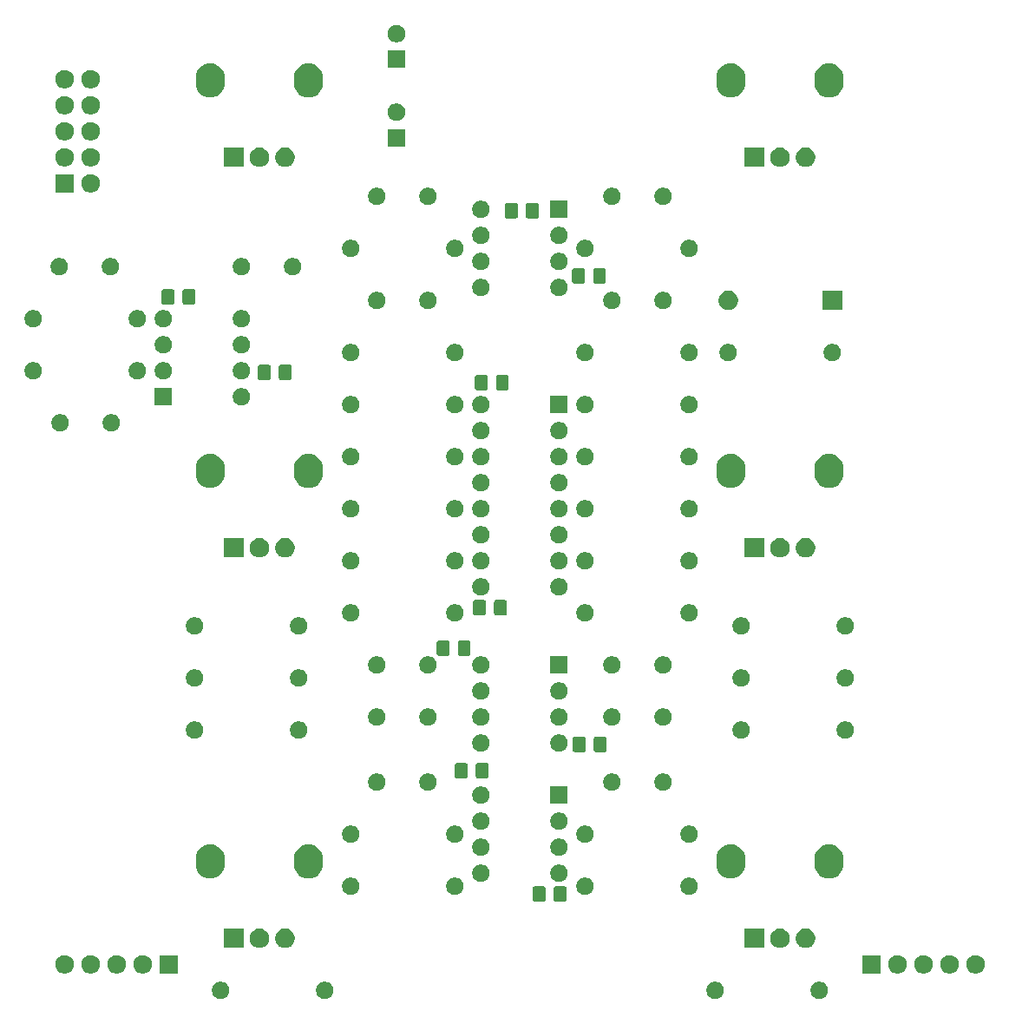
<source format=gbr>
G04 #@! TF.GenerationSoftware,KiCad,Pcbnew,5.1.6-c6e7f7d~86~ubuntu18.04.1*
G04 #@! TF.CreationDate,2020-06-20T09:49:41-04:00*
G04 #@! TF.ProjectId,dual_VCA,6475616c-5f56-4434-912e-6b696361645f,rev?*
G04 #@! TF.SameCoordinates,Original*
G04 #@! TF.FileFunction,Soldermask,Top*
G04 #@! TF.FilePolarity,Negative*
%FSLAX46Y46*%
G04 Gerber Fmt 4.6, Leading zero omitted, Abs format (unit mm)*
G04 Created by KiCad (PCBNEW 5.1.6-c6e7f7d~86~ubuntu18.04.1) date 2020-06-20 09:49:41*
%MOMM*%
%LPD*%
G01*
G04 APERTURE LIST*
%ADD10C,0.100000*%
G04 APERTURE END LIST*
D10*
G36*
X205988228Y-146501703D02*
G01*
X206143100Y-146565853D01*
X206282481Y-146658985D01*
X206401015Y-146777519D01*
X206494147Y-146916900D01*
X206558297Y-147071772D01*
X206591000Y-147236184D01*
X206591000Y-147403816D01*
X206558297Y-147568228D01*
X206494147Y-147723100D01*
X206401015Y-147862481D01*
X206282481Y-147981015D01*
X206143100Y-148074147D01*
X205988228Y-148138297D01*
X205823816Y-148171000D01*
X205656184Y-148171000D01*
X205491772Y-148138297D01*
X205336900Y-148074147D01*
X205197519Y-147981015D01*
X205078985Y-147862481D01*
X204985853Y-147723100D01*
X204921703Y-147568228D01*
X204889000Y-147403816D01*
X204889000Y-147236184D01*
X204921703Y-147071772D01*
X204985853Y-146916900D01*
X205078985Y-146777519D01*
X205197519Y-146658985D01*
X205336900Y-146565853D01*
X205491772Y-146501703D01*
X205656184Y-146469000D01*
X205823816Y-146469000D01*
X205988228Y-146501703D01*
G37*
G36*
X195828228Y-146501703D02*
G01*
X195983100Y-146565853D01*
X196122481Y-146658985D01*
X196241015Y-146777519D01*
X196334147Y-146916900D01*
X196398297Y-147071772D01*
X196431000Y-147236184D01*
X196431000Y-147403816D01*
X196398297Y-147568228D01*
X196334147Y-147723100D01*
X196241015Y-147862481D01*
X196122481Y-147981015D01*
X195983100Y-148074147D01*
X195828228Y-148138297D01*
X195663816Y-148171000D01*
X195496184Y-148171000D01*
X195331772Y-148138297D01*
X195176900Y-148074147D01*
X195037519Y-147981015D01*
X194918985Y-147862481D01*
X194825853Y-147723100D01*
X194761703Y-147568228D01*
X194729000Y-147403816D01*
X194729000Y-147236184D01*
X194761703Y-147071772D01*
X194825853Y-146916900D01*
X194918985Y-146777519D01*
X195037519Y-146658985D01*
X195176900Y-146565853D01*
X195331772Y-146501703D01*
X195496184Y-146469000D01*
X195663816Y-146469000D01*
X195828228Y-146501703D01*
G37*
G36*
X157728228Y-146501703D02*
G01*
X157883100Y-146565853D01*
X158022481Y-146658985D01*
X158141015Y-146777519D01*
X158234147Y-146916900D01*
X158298297Y-147071772D01*
X158331000Y-147236184D01*
X158331000Y-147403816D01*
X158298297Y-147568228D01*
X158234147Y-147723100D01*
X158141015Y-147862481D01*
X158022481Y-147981015D01*
X157883100Y-148074147D01*
X157728228Y-148138297D01*
X157563816Y-148171000D01*
X157396184Y-148171000D01*
X157231772Y-148138297D01*
X157076900Y-148074147D01*
X156937519Y-147981015D01*
X156818985Y-147862481D01*
X156725853Y-147723100D01*
X156661703Y-147568228D01*
X156629000Y-147403816D01*
X156629000Y-147236184D01*
X156661703Y-147071772D01*
X156725853Y-146916900D01*
X156818985Y-146777519D01*
X156937519Y-146658985D01*
X157076900Y-146565853D01*
X157231772Y-146501703D01*
X157396184Y-146469000D01*
X157563816Y-146469000D01*
X157728228Y-146501703D01*
G37*
G36*
X147568228Y-146501703D02*
G01*
X147723100Y-146565853D01*
X147862481Y-146658985D01*
X147981015Y-146777519D01*
X148074147Y-146916900D01*
X148138297Y-147071772D01*
X148171000Y-147236184D01*
X148171000Y-147403816D01*
X148138297Y-147568228D01*
X148074147Y-147723100D01*
X147981015Y-147862481D01*
X147862481Y-147981015D01*
X147723100Y-148074147D01*
X147568228Y-148138297D01*
X147403816Y-148171000D01*
X147236184Y-148171000D01*
X147071772Y-148138297D01*
X146916900Y-148074147D01*
X146777519Y-147981015D01*
X146658985Y-147862481D01*
X146565853Y-147723100D01*
X146501703Y-147568228D01*
X146469000Y-147403816D01*
X146469000Y-147236184D01*
X146501703Y-147071772D01*
X146565853Y-146916900D01*
X146658985Y-146777519D01*
X146777519Y-146658985D01*
X146916900Y-146565853D01*
X147071772Y-146501703D01*
X147236184Y-146469000D01*
X147403816Y-146469000D01*
X147568228Y-146501703D01*
G37*
G36*
X134733512Y-143883927D02*
G01*
X134882812Y-143913624D01*
X135046784Y-143981544D01*
X135194354Y-144080147D01*
X135319853Y-144205646D01*
X135418456Y-144353216D01*
X135486376Y-144517188D01*
X135521000Y-144691259D01*
X135521000Y-144868741D01*
X135486376Y-145042812D01*
X135418456Y-145206784D01*
X135319853Y-145354354D01*
X135194354Y-145479853D01*
X135046784Y-145578456D01*
X134882812Y-145646376D01*
X134733512Y-145676073D01*
X134708742Y-145681000D01*
X134531258Y-145681000D01*
X134506488Y-145676073D01*
X134357188Y-145646376D01*
X134193216Y-145578456D01*
X134045646Y-145479853D01*
X133920147Y-145354354D01*
X133821544Y-145206784D01*
X133753624Y-145042812D01*
X133719000Y-144868741D01*
X133719000Y-144691259D01*
X133753624Y-144517188D01*
X133821544Y-144353216D01*
X133920147Y-144205646D01*
X134045646Y-144080147D01*
X134193216Y-143981544D01*
X134357188Y-143913624D01*
X134506488Y-143883927D01*
X134531258Y-143879000D01*
X134708742Y-143879000D01*
X134733512Y-143883927D01*
G37*
G36*
X143141000Y-145681000D02*
G01*
X141339000Y-145681000D01*
X141339000Y-143879000D01*
X143141000Y-143879000D01*
X143141000Y-145681000D01*
G37*
G36*
X139813512Y-143883927D02*
G01*
X139962812Y-143913624D01*
X140126784Y-143981544D01*
X140274354Y-144080147D01*
X140399853Y-144205646D01*
X140498456Y-144353216D01*
X140566376Y-144517188D01*
X140601000Y-144691259D01*
X140601000Y-144868741D01*
X140566376Y-145042812D01*
X140498456Y-145206784D01*
X140399853Y-145354354D01*
X140274354Y-145479853D01*
X140126784Y-145578456D01*
X139962812Y-145646376D01*
X139813512Y-145676073D01*
X139788742Y-145681000D01*
X139611258Y-145681000D01*
X139586488Y-145676073D01*
X139437188Y-145646376D01*
X139273216Y-145578456D01*
X139125646Y-145479853D01*
X139000147Y-145354354D01*
X138901544Y-145206784D01*
X138833624Y-145042812D01*
X138799000Y-144868741D01*
X138799000Y-144691259D01*
X138833624Y-144517188D01*
X138901544Y-144353216D01*
X139000147Y-144205646D01*
X139125646Y-144080147D01*
X139273216Y-143981544D01*
X139437188Y-143913624D01*
X139586488Y-143883927D01*
X139611258Y-143879000D01*
X139788742Y-143879000D01*
X139813512Y-143883927D01*
G37*
G36*
X137273512Y-143883927D02*
G01*
X137422812Y-143913624D01*
X137586784Y-143981544D01*
X137734354Y-144080147D01*
X137859853Y-144205646D01*
X137958456Y-144353216D01*
X138026376Y-144517188D01*
X138061000Y-144691259D01*
X138061000Y-144868741D01*
X138026376Y-145042812D01*
X137958456Y-145206784D01*
X137859853Y-145354354D01*
X137734354Y-145479853D01*
X137586784Y-145578456D01*
X137422812Y-145646376D01*
X137273512Y-145676073D01*
X137248742Y-145681000D01*
X137071258Y-145681000D01*
X137046488Y-145676073D01*
X136897188Y-145646376D01*
X136733216Y-145578456D01*
X136585646Y-145479853D01*
X136460147Y-145354354D01*
X136361544Y-145206784D01*
X136293624Y-145042812D01*
X136259000Y-144868741D01*
X136259000Y-144691259D01*
X136293624Y-144517188D01*
X136361544Y-144353216D01*
X136460147Y-144205646D01*
X136585646Y-144080147D01*
X136733216Y-143981544D01*
X136897188Y-143913624D01*
X137046488Y-143883927D01*
X137071258Y-143879000D01*
X137248742Y-143879000D01*
X137273512Y-143883927D01*
G37*
G36*
X132193512Y-143883927D02*
G01*
X132342812Y-143913624D01*
X132506784Y-143981544D01*
X132654354Y-144080147D01*
X132779853Y-144205646D01*
X132878456Y-144353216D01*
X132946376Y-144517188D01*
X132981000Y-144691259D01*
X132981000Y-144868741D01*
X132946376Y-145042812D01*
X132878456Y-145206784D01*
X132779853Y-145354354D01*
X132654354Y-145479853D01*
X132506784Y-145578456D01*
X132342812Y-145646376D01*
X132193512Y-145676073D01*
X132168742Y-145681000D01*
X131991258Y-145681000D01*
X131966488Y-145676073D01*
X131817188Y-145646376D01*
X131653216Y-145578456D01*
X131505646Y-145479853D01*
X131380147Y-145354354D01*
X131281544Y-145206784D01*
X131213624Y-145042812D01*
X131179000Y-144868741D01*
X131179000Y-144691259D01*
X131213624Y-144517188D01*
X131281544Y-144353216D01*
X131380147Y-144205646D01*
X131505646Y-144080147D01*
X131653216Y-143981544D01*
X131817188Y-143913624D01*
X131966488Y-143883927D01*
X131991258Y-143879000D01*
X132168742Y-143879000D01*
X132193512Y-143883927D01*
G37*
G36*
X213473512Y-143883927D02*
G01*
X213622812Y-143913624D01*
X213786784Y-143981544D01*
X213934354Y-144080147D01*
X214059853Y-144205646D01*
X214158456Y-144353216D01*
X214226376Y-144517188D01*
X214261000Y-144691259D01*
X214261000Y-144868741D01*
X214226376Y-145042812D01*
X214158456Y-145206784D01*
X214059853Y-145354354D01*
X213934354Y-145479853D01*
X213786784Y-145578456D01*
X213622812Y-145646376D01*
X213473512Y-145676073D01*
X213448742Y-145681000D01*
X213271258Y-145681000D01*
X213246488Y-145676073D01*
X213097188Y-145646376D01*
X212933216Y-145578456D01*
X212785646Y-145479853D01*
X212660147Y-145354354D01*
X212561544Y-145206784D01*
X212493624Y-145042812D01*
X212459000Y-144868741D01*
X212459000Y-144691259D01*
X212493624Y-144517188D01*
X212561544Y-144353216D01*
X212660147Y-144205646D01*
X212785646Y-144080147D01*
X212933216Y-143981544D01*
X213097188Y-143913624D01*
X213246488Y-143883927D01*
X213271258Y-143879000D01*
X213448742Y-143879000D01*
X213473512Y-143883927D01*
G37*
G36*
X216013512Y-143883927D02*
G01*
X216162812Y-143913624D01*
X216326784Y-143981544D01*
X216474354Y-144080147D01*
X216599853Y-144205646D01*
X216698456Y-144353216D01*
X216766376Y-144517188D01*
X216801000Y-144691259D01*
X216801000Y-144868741D01*
X216766376Y-145042812D01*
X216698456Y-145206784D01*
X216599853Y-145354354D01*
X216474354Y-145479853D01*
X216326784Y-145578456D01*
X216162812Y-145646376D01*
X216013512Y-145676073D01*
X215988742Y-145681000D01*
X215811258Y-145681000D01*
X215786488Y-145676073D01*
X215637188Y-145646376D01*
X215473216Y-145578456D01*
X215325646Y-145479853D01*
X215200147Y-145354354D01*
X215101544Y-145206784D01*
X215033624Y-145042812D01*
X214999000Y-144868741D01*
X214999000Y-144691259D01*
X215033624Y-144517188D01*
X215101544Y-144353216D01*
X215200147Y-144205646D01*
X215325646Y-144080147D01*
X215473216Y-143981544D01*
X215637188Y-143913624D01*
X215786488Y-143883927D01*
X215811258Y-143879000D01*
X215988742Y-143879000D01*
X216013512Y-143883927D01*
G37*
G36*
X218553512Y-143883927D02*
G01*
X218702812Y-143913624D01*
X218866784Y-143981544D01*
X219014354Y-144080147D01*
X219139853Y-144205646D01*
X219238456Y-144353216D01*
X219306376Y-144517188D01*
X219341000Y-144691259D01*
X219341000Y-144868741D01*
X219306376Y-145042812D01*
X219238456Y-145206784D01*
X219139853Y-145354354D01*
X219014354Y-145479853D01*
X218866784Y-145578456D01*
X218702812Y-145646376D01*
X218553512Y-145676073D01*
X218528742Y-145681000D01*
X218351258Y-145681000D01*
X218326488Y-145676073D01*
X218177188Y-145646376D01*
X218013216Y-145578456D01*
X217865646Y-145479853D01*
X217740147Y-145354354D01*
X217641544Y-145206784D01*
X217573624Y-145042812D01*
X217539000Y-144868741D01*
X217539000Y-144691259D01*
X217573624Y-144517188D01*
X217641544Y-144353216D01*
X217740147Y-144205646D01*
X217865646Y-144080147D01*
X218013216Y-143981544D01*
X218177188Y-143913624D01*
X218326488Y-143883927D01*
X218351258Y-143879000D01*
X218528742Y-143879000D01*
X218553512Y-143883927D01*
G37*
G36*
X221093512Y-143883927D02*
G01*
X221242812Y-143913624D01*
X221406784Y-143981544D01*
X221554354Y-144080147D01*
X221679853Y-144205646D01*
X221778456Y-144353216D01*
X221846376Y-144517188D01*
X221881000Y-144691259D01*
X221881000Y-144868741D01*
X221846376Y-145042812D01*
X221778456Y-145206784D01*
X221679853Y-145354354D01*
X221554354Y-145479853D01*
X221406784Y-145578456D01*
X221242812Y-145646376D01*
X221093512Y-145676073D01*
X221068742Y-145681000D01*
X220891258Y-145681000D01*
X220866488Y-145676073D01*
X220717188Y-145646376D01*
X220553216Y-145578456D01*
X220405646Y-145479853D01*
X220280147Y-145354354D01*
X220181544Y-145206784D01*
X220113624Y-145042812D01*
X220079000Y-144868741D01*
X220079000Y-144691259D01*
X220113624Y-144517188D01*
X220181544Y-144353216D01*
X220280147Y-144205646D01*
X220405646Y-144080147D01*
X220553216Y-143981544D01*
X220717188Y-143913624D01*
X220866488Y-143883927D01*
X220891258Y-143879000D01*
X221068742Y-143879000D01*
X221093512Y-143883927D01*
G37*
G36*
X211721000Y-145681000D02*
G01*
X209919000Y-145681000D01*
X209919000Y-143879000D01*
X211721000Y-143879000D01*
X211721000Y-145681000D01*
G37*
G36*
X204667395Y-141325546D02*
G01*
X204840466Y-141397234D01*
X204840467Y-141397235D01*
X204996227Y-141501310D01*
X205128690Y-141633773D01*
X205128691Y-141633775D01*
X205232766Y-141789534D01*
X205304454Y-141962605D01*
X205341000Y-142146333D01*
X205341000Y-142333667D01*
X205304454Y-142517395D01*
X205232766Y-142690466D01*
X205232765Y-142690467D01*
X205128690Y-142846227D01*
X204996227Y-142978690D01*
X204917818Y-143031081D01*
X204840466Y-143082766D01*
X204667395Y-143154454D01*
X204483667Y-143191000D01*
X204296333Y-143191000D01*
X204112605Y-143154454D01*
X203939534Y-143082766D01*
X203862182Y-143031081D01*
X203783773Y-142978690D01*
X203651310Y-142846227D01*
X203547235Y-142690467D01*
X203547234Y-142690466D01*
X203475546Y-142517395D01*
X203439000Y-142333667D01*
X203439000Y-142146333D01*
X203475546Y-141962605D01*
X203547234Y-141789534D01*
X203651309Y-141633775D01*
X203651310Y-141633773D01*
X203783773Y-141501310D01*
X203939533Y-141397235D01*
X203939534Y-141397234D01*
X204112605Y-141325546D01*
X204296333Y-141289000D01*
X204483667Y-141289000D01*
X204667395Y-141325546D01*
G37*
G36*
X202167395Y-141325546D02*
G01*
X202340466Y-141397234D01*
X202340467Y-141397235D01*
X202496227Y-141501310D01*
X202628690Y-141633773D01*
X202628691Y-141633775D01*
X202732766Y-141789534D01*
X202804454Y-141962605D01*
X202841000Y-142146333D01*
X202841000Y-142333667D01*
X202804454Y-142517395D01*
X202732766Y-142690466D01*
X202732765Y-142690467D01*
X202628690Y-142846227D01*
X202496227Y-142978690D01*
X202417818Y-143031081D01*
X202340466Y-143082766D01*
X202167395Y-143154454D01*
X201983667Y-143191000D01*
X201796333Y-143191000D01*
X201612605Y-143154454D01*
X201439534Y-143082766D01*
X201362182Y-143031081D01*
X201283773Y-142978690D01*
X201151310Y-142846227D01*
X201047235Y-142690467D01*
X201047234Y-142690466D01*
X200975546Y-142517395D01*
X200939000Y-142333667D01*
X200939000Y-142146333D01*
X200975546Y-141962605D01*
X201047234Y-141789534D01*
X201151309Y-141633775D01*
X201151310Y-141633773D01*
X201283773Y-141501310D01*
X201439533Y-141397235D01*
X201439534Y-141397234D01*
X201612605Y-141325546D01*
X201796333Y-141289000D01*
X201983667Y-141289000D01*
X202167395Y-141325546D01*
G37*
G36*
X200341000Y-143191000D02*
G01*
X198439000Y-143191000D01*
X198439000Y-141289000D01*
X200341000Y-141289000D01*
X200341000Y-143191000D01*
G37*
G36*
X151367395Y-141325546D02*
G01*
X151540466Y-141397234D01*
X151540467Y-141397235D01*
X151696227Y-141501310D01*
X151828690Y-141633773D01*
X151828691Y-141633775D01*
X151932766Y-141789534D01*
X152004454Y-141962605D01*
X152041000Y-142146333D01*
X152041000Y-142333667D01*
X152004454Y-142517395D01*
X151932766Y-142690466D01*
X151932765Y-142690467D01*
X151828690Y-142846227D01*
X151696227Y-142978690D01*
X151617818Y-143031081D01*
X151540466Y-143082766D01*
X151367395Y-143154454D01*
X151183667Y-143191000D01*
X150996333Y-143191000D01*
X150812605Y-143154454D01*
X150639534Y-143082766D01*
X150562182Y-143031081D01*
X150483773Y-142978690D01*
X150351310Y-142846227D01*
X150247235Y-142690467D01*
X150247234Y-142690466D01*
X150175546Y-142517395D01*
X150139000Y-142333667D01*
X150139000Y-142146333D01*
X150175546Y-141962605D01*
X150247234Y-141789534D01*
X150351309Y-141633775D01*
X150351310Y-141633773D01*
X150483773Y-141501310D01*
X150639533Y-141397235D01*
X150639534Y-141397234D01*
X150812605Y-141325546D01*
X150996333Y-141289000D01*
X151183667Y-141289000D01*
X151367395Y-141325546D01*
G37*
G36*
X149541000Y-143191000D02*
G01*
X147639000Y-143191000D01*
X147639000Y-141289000D01*
X149541000Y-141289000D01*
X149541000Y-143191000D01*
G37*
G36*
X153867395Y-141325546D02*
G01*
X154040466Y-141397234D01*
X154040467Y-141397235D01*
X154196227Y-141501310D01*
X154328690Y-141633773D01*
X154328691Y-141633775D01*
X154432766Y-141789534D01*
X154504454Y-141962605D01*
X154541000Y-142146333D01*
X154541000Y-142333667D01*
X154504454Y-142517395D01*
X154432766Y-142690466D01*
X154432765Y-142690467D01*
X154328690Y-142846227D01*
X154196227Y-142978690D01*
X154117818Y-143031081D01*
X154040466Y-143082766D01*
X153867395Y-143154454D01*
X153683667Y-143191000D01*
X153496333Y-143191000D01*
X153312605Y-143154454D01*
X153139534Y-143082766D01*
X153062182Y-143031081D01*
X152983773Y-142978690D01*
X152851310Y-142846227D01*
X152747235Y-142690467D01*
X152747234Y-142690466D01*
X152675546Y-142517395D01*
X152639000Y-142333667D01*
X152639000Y-142146333D01*
X152675546Y-141962605D01*
X152747234Y-141789534D01*
X152851309Y-141633775D01*
X152851310Y-141633773D01*
X152983773Y-141501310D01*
X153139533Y-141397235D01*
X153139534Y-141397234D01*
X153312605Y-141325546D01*
X153496333Y-141289000D01*
X153683667Y-141289000D01*
X153867395Y-141325546D01*
G37*
G36*
X178855274Y-137175465D02*
G01*
X178892967Y-137186899D01*
X178927703Y-137205466D01*
X178958148Y-137230452D01*
X178983134Y-137260897D01*
X179001701Y-137295633D01*
X179013135Y-137333326D01*
X179017600Y-137378661D01*
X179017600Y-138465339D01*
X179013135Y-138510674D01*
X179001701Y-138548367D01*
X178983134Y-138583103D01*
X178958148Y-138613548D01*
X178927703Y-138638534D01*
X178892967Y-138657101D01*
X178855274Y-138668535D01*
X178809939Y-138673000D01*
X177973261Y-138673000D01*
X177927926Y-138668535D01*
X177890233Y-138657101D01*
X177855497Y-138638534D01*
X177825052Y-138613548D01*
X177800066Y-138583103D01*
X177781499Y-138548367D01*
X177770065Y-138510674D01*
X177765600Y-138465339D01*
X177765600Y-137378661D01*
X177770065Y-137333326D01*
X177781499Y-137295633D01*
X177800066Y-137260897D01*
X177825052Y-137230452D01*
X177855497Y-137205466D01*
X177890233Y-137186899D01*
X177927926Y-137175465D01*
X177973261Y-137171000D01*
X178809939Y-137171000D01*
X178855274Y-137175465D01*
G37*
G36*
X180905274Y-137175465D02*
G01*
X180942967Y-137186899D01*
X180977703Y-137205466D01*
X181008148Y-137230452D01*
X181033134Y-137260897D01*
X181051701Y-137295633D01*
X181063135Y-137333326D01*
X181067600Y-137378661D01*
X181067600Y-138465339D01*
X181063135Y-138510674D01*
X181051701Y-138548367D01*
X181033134Y-138583103D01*
X181008148Y-138613548D01*
X180977703Y-138638534D01*
X180942967Y-138657101D01*
X180905274Y-138668535D01*
X180859939Y-138673000D01*
X180023261Y-138673000D01*
X179977926Y-138668535D01*
X179940233Y-138657101D01*
X179905497Y-138638534D01*
X179875052Y-138613548D01*
X179850066Y-138583103D01*
X179831499Y-138548367D01*
X179820065Y-138510674D01*
X179815600Y-138465339D01*
X179815600Y-137378661D01*
X179820065Y-137333326D01*
X179831499Y-137295633D01*
X179850066Y-137260897D01*
X179875052Y-137230452D01*
X179905497Y-137205466D01*
X179940233Y-137186899D01*
X179977926Y-137175465D01*
X180023261Y-137171000D01*
X180859939Y-137171000D01*
X180905274Y-137175465D01*
G37*
G36*
X183128228Y-136341703D02*
G01*
X183283100Y-136405853D01*
X183422481Y-136498985D01*
X183541015Y-136617519D01*
X183634147Y-136756900D01*
X183698297Y-136911772D01*
X183731000Y-137076184D01*
X183731000Y-137243816D01*
X183698297Y-137408228D01*
X183634147Y-137563100D01*
X183541015Y-137702481D01*
X183422481Y-137821015D01*
X183283100Y-137914147D01*
X183128228Y-137978297D01*
X182963816Y-138011000D01*
X182796184Y-138011000D01*
X182631772Y-137978297D01*
X182476900Y-137914147D01*
X182337519Y-137821015D01*
X182218985Y-137702481D01*
X182125853Y-137563100D01*
X182061703Y-137408228D01*
X182029000Y-137243816D01*
X182029000Y-137076184D01*
X182061703Y-136911772D01*
X182125853Y-136756900D01*
X182218985Y-136617519D01*
X182337519Y-136498985D01*
X182476900Y-136405853D01*
X182631772Y-136341703D01*
X182796184Y-136309000D01*
X182963816Y-136309000D01*
X183128228Y-136341703D01*
G37*
G36*
X160268228Y-136341703D02*
G01*
X160423100Y-136405853D01*
X160562481Y-136498985D01*
X160681015Y-136617519D01*
X160774147Y-136756900D01*
X160838297Y-136911772D01*
X160871000Y-137076184D01*
X160871000Y-137243816D01*
X160838297Y-137408228D01*
X160774147Y-137563100D01*
X160681015Y-137702481D01*
X160562481Y-137821015D01*
X160423100Y-137914147D01*
X160268228Y-137978297D01*
X160103816Y-138011000D01*
X159936184Y-138011000D01*
X159771772Y-137978297D01*
X159616900Y-137914147D01*
X159477519Y-137821015D01*
X159358985Y-137702481D01*
X159265853Y-137563100D01*
X159201703Y-137408228D01*
X159169000Y-137243816D01*
X159169000Y-137076184D01*
X159201703Y-136911772D01*
X159265853Y-136756900D01*
X159358985Y-136617519D01*
X159477519Y-136498985D01*
X159616900Y-136405853D01*
X159771772Y-136341703D01*
X159936184Y-136309000D01*
X160103816Y-136309000D01*
X160268228Y-136341703D01*
G37*
G36*
X170428228Y-136341703D02*
G01*
X170583100Y-136405853D01*
X170722481Y-136498985D01*
X170841015Y-136617519D01*
X170934147Y-136756900D01*
X170998297Y-136911772D01*
X171031000Y-137076184D01*
X171031000Y-137243816D01*
X170998297Y-137408228D01*
X170934147Y-137563100D01*
X170841015Y-137702481D01*
X170722481Y-137821015D01*
X170583100Y-137914147D01*
X170428228Y-137978297D01*
X170263816Y-138011000D01*
X170096184Y-138011000D01*
X169931772Y-137978297D01*
X169776900Y-137914147D01*
X169637519Y-137821015D01*
X169518985Y-137702481D01*
X169425853Y-137563100D01*
X169361703Y-137408228D01*
X169329000Y-137243816D01*
X169329000Y-137076184D01*
X169361703Y-136911772D01*
X169425853Y-136756900D01*
X169518985Y-136617519D01*
X169637519Y-136498985D01*
X169776900Y-136405853D01*
X169931772Y-136341703D01*
X170096184Y-136309000D01*
X170263816Y-136309000D01*
X170428228Y-136341703D01*
G37*
G36*
X193288228Y-136341703D02*
G01*
X193443100Y-136405853D01*
X193582481Y-136498985D01*
X193701015Y-136617519D01*
X193794147Y-136756900D01*
X193858297Y-136911772D01*
X193891000Y-137076184D01*
X193891000Y-137243816D01*
X193858297Y-137408228D01*
X193794147Y-137563100D01*
X193701015Y-137702481D01*
X193582481Y-137821015D01*
X193443100Y-137914147D01*
X193288228Y-137978297D01*
X193123816Y-138011000D01*
X192956184Y-138011000D01*
X192791772Y-137978297D01*
X192636900Y-137914147D01*
X192497519Y-137821015D01*
X192378985Y-137702481D01*
X192285853Y-137563100D01*
X192221703Y-137408228D01*
X192189000Y-137243816D01*
X192189000Y-137076184D01*
X192221703Y-136911772D01*
X192285853Y-136756900D01*
X192378985Y-136617519D01*
X192497519Y-136498985D01*
X192636900Y-136405853D01*
X192791772Y-136341703D01*
X192956184Y-136309000D01*
X193123816Y-136309000D01*
X193288228Y-136341703D01*
G37*
G36*
X180588228Y-135071703D02*
G01*
X180743100Y-135135853D01*
X180882481Y-135228985D01*
X181001015Y-135347519D01*
X181094147Y-135486900D01*
X181158297Y-135641772D01*
X181191000Y-135806184D01*
X181191000Y-135973816D01*
X181158297Y-136138228D01*
X181094147Y-136293100D01*
X181001015Y-136432481D01*
X180882481Y-136551015D01*
X180743100Y-136644147D01*
X180588228Y-136708297D01*
X180423816Y-136741000D01*
X180256184Y-136741000D01*
X180091772Y-136708297D01*
X179936900Y-136644147D01*
X179797519Y-136551015D01*
X179678985Y-136432481D01*
X179585853Y-136293100D01*
X179521703Y-136138228D01*
X179489000Y-135973816D01*
X179489000Y-135806184D01*
X179521703Y-135641772D01*
X179585853Y-135486900D01*
X179678985Y-135347519D01*
X179797519Y-135228985D01*
X179936900Y-135135853D01*
X180091772Y-135071703D01*
X180256184Y-135039000D01*
X180423816Y-135039000D01*
X180588228Y-135071703D01*
G37*
G36*
X172968228Y-135071703D02*
G01*
X173123100Y-135135853D01*
X173262481Y-135228985D01*
X173381015Y-135347519D01*
X173474147Y-135486900D01*
X173538297Y-135641772D01*
X173571000Y-135806184D01*
X173571000Y-135973816D01*
X173538297Y-136138228D01*
X173474147Y-136293100D01*
X173381015Y-136432481D01*
X173262481Y-136551015D01*
X173123100Y-136644147D01*
X172968228Y-136708297D01*
X172803816Y-136741000D01*
X172636184Y-136741000D01*
X172471772Y-136708297D01*
X172316900Y-136644147D01*
X172177519Y-136551015D01*
X172058985Y-136432481D01*
X171965853Y-136293100D01*
X171901703Y-136138228D01*
X171869000Y-135973816D01*
X171869000Y-135806184D01*
X171901703Y-135641772D01*
X171965853Y-135486900D01*
X172058985Y-135347519D01*
X172177519Y-135228985D01*
X172316900Y-135135853D01*
X172471772Y-135071703D01*
X172636184Y-135039000D01*
X172803816Y-135039000D01*
X172968228Y-135071703D01*
G37*
G36*
X156166604Y-133089416D02*
G01*
X156432579Y-133170099D01*
X156432581Y-133170100D01*
X156677701Y-133301119D01*
X156892556Y-133477444D01*
X157068881Y-133692299D01*
X157199900Y-133937418D01*
X157199900Y-133937419D01*
X157199901Y-133937421D01*
X157280584Y-134203397D01*
X157301000Y-134410685D01*
X157301000Y-135069316D01*
X157280584Y-135276604D01*
X157216791Y-135486900D01*
X157199900Y-135542581D01*
X157068881Y-135787701D01*
X156892556Y-136002556D01*
X156677700Y-136178881D01*
X156434264Y-136309000D01*
X156432578Y-136309901D01*
X156166603Y-136390584D01*
X155890000Y-136417827D01*
X155613396Y-136390584D01*
X155347421Y-136309901D01*
X155345735Y-136309000D01*
X155102299Y-136178881D01*
X154887444Y-136002556D01*
X154711119Y-135787700D01*
X154580100Y-135542580D01*
X154580099Y-135542578D01*
X154499416Y-135276603D01*
X154479000Y-135069315D01*
X154479000Y-134410684D01*
X154499416Y-134203396D01*
X154580099Y-133937421D01*
X154604120Y-133892480D01*
X154711119Y-133692299D01*
X154887444Y-133477444D01*
X155102300Y-133301119D01*
X155347420Y-133170100D01*
X155347422Y-133170099D01*
X155613397Y-133089416D01*
X155890000Y-133062173D01*
X156166604Y-133089416D01*
G37*
G36*
X197366604Y-133089416D02*
G01*
X197632579Y-133170099D01*
X197632581Y-133170100D01*
X197877701Y-133301119D01*
X198092556Y-133477444D01*
X198268881Y-133692299D01*
X198399900Y-133937418D01*
X198399900Y-133937419D01*
X198399901Y-133937421D01*
X198480584Y-134203397D01*
X198501000Y-134410685D01*
X198501000Y-135069316D01*
X198480584Y-135276604D01*
X198416791Y-135486900D01*
X198399900Y-135542581D01*
X198268881Y-135787701D01*
X198092556Y-136002556D01*
X197877700Y-136178881D01*
X197634264Y-136309000D01*
X197632578Y-136309901D01*
X197366603Y-136390584D01*
X197090000Y-136417827D01*
X196813396Y-136390584D01*
X196547421Y-136309901D01*
X196545735Y-136309000D01*
X196302299Y-136178881D01*
X196087444Y-136002556D01*
X195911119Y-135787700D01*
X195780100Y-135542580D01*
X195780099Y-135542578D01*
X195699416Y-135276603D01*
X195679000Y-135069315D01*
X195679000Y-134410684D01*
X195699416Y-134203396D01*
X195780099Y-133937421D01*
X195804120Y-133892480D01*
X195911119Y-133692299D01*
X196087444Y-133477444D01*
X196302300Y-133301119D01*
X196547420Y-133170100D01*
X196547422Y-133170099D01*
X196813397Y-133089416D01*
X197090000Y-133062173D01*
X197366604Y-133089416D01*
G37*
G36*
X146566604Y-133089416D02*
G01*
X146832579Y-133170099D01*
X146832581Y-133170100D01*
X147077701Y-133301119D01*
X147292556Y-133477444D01*
X147468881Y-133692299D01*
X147599900Y-133937418D01*
X147599900Y-133937419D01*
X147599901Y-133937421D01*
X147680584Y-134203397D01*
X147701000Y-134410685D01*
X147701000Y-135069316D01*
X147680584Y-135276604D01*
X147616791Y-135486900D01*
X147599900Y-135542581D01*
X147468881Y-135787701D01*
X147292556Y-136002556D01*
X147077700Y-136178881D01*
X146834264Y-136309000D01*
X146832578Y-136309901D01*
X146566603Y-136390584D01*
X146290000Y-136417827D01*
X146013396Y-136390584D01*
X145747421Y-136309901D01*
X145745735Y-136309000D01*
X145502299Y-136178881D01*
X145287444Y-136002556D01*
X145111119Y-135787700D01*
X144980100Y-135542580D01*
X144980099Y-135542578D01*
X144899416Y-135276603D01*
X144879000Y-135069315D01*
X144879000Y-134410684D01*
X144899416Y-134203396D01*
X144980099Y-133937421D01*
X145004120Y-133892480D01*
X145111119Y-133692299D01*
X145287444Y-133477444D01*
X145502300Y-133301119D01*
X145747420Y-133170100D01*
X145747422Y-133170099D01*
X146013397Y-133089416D01*
X146290000Y-133062173D01*
X146566604Y-133089416D01*
G37*
G36*
X206966604Y-133089416D02*
G01*
X207232579Y-133170099D01*
X207232581Y-133170100D01*
X207477701Y-133301119D01*
X207692556Y-133477444D01*
X207868881Y-133692299D01*
X207999900Y-133937418D01*
X207999900Y-133937419D01*
X207999901Y-133937421D01*
X208080584Y-134203397D01*
X208101000Y-134410685D01*
X208101000Y-135069316D01*
X208080584Y-135276604D01*
X208016791Y-135486900D01*
X207999900Y-135542581D01*
X207868881Y-135787701D01*
X207692556Y-136002556D01*
X207477700Y-136178881D01*
X207234264Y-136309000D01*
X207232578Y-136309901D01*
X206966603Y-136390584D01*
X206690000Y-136417827D01*
X206413396Y-136390584D01*
X206147421Y-136309901D01*
X206145735Y-136309000D01*
X205902299Y-136178881D01*
X205687444Y-136002556D01*
X205511119Y-135787700D01*
X205380100Y-135542580D01*
X205380099Y-135542578D01*
X205299416Y-135276603D01*
X205279000Y-135069315D01*
X205279000Y-134410684D01*
X205299416Y-134203396D01*
X205380099Y-133937421D01*
X205404120Y-133892480D01*
X205511119Y-133692299D01*
X205687444Y-133477444D01*
X205902300Y-133301119D01*
X206147420Y-133170100D01*
X206147422Y-133170099D01*
X206413397Y-133089416D01*
X206690000Y-133062173D01*
X206966604Y-133089416D01*
G37*
G36*
X172968228Y-132531703D02*
G01*
X173123100Y-132595853D01*
X173262481Y-132688985D01*
X173381015Y-132807519D01*
X173474147Y-132946900D01*
X173538297Y-133101772D01*
X173571000Y-133266184D01*
X173571000Y-133433816D01*
X173538297Y-133598228D01*
X173474147Y-133753100D01*
X173381015Y-133892481D01*
X173262481Y-134011015D01*
X173123100Y-134104147D01*
X172968228Y-134168297D01*
X172803816Y-134201000D01*
X172636184Y-134201000D01*
X172471772Y-134168297D01*
X172316900Y-134104147D01*
X172177519Y-134011015D01*
X172058985Y-133892481D01*
X171965853Y-133753100D01*
X171901703Y-133598228D01*
X171869000Y-133433816D01*
X171869000Y-133266184D01*
X171901703Y-133101772D01*
X171965853Y-132946900D01*
X172058985Y-132807519D01*
X172177519Y-132688985D01*
X172316900Y-132595853D01*
X172471772Y-132531703D01*
X172636184Y-132499000D01*
X172803816Y-132499000D01*
X172968228Y-132531703D01*
G37*
G36*
X180588228Y-132531703D02*
G01*
X180743100Y-132595853D01*
X180882481Y-132688985D01*
X181001015Y-132807519D01*
X181094147Y-132946900D01*
X181158297Y-133101772D01*
X181191000Y-133266184D01*
X181191000Y-133433816D01*
X181158297Y-133598228D01*
X181094147Y-133753100D01*
X181001015Y-133892481D01*
X180882481Y-134011015D01*
X180743100Y-134104147D01*
X180588228Y-134168297D01*
X180423816Y-134201000D01*
X180256184Y-134201000D01*
X180091772Y-134168297D01*
X179936900Y-134104147D01*
X179797519Y-134011015D01*
X179678985Y-133892481D01*
X179585853Y-133753100D01*
X179521703Y-133598228D01*
X179489000Y-133433816D01*
X179489000Y-133266184D01*
X179521703Y-133101772D01*
X179585853Y-132946900D01*
X179678985Y-132807519D01*
X179797519Y-132688985D01*
X179936900Y-132595853D01*
X180091772Y-132531703D01*
X180256184Y-132499000D01*
X180423816Y-132499000D01*
X180588228Y-132531703D01*
G37*
G36*
X183128228Y-131261703D02*
G01*
X183283100Y-131325853D01*
X183422481Y-131418985D01*
X183541015Y-131537519D01*
X183634147Y-131676900D01*
X183698297Y-131831772D01*
X183731000Y-131996184D01*
X183731000Y-132163816D01*
X183698297Y-132328228D01*
X183634147Y-132483100D01*
X183541015Y-132622481D01*
X183422481Y-132741015D01*
X183283100Y-132834147D01*
X183128228Y-132898297D01*
X182963816Y-132931000D01*
X182796184Y-132931000D01*
X182631772Y-132898297D01*
X182476900Y-132834147D01*
X182337519Y-132741015D01*
X182218985Y-132622481D01*
X182125853Y-132483100D01*
X182061703Y-132328228D01*
X182029000Y-132163816D01*
X182029000Y-131996184D01*
X182061703Y-131831772D01*
X182125853Y-131676900D01*
X182218985Y-131537519D01*
X182337519Y-131418985D01*
X182476900Y-131325853D01*
X182631772Y-131261703D01*
X182796184Y-131229000D01*
X182963816Y-131229000D01*
X183128228Y-131261703D01*
G37*
G36*
X193288228Y-131261703D02*
G01*
X193443100Y-131325853D01*
X193582481Y-131418985D01*
X193701015Y-131537519D01*
X193794147Y-131676900D01*
X193858297Y-131831772D01*
X193891000Y-131996184D01*
X193891000Y-132163816D01*
X193858297Y-132328228D01*
X193794147Y-132483100D01*
X193701015Y-132622481D01*
X193582481Y-132741015D01*
X193443100Y-132834147D01*
X193288228Y-132898297D01*
X193123816Y-132931000D01*
X192956184Y-132931000D01*
X192791772Y-132898297D01*
X192636900Y-132834147D01*
X192497519Y-132741015D01*
X192378985Y-132622481D01*
X192285853Y-132483100D01*
X192221703Y-132328228D01*
X192189000Y-132163816D01*
X192189000Y-131996184D01*
X192221703Y-131831772D01*
X192285853Y-131676900D01*
X192378985Y-131537519D01*
X192497519Y-131418985D01*
X192636900Y-131325853D01*
X192791772Y-131261703D01*
X192956184Y-131229000D01*
X193123816Y-131229000D01*
X193288228Y-131261703D01*
G37*
G36*
X160268228Y-131261703D02*
G01*
X160423100Y-131325853D01*
X160562481Y-131418985D01*
X160681015Y-131537519D01*
X160774147Y-131676900D01*
X160838297Y-131831772D01*
X160871000Y-131996184D01*
X160871000Y-132163816D01*
X160838297Y-132328228D01*
X160774147Y-132483100D01*
X160681015Y-132622481D01*
X160562481Y-132741015D01*
X160423100Y-132834147D01*
X160268228Y-132898297D01*
X160103816Y-132931000D01*
X159936184Y-132931000D01*
X159771772Y-132898297D01*
X159616900Y-132834147D01*
X159477519Y-132741015D01*
X159358985Y-132622481D01*
X159265853Y-132483100D01*
X159201703Y-132328228D01*
X159169000Y-132163816D01*
X159169000Y-131996184D01*
X159201703Y-131831772D01*
X159265853Y-131676900D01*
X159358985Y-131537519D01*
X159477519Y-131418985D01*
X159616900Y-131325853D01*
X159771772Y-131261703D01*
X159936184Y-131229000D01*
X160103816Y-131229000D01*
X160268228Y-131261703D01*
G37*
G36*
X170428228Y-131261703D02*
G01*
X170583100Y-131325853D01*
X170722481Y-131418985D01*
X170841015Y-131537519D01*
X170934147Y-131676900D01*
X170998297Y-131831772D01*
X171031000Y-131996184D01*
X171031000Y-132163816D01*
X170998297Y-132328228D01*
X170934147Y-132483100D01*
X170841015Y-132622481D01*
X170722481Y-132741015D01*
X170583100Y-132834147D01*
X170428228Y-132898297D01*
X170263816Y-132931000D01*
X170096184Y-132931000D01*
X169931772Y-132898297D01*
X169776900Y-132834147D01*
X169637519Y-132741015D01*
X169518985Y-132622481D01*
X169425853Y-132483100D01*
X169361703Y-132328228D01*
X169329000Y-132163816D01*
X169329000Y-131996184D01*
X169361703Y-131831772D01*
X169425853Y-131676900D01*
X169518985Y-131537519D01*
X169637519Y-131418985D01*
X169776900Y-131325853D01*
X169931772Y-131261703D01*
X170096184Y-131229000D01*
X170263816Y-131229000D01*
X170428228Y-131261703D01*
G37*
G36*
X180588228Y-129991703D02*
G01*
X180743100Y-130055853D01*
X180882481Y-130148985D01*
X181001015Y-130267519D01*
X181094147Y-130406900D01*
X181158297Y-130561772D01*
X181191000Y-130726184D01*
X181191000Y-130893816D01*
X181158297Y-131058228D01*
X181094147Y-131213100D01*
X181001015Y-131352481D01*
X180882481Y-131471015D01*
X180743100Y-131564147D01*
X180588228Y-131628297D01*
X180423816Y-131661000D01*
X180256184Y-131661000D01*
X180091772Y-131628297D01*
X179936900Y-131564147D01*
X179797519Y-131471015D01*
X179678985Y-131352481D01*
X179585853Y-131213100D01*
X179521703Y-131058228D01*
X179489000Y-130893816D01*
X179489000Y-130726184D01*
X179521703Y-130561772D01*
X179585853Y-130406900D01*
X179678985Y-130267519D01*
X179797519Y-130148985D01*
X179936900Y-130055853D01*
X180091772Y-129991703D01*
X180256184Y-129959000D01*
X180423816Y-129959000D01*
X180588228Y-129991703D01*
G37*
G36*
X172968228Y-129991703D02*
G01*
X173123100Y-130055853D01*
X173262481Y-130148985D01*
X173381015Y-130267519D01*
X173474147Y-130406900D01*
X173538297Y-130561772D01*
X173571000Y-130726184D01*
X173571000Y-130893816D01*
X173538297Y-131058228D01*
X173474147Y-131213100D01*
X173381015Y-131352481D01*
X173262481Y-131471015D01*
X173123100Y-131564147D01*
X172968228Y-131628297D01*
X172803816Y-131661000D01*
X172636184Y-131661000D01*
X172471772Y-131628297D01*
X172316900Y-131564147D01*
X172177519Y-131471015D01*
X172058985Y-131352481D01*
X171965853Y-131213100D01*
X171901703Y-131058228D01*
X171869000Y-130893816D01*
X171869000Y-130726184D01*
X171901703Y-130561772D01*
X171965853Y-130406900D01*
X172058985Y-130267519D01*
X172177519Y-130148985D01*
X172316900Y-130055853D01*
X172471772Y-129991703D01*
X172636184Y-129959000D01*
X172803816Y-129959000D01*
X172968228Y-129991703D01*
G37*
G36*
X181191000Y-129121000D02*
G01*
X179489000Y-129121000D01*
X179489000Y-127419000D01*
X181191000Y-127419000D01*
X181191000Y-129121000D01*
G37*
G36*
X172968228Y-127451703D02*
G01*
X173123100Y-127515853D01*
X173262481Y-127608985D01*
X173381015Y-127727519D01*
X173474147Y-127866900D01*
X173538297Y-128021772D01*
X173571000Y-128186184D01*
X173571000Y-128353816D01*
X173538297Y-128518228D01*
X173474147Y-128673100D01*
X173381015Y-128812481D01*
X173262481Y-128931015D01*
X173123100Y-129024147D01*
X172968228Y-129088297D01*
X172803816Y-129121000D01*
X172636184Y-129121000D01*
X172471772Y-129088297D01*
X172316900Y-129024147D01*
X172177519Y-128931015D01*
X172058985Y-128812481D01*
X171965853Y-128673100D01*
X171901703Y-128518228D01*
X171869000Y-128353816D01*
X171869000Y-128186184D01*
X171901703Y-128021772D01*
X171965853Y-127866900D01*
X172058985Y-127727519D01*
X172177519Y-127608985D01*
X172316900Y-127515853D01*
X172471772Y-127451703D01*
X172636184Y-127419000D01*
X172803816Y-127419000D01*
X172968228Y-127451703D01*
G37*
G36*
X185748228Y-126181703D02*
G01*
X185903100Y-126245853D01*
X186042481Y-126338985D01*
X186161015Y-126457519D01*
X186254147Y-126596900D01*
X186318297Y-126751772D01*
X186351000Y-126916184D01*
X186351000Y-127083816D01*
X186318297Y-127248228D01*
X186254147Y-127403100D01*
X186161015Y-127542481D01*
X186042481Y-127661015D01*
X185903100Y-127754147D01*
X185748228Y-127818297D01*
X185583816Y-127851000D01*
X185416184Y-127851000D01*
X185251772Y-127818297D01*
X185096900Y-127754147D01*
X184957519Y-127661015D01*
X184838985Y-127542481D01*
X184745853Y-127403100D01*
X184681703Y-127248228D01*
X184649000Y-127083816D01*
X184649000Y-126916184D01*
X184681703Y-126751772D01*
X184745853Y-126596900D01*
X184838985Y-126457519D01*
X184957519Y-126338985D01*
X185096900Y-126245853D01*
X185251772Y-126181703D01*
X185416184Y-126149000D01*
X185583816Y-126149000D01*
X185748228Y-126181703D01*
G37*
G36*
X167808228Y-126181703D02*
G01*
X167963100Y-126245853D01*
X168102481Y-126338985D01*
X168221015Y-126457519D01*
X168314147Y-126596900D01*
X168378297Y-126751772D01*
X168411000Y-126916184D01*
X168411000Y-127083816D01*
X168378297Y-127248228D01*
X168314147Y-127403100D01*
X168221015Y-127542481D01*
X168102481Y-127661015D01*
X167963100Y-127754147D01*
X167808228Y-127818297D01*
X167643816Y-127851000D01*
X167476184Y-127851000D01*
X167311772Y-127818297D01*
X167156900Y-127754147D01*
X167017519Y-127661015D01*
X166898985Y-127542481D01*
X166805853Y-127403100D01*
X166741703Y-127248228D01*
X166709000Y-127083816D01*
X166709000Y-126916184D01*
X166741703Y-126751772D01*
X166805853Y-126596900D01*
X166898985Y-126457519D01*
X167017519Y-126338985D01*
X167156900Y-126245853D01*
X167311772Y-126181703D01*
X167476184Y-126149000D01*
X167643816Y-126149000D01*
X167808228Y-126181703D01*
G37*
G36*
X162808228Y-126181703D02*
G01*
X162963100Y-126245853D01*
X163102481Y-126338985D01*
X163221015Y-126457519D01*
X163314147Y-126596900D01*
X163378297Y-126751772D01*
X163411000Y-126916184D01*
X163411000Y-127083816D01*
X163378297Y-127248228D01*
X163314147Y-127403100D01*
X163221015Y-127542481D01*
X163102481Y-127661015D01*
X162963100Y-127754147D01*
X162808228Y-127818297D01*
X162643816Y-127851000D01*
X162476184Y-127851000D01*
X162311772Y-127818297D01*
X162156900Y-127754147D01*
X162017519Y-127661015D01*
X161898985Y-127542481D01*
X161805853Y-127403100D01*
X161741703Y-127248228D01*
X161709000Y-127083816D01*
X161709000Y-126916184D01*
X161741703Y-126751772D01*
X161805853Y-126596900D01*
X161898985Y-126457519D01*
X162017519Y-126338985D01*
X162156900Y-126245853D01*
X162311772Y-126181703D01*
X162476184Y-126149000D01*
X162643816Y-126149000D01*
X162808228Y-126181703D01*
G37*
G36*
X190748228Y-126181703D02*
G01*
X190903100Y-126245853D01*
X191042481Y-126338985D01*
X191161015Y-126457519D01*
X191254147Y-126596900D01*
X191318297Y-126751772D01*
X191351000Y-126916184D01*
X191351000Y-127083816D01*
X191318297Y-127248228D01*
X191254147Y-127403100D01*
X191161015Y-127542481D01*
X191042481Y-127661015D01*
X190903100Y-127754147D01*
X190748228Y-127818297D01*
X190583816Y-127851000D01*
X190416184Y-127851000D01*
X190251772Y-127818297D01*
X190096900Y-127754147D01*
X189957519Y-127661015D01*
X189838985Y-127542481D01*
X189745853Y-127403100D01*
X189681703Y-127248228D01*
X189649000Y-127083816D01*
X189649000Y-126916184D01*
X189681703Y-126751772D01*
X189745853Y-126596900D01*
X189838985Y-126457519D01*
X189957519Y-126338985D01*
X190096900Y-126245853D01*
X190251772Y-126181703D01*
X190416184Y-126149000D01*
X190583816Y-126149000D01*
X190748228Y-126181703D01*
G37*
G36*
X173303274Y-125135865D02*
G01*
X173340967Y-125147299D01*
X173375703Y-125165866D01*
X173406148Y-125190852D01*
X173431134Y-125221297D01*
X173449701Y-125256033D01*
X173461135Y-125293726D01*
X173465600Y-125339061D01*
X173465600Y-126425739D01*
X173461135Y-126471074D01*
X173449701Y-126508767D01*
X173431134Y-126543503D01*
X173406148Y-126573948D01*
X173375703Y-126598934D01*
X173340967Y-126617501D01*
X173303274Y-126628935D01*
X173257939Y-126633400D01*
X172421261Y-126633400D01*
X172375926Y-126628935D01*
X172338233Y-126617501D01*
X172303497Y-126598934D01*
X172273052Y-126573948D01*
X172248066Y-126543503D01*
X172229499Y-126508767D01*
X172218065Y-126471074D01*
X172213600Y-126425739D01*
X172213600Y-125339061D01*
X172218065Y-125293726D01*
X172229499Y-125256033D01*
X172248066Y-125221297D01*
X172273052Y-125190852D01*
X172303497Y-125165866D01*
X172338233Y-125147299D01*
X172375926Y-125135865D01*
X172421261Y-125131400D01*
X173257939Y-125131400D01*
X173303274Y-125135865D01*
G37*
G36*
X171253274Y-125135865D02*
G01*
X171290967Y-125147299D01*
X171325703Y-125165866D01*
X171356148Y-125190852D01*
X171381134Y-125221297D01*
X171399701Y-125256033D01*
X171411135Y-125293726D01*
X171415600Y-125339061D01*
X171415600Y-126425739D01*
X171411135Y-126471074D01*
X171399701Y-126508767D01*
X171381134Y-126543503D01*
X171356148Y-126573948D01*
X171325703Y-126598934D01*
X171290967Y-126617501D01*
X171253274Y-126628935D01*
X171207939Y-126633400D01*
X170371261Y-126633400D01*
X170325926Y-126628935D01*
X170288233Y-126617501D01*
X170253497Y-126598934D01*
X170223052Y-126573948D01*
X170198066Y-126543503D01*
X170179499Y-126508767D01*
X170168065Y-126471074D01*
X170163600Y-126425739D01*
X170163600Y-125339061D01*
X170168065Y-125293726D01*
X170179499Y-125256033D01*
X170198066Y-125221297D01*
X170223052Y-125190852D01*
X170253497Y-125165866D01*
X170288233Y-125147299D01*
X170325926Y-125135865D01*
X170371261Y-125131400D01*
X171207939Y-125131400D01*
X171253274Y-125135865D01*
G37*
G36*
X182772174Y-122570465D02*
G01*
X182809867Y-122581899D01*
X182844603Y-122600466D01*
X182875048Y-122625452D01*
X182900034Y-122655897D01*
X182918601Y-122690633D01*
X182930035Y-122728326D01*
X182934500Y-122773661D01*
X182934500Y-123860339D01*
X182930035Y-123905674D01*
X182918601Y-123943367D01*
X182900034Y-123978103D01*
X182875048Y-124008548D01*
X182844603Y-124033534D01*
X182809867Y-124052101D01*
X182772174Y-124063535D01*
X182726839Y-124068000D01*
X181890161Y-124068000D01*
X181844826Y-124063535D01*
X181807133Y-124052101D01*
X181772397Y-124033534D01*
X181741952Y-124008548D01*
X181716966Y-123978103D01*
X181698399Y-123943367D01*
X181686965Y-123905674D01*
X181682500Y-123860339D01*
X181682500Y-122773661D01*
X181686965Y-122728326D01*
X181698399Y-122690633D01*
X181716966Y-122655897D01*
X181741952Y-122625452D01*
X181772397Y-122600466D01*
X181807133Y-122581899D01*
X181844826Y-122570465D01*
X181890161Y-122566000D01*
X182726839Y-122566000D01*
X182772174Y-122570465D01*
G37*
G36*
X184822174Y-122570465D02*
G01*
X184859867Y-122581899D01*
X184894603Y-122600466D01*
X184925048Y-122625452D01*
X184950034Y-122655897D01*
X184968601Y-122690633D01*
X184980035Y-122728326D01*
X184984500Y-122773661D01*
X184984500Y-123860339D01*
X184980035Y-123905674D01*
X184968601Y-123943367D01*
X184950034Y-123978103D01*
X184925048Y-124008548D01*
X184894603Y-124033534D01*
X184859867Y-124052101D01*
X184822174Y-124063535D01*
X184776839Y-124068000D01*
X183940161Y-124068000D01*
X183894826Y-124063535D01*
X183857133Y-124052101D01*
X183822397Y-124033534D01*
X183791952Y-124008548D01*
X183766966Y-123978103D01*
X183748399Y-123943367D01*
X183736965Y-123905674D01*
X183732500Y-123860339D01*
X183732500Y-122773661D01*
X183736965Y-122728326D01*
X183748399Y-122690633D01*
X183766966Y-122655897D01*
X183791952Y-122625452D01*
X183822397Y-122600466D01*
X183857133Y-122581899D01*
X183894826Y-122570465D01*
X183940161Y-122566000D01*
X184776839Y-122566000D01*
X184822174Y-122570465D01*
G37*
G36*
X180588228Y-122371703D02*
G01*
X180743100Y-122435853D01*
X180882481Y-122528985D01*
X181001015Y-122647519D01*
X181094147Y-122786900D01*
X181158297Y-122941772D01*
X181191000Y-123106184D01*
X181191000Y-123273816D01*
X181158297Y-123438228D01*
X181094147Y-123593100D01*
X181001015Y-123732481D01*
X180882481Y-123851015D01*
X180743100Y-123944147D01*
X180588228Y-124008297D01*
X180423816Y-124041000D01*
X180256184Y-124041000D01*
X180091772Y-124008297D01*
X179936900Y-123944147D01*
X179797519Y-123851015D01*
X179678985Y-123732481D01*
X179585853Y-123593100D01*
X179521703Y-123438228D01*
X179489000Y-123273816D01*
X179489000Y-123106184D01*
X179521703Y-122941772D01*
X179585853Y-122786900D01*
X179678985Y-122647519D01*
X179797519Y-122528985D01*
X179936900Y-122435853D01*
X180091772Y-122371703D01*
X180256184Y-122339000D01*
X180423816Y-122339000D01*
X180588228Y-122371703D01*
G37*
G36*
X172968228Y-122371703D02*
G01*
X173123100Y-122435853D01*
X173262481Y-122528985D01*
X173381015Y-122647519D01*
X173474147Y-122786900D01*
X173538297Y-122941772D01*
X173571000Y-123106184D01*
X173571000Y-123273816D01*
X173538297Y-123438228D01*
X173474147Y-123593100D01*
X173381015Y-123732481D01*
X173262481Y-123851015D01*
X173123100Y-123944147D01*
X172968228Y-124008297D01*
X172803816Y-124041000D01*
X172636184Y-124041000D01*
X172471772Y-124008297D01*
X172316900Y-123944147D01*
X172177519Y-123851015D01*
X172058985Y-123732481D01*
X171965853Y-123593100D01*
X171901703Y-123438228D01*
X171869000Y-123273816D01*
X171869000Y-123106184D01*
X171901703Y-122941772D01*
X171965853Y-122786900D01*
X172058985Y-122647519D01*
X172177519Y-122528985D01*
X172316900Y-122435853D01*
X172471772Y-122371703D01*
X172636184Y-122339000D01*
X172803816Y-122339000D01*
X172968228Y-122371703D01*
G37*
G36*
X145028228Y-121101703D02*
G01*
X145183100Y-121165853D01*
X145322481Y-121258985D01*
X145441015Y-121377519D01*
X145534147Y-121516900D01*
X145598297Y-121671772D01*
X145631000Y-121836184D01*
X145631000Y-122003816D01*
X145598297Y-122168228D01*
X145534147Y-122323100D01*
X145441015Y-122462481D01*
X145322481Y-122581015D01*
X145183100Y-122674147D01*
X145028228Y-122738297D01*
X144863816Y-122771000D01*
X144696184Y-122771000D01*
X144531772Y-122738297D01*
X144376900Y-122674147D01*
X144237519Y-122581015D01*
X144118985Y-122462481D01*
X144025853Y-122323100D01*
X143961703Y-122168228D01*
X143929000Y-122003816D01*
X143929000Y-121836184D01*
X143961703Y-121671772D01*
X144025853Y-121516900D01*
X144118985Y-121377519D01*
X144237519Y-121258985D01*
X144376900Y-121165853D01*
X144531772Y-121101703D01*
X144696184Y-121069000D01*
X144863816Y-121069000D01*
X145028228Y-121101703D01*
G37*
G36*
X198368228Y-121101703D02*
G01*
X198523100Y-121165853D01*
X198662481Y-121258985D01*
X198781015Y-121377519D01*
X198874147Y-121516900D01*
X198938297Y-121671772D01*
X198971000Y-121836184D01*
X198971000Y-122003816D01*
X198938297Y-122168228D01*
X198874147Y-122323100D01*
X198781015Y-122462481D01*
X198662481Y-122581015D01*
X198523100Y-122674147D01*
X198368228Y-122738297D01*
X198203816Y-122771000D01*
X198036184Y-122771000D01*
X197871772Y-122738297D01*
X197716900Y-122674147D01*
X197577519Y-122581015D01*
X197458985Y-122462481D01*
X197365853Y-122323100D01*
X197301703Y-122168228D01*
X197269000Y-122003816D01*
X197269000Y-121836184D01*
X197301703Y-121671772D01*
X197365853Y-121516900D01*
X197458985Y-121377519D01*
X197577519Y-121258985D01*
X197716900Y-121165853D01*
X197871772Y-121101703D01*
X198036184Y-121069000D01*
X198203816Y-121069000D01*
X198368228Y-121101703D01*
G37*
G36*
X155188228Y-121101703D02*
G01*
X155343100Y-121165853D01*
X155482481Y-121258985D01*
X155601015Y-121377519D01*
X155694147Y-121516900D01*
X155758297Y-121671772D01*
X155791000Y-121836184D01*
X155791000Y-122003816D01*
X155758297Y-122168228D01*
X155694147Y-122323100D01*
X155601015Y-122462481D01*
X155482481Y-122581015D01*
X155343100Y-122674147D01*
X155188228Y-122738297D01*
X155023816Y-122771000D01*
X154856184Y-122771000D01*
X154691772Y-122738297D01*
X154536900Y-122674147D01*
X154397519Y-122581015D01*
X154278985Y-122462481D01*
X154185853Y-122323100D01*
X154121703Y-122168228D01*
X154089000Y-122003816D01*
X154089000Y-121836184D01*
X154121703Y-121671772D01*
X154185853Y-121516900D01*
X154278985Y-121377519D01*
X154397519Y-121258985D01*
X154536900Y-121165853D01*
X154691772Y-121101703D01*
X154856184Y-121069000D01*
X155023816Y-121069000D01*
X155188228Y-121101703D01*
G37*
G36*
X208528228Y-121101703D02*
G01*
X208683100Y-121165853D01*
X208822481Y-121258985D01*
X208941015Y-121377519D01*
X209034147Y-121516900D01*
X209098297Y-121671772D01*
X209131000Y-121836184D01*
X209131000Y-122003816D01*
X209098297Y-122168228D01*
X209034147Y-122323100D01*
X208941015Y-122462481D01*
X208822481Y-122581015D01*
X208683100Y-122674147D01*
X208528228Y-122738297D01*
X208363816Y-122771000D01*
X208196184Y-122771000D01*
X208031772Y-122738297D01*
X207876900Y-122674147D01*
X207737519Y-122581015D01*
X207618985Y-122462481D01*
X207525853Y-122323100D01*
X207461703Y-122168228D01*
X207429000Y-122003816D01*
X207429000Y-121836184D01*
X207461703Y-121671772D01*
X207525853Y-121516900D01*
X207618985Y-121377519D01*
X207737519Y-121258985D01*
X207876900Y-121165853D01*
X208031772Y-121101703D01*
X208196184Y-121069000D01*
X208363816Y-121069000D01*
X208528228Y-121101703D01*
G37*
G36*
X185748228Y-119831703D02*
G01*
X185903100Y-119895853D01*
X186042481Y-119988985D01*
X186161015Y-120107519D01*
X186254147Y-120246900D01*
X186318297Y-120401772D01*
X186351000Y-120566184D01*
X186351000Y-120733816D01*
X186318297Y-120898228D01*
X186254147Y-121053100D01*
X186161015Y-121192481D01*
X186042481Y-121311015D01*
X185903100Y-121404147D01*
X185748228Y-121468297D01*
X185583816Y-121501000D01*
X185416184Y-121501000D01*
X185251772Y-121468297D01*
X185096900Y-121404147D01*
X184957519Y-121311015D01*
X184838985Y-121192481D01*
X184745853Y-121053100D01*
X184681703Y-120898228D01*
X184649000Y-120733816D01*
X184649000Y-120566184D01*
X184681703Y-120401772D01*
X184745853Y-120246900D01*
X184838985Y-120107519D01*
X184957519Y-119988985D01*
X185096900Y-119895853D01*
X185251772Y-119831703D01*
X185416184Y-119799000D01*
X185583816Y-119799000D01*
X185748228Y-119831703D01*
G37*
G36*
X162808228Y-119831703D02*
G01*
X162963100Y-119895853D01*
X163102481Y-119988985D01*
X163221015Y-120107519D01*
X163314147Y-120246900D01*
X163378297Y-120401772D01*
X163411000Y-120566184D01*
X163411000Y-120733816D01*
X163378297Y-120898228D01*
X163314147Y-121053100D01*
X163221015Y-121192481D01*
X163102481Y-121311015D01*
X162963100Y-121404147D01*
X162808228Y-121468297D01*
X162643816Y-121501000D01*
X162476184Y-121501000D01*
X162311772Y-121468297D01*
X162156900Y-121404147D01*
X162017519Y-121311015D01*
X161898985Y-121192481D01*
X161805853Y-121053100D01*
X161741703Y-120898228D01*
X161709000Y-120733816D01*
X161709000Y-120566184D01*
X161741703Y-120401772D01*
X161805853Y-120246900D01*
X161898985Y-120107519D01*
X162017519Y-119988985D01*
X162156900Y-119895853D01*
X162311772Y-119831703D01*
X162476184Y-119799000D01*
X162643816Y-119799000D01*
X162808228Y-119831703D01*
G37*
G36*
X167808228Y-119831703D02*
G01*
X167963100Y-119895853D01*
X168102481Y-119988985D01*
X168221015Y-120107519D01*
X168314147Y-120246900D01*
X168378297Y-120401772D01*
X168411000Y-120566184D01*
X168411000Y-120733816D01*
X168378297Y-120898228D01*
X168314147Y-121053100D01*
X168221015Y-121192481D01*
X168102481Y-121311015D01*
X167963100Y-121404147D01*
X167808228Y-121468297D01*
X167643816Y-121501000D01*
X167476184Y-121501000D01*
X167311772Y-121468297D01*
X167156900Y-121404147D01*
X167017519Y-121311015D01*
X166898985Y-121192481D01*
X166805853Y-121053100D01*
X166741703Y-120898228D01*
X166709000Y-120733816D01*
X166709000Y-120566184D01*
X166741703Y-120401772D01*
X166805853Y-120246900D01*
X166898985Y-120107519D01*
X167017519Y-119988985D01*
X167156900Y-119895853D01*
X167311772Y-119831703D01*
X167476184Y-119799000D01*
X167643816Y-119799000D01*
X167808228Y-119831703D01*
G37*
G36*
X180588228Y-119831703D02*
G01*
X180743100Y-119895853D01*
X180882481Y-119988985D01*
X181001015Y-120107519D01*
X181094147Y-120246900D01*
X181158297Y-120401772D01*
X181191000Y-120566184D01*
X181191000Y-120733816D01*
X181158297Y-120898228D01*
X181094147Y-121053100D01*
X181001015Y-121192481D01*
X180882481Y-121311015D01*
X180743100Y-121404147D01*
X180588228Y-121468297D01*
X180423816Y-121501000D01*
X180256184Y-121501000D01*
X180091772Y-121468297D01*
X179936900Y-121404147D01*
X179797519Y-121311015D01*
X179678985Y-121192481D01*
X179585853Y-121053100D01*
X179521703Y-120898228D01*
X179489000Y-120733816D01*
X179489000Y-120566184D01*
X179521703Y-120401772D01*
X179585853Y-120246900D01*
X179678985Y-120107519D01*
X179797519Y-119988985D01*
X179936900Y-119895853D01*
X180091772Y-119831703D01*
X180256184Y-119799000D01*
X180423816Y-119799000D01*
X180588228Y-119831703D01*
G37*
G36*
X172968228Y-119831703D02*
G01*
X173123100Y-119895853D01*
X173262481Y-119988985D01*
X173381015Y-120107519D01*
X173474147Y-120246900D01*
X173538297Y-120401772D01*
X173571000Y-120566184D01*
X173571000Y-120733816D01*
X173538297Y-120898228D01*
X173474147Y-121053100D01*
X173381015Y-121192481D01*
X173262481Y-121311015D01*
X173123100Y-121404147D01*
X172968228Y-121468297D01*
X172803816Y-121501000D01*
X172636184Y-121501000D01*
X172471772Y-121468297D01*
X172316900Y-121404147D01*
X172177519Y-121311015D01*
X172058985Y-121192481D01*
X171965853Y-121053100D01*
X171901703Y-120898228D01*
X171869000Y-120733816D01*
X171869000Y-120566184D01*
X171901703Y-120401772D01*
X171965853Y-120246900D01*
X172058985Y-120107519D01*
X172177519Y-119988985D01*
X172316900Y-119895853D01*
X172471772Y-119831703D01*
X172636184Y-119799000D01*
X172803816Y-119799000D01*
X172968228Y-119831703D01*
G37*
G36*
X190748228Y-119831703D02*
G01*
X190903100Y-119895853D01*
X191042481Y-119988985D01*
X191161015Y-120107519D01*
X191254147Y-120246900D01*
X191318297Y-120401772D01*
X191351000Y-120566184D01*
X191351000Y-120733816D01*
X191318297Y-120898228D01*
X191254147Y-121053100D01*
X191161015Y-121192481D01*
X191042481Y-121311015D01*
X190903100Y-121404147D01*
X190748228Y-121468297D01*
X190583816Y-121501000D01*
X190416184Y-121501000D01*
X190251772Y-121468297D01*
X190096900Y-121404147D01*
X189957519Y-121311015D01*
X189838985Y-121192481D01*
X189745853Y-121053100D01*
X189681703Y-120898228D01*
X189649000Y-120733816D01*
X189649000Y-120566184D01*
X189681703Y-120401772D01*
X189745853Y-120246900D01*
X189838985Y-120107519D01*
X189957519Y-119988985D01*
X190096900Y-119895853D01*
X190251772Y-119831703D01*
X190416184Y-119799000D01*
X190583816Y-119799000D01*
X190748228Y-119831703D01*
G37*
G36*
X180588228Y-117291703D02*
G01*
X180743100Y-117355853D01*
X180882481Y-117448985D01*
X181001015Y-117567519D01*
X181094147Y-117706900D01*
X181158297Y-117861772D01*
X181191000Y-118026184D01*
X181191000Y-118193816D01*
X181158297Y-118358228D01*
X181094147Y-118513100D01*
X181001015Y-118652481D01*
X180882481Y-118771015D01*
X180743100Y-118864147D01*
X180588228Y-118928297D01*
X180423816Y-118961000D01*
X180256184Y-118961000D01*
X180091772Y-118928297D01*
X179936900Y-118864147D01*
X179797519Y-118771015D01*
X179678985Y-118652481D01*
X179585853Y-118513100D01*
X179521703Y-118358228D01*
X179489000Y-118193816D01*
X179489000Y-118026184D01*
X179521703Y-117861772D01*
X179585853Y-117706900D01*
X179678985Y-117567519D01*
X179797519Y-117448985D01*
X179936900Y-117355853D01*
X180091772Y-117291703D01*
X180256184Y-117259000D01*
X180423816Y-117259000D01*
X180588228Y-117291703D01*
G37*
G36*
X172968228Y-117291703D02*
G01*
X173123100Y-117355853D01*
X173262481Y-117448985D01*
X173381015Y-117567519D01*
X173474147Y-117706900D01*
X173538297Y-117861772D01*
X173571000Y-118026184D01*
X173571000Y-118193816D01*
X173538297Y-118358228D01*
X173474147Y-118513100D01*
X173381015Y-118652481D01*
X173262481Y-118771015D01*
X173123100Y-118864147D01*
X172968228Y-118928297D01*
X172803816Y-118961000D01*
X172636184Y-118961000D01*
X172471772Y-118928297D01*
X172316900Y-118864147D01*
X172177519Y-118771015D01*
X172058985Y-118652481D01*
X171965853Y-118513100D01*
X171901703Y-118358228D01*
X171869000Y-118193816D01*
X171869000Y-118026184D01*
X171901703Y-117861772D01*
X171965853Y-117706900D01*
X172058985Y-117567519D01*
X172177519Y-117448985D01*
X172316900Y-117355853D01*
X172471772Y-117291703D01*
X172636184Y-117259000D01*
X172803816Y-117259000D01*
X172968228Y-117291703D01*
G37*
G36*
X155188228Y-116021703D02*
G01*
X155343100Y-116085853D01*
X155482481Y-116178985D01*
X155601015Y-116297519D01*
X155694147Y-116436900D01*
X155758297Y-116591772D01*
X155791000Y-116756184D01*
X155791000Y-116923816D01*
X155758297Y-117088228D01*
X155694147Y-117243100D01*
X155601015Y-117382481D01*
X155482481Y-117501015D01*
X155343100Y-117594147D01*
X155188228Y-117658297D01*
X155023816Y-117691000D01*
X154856184Y-117691000D01*
X154691772Y-117658297D01*
X154536900Y-117594147D01*
X154397519Y-117501015D01*
X154278985Y-117382481D01*
X154185853Y-117243100D01*
X154121703Y-117088228D01*
X154089000Y-116923816D01*
X154089000Y-116756184D01*
X154121703Y-116591772D01*
X154185853Y-116436900D01*
X154278985Y-116297519D01*
X154397519Y-116178985D01*
X154536900Y-116085853D01*
X154691772Y-116021703D01*
X154856184Y-115989000D01*
X155023816Y-115989000D01*
X155188228Y-116021703D01*
G37*
G36*
X208528228Y-116021703D02*
G01*
X208683100Y-116085853D01*
X208822481Y-116178985D01*
X208941015Y-116297519D01*
X209034147Y-116436900D01*
X209098297Y-116591772D01*
X209131000Y-116756184D01*
X209131000Y-116923816D01*
X209098297Y-117088228D01*
X209034147Y-117243100D01*
X208941015Y-117382481D01*
X208822481Y-117501015D01*
X208683100Y-117594147D01*
X208528228Y-117658297D01*
X208363816Y-117691000D01*
X208196184Y-117691000D01*
X208031772Y-117658297D01*
X207876900Y-117594147D01*
X207737519Y-117501015D01*
X207618985Y-117382481D01*
X207525853Y-117243100D01*
X207461703Y-117088228D01*
X207429000Y-116923816D01*
X207429000Y-116756184D01*
X207461703Y-116591772D01*
X207525853Y-116436900D01*
X207618985Y-116297519D01*
X207737519Y-116178985D01*
X207876900Y-116085853D01*
X208031772Y-116021703D01*
X208196184Y-115989000D01*
X208363816Y-115989000D01*
X208528228Y-116021703D01*
G37*
G36*
X198368228Y-116021703D02*
G01*
X198523100Y-116085853D01*
X198662481Y-116178985D01*
X198781015Y-116297519D01*
X198874147Y-116436900D01*
X198938297Y-116591772D01*
X198971000Y-116756184D01*
X198971000Y-116923816D01*
X198938297Y-117088228D01*
X198874147Y-117243100D01*
X198781015Y-117382481D01*
X198662481Y-117501015D01*
X198523100Y-117594147D01*
X198368228Y-117658297D01*
X198203816Y-117691000D01*
X198036184Y-117691000D01*
X197871772Y-117658297D01*
X197716900Y-117594147D01*
X197577519Y-117501015D01*
X197458985Y-117382481D01*
X197365853Y-117243100D01*
X197301703Y-117088228D01*
X197269000Y-116923816D01*
X197269000Y-116756184D01*
X197301703Y-116591772D01*
X197365853Y-116436900D01*
X197458985Y-116297519D01*
X197577519Y-116178985D01*
X197716900Y-116085853D01*
X197871772Y-116021703D01*
X198036184Y-115989000D01*
X198203816Y-115989000D01*
X198368228Y-116021703D01*
G37*
G36*
X145028228Y-116021703D02*
G01*
X145183100Y-116085853D01*
X145322481Y-116178985D01*
X145441015Y-116297519D01*
X145534147Y-116436900D01*
X145598297Y-116591772D01*
X145631000Y-116756184D01*
X145631000Y-116923816D01*
X145598297Y-117088228D01*
X145534147Y-117243100D01*
X145441015Y-117382481D01*
X145322481Y-117501015D01*
X145183100Y-117594147D01*
X145028228Y-117658297D01*
X144863816Y-117691000D01*
X144696184Y-117691000D01*
X144531772Y-117658297D01*
X144376900Y-117594147D01*
X144237519Y-117501015D01*
X144118985Y-117382481D01*
X144025853Y-117243100D01*
X143961703Y-117088228D01*
X143929000Y-116923816D01*
X143929000Y-116756184D01*
X143961703Y-116591772D01*
X144025853Y-116436900D01*
X144118985Y-116297519D01*
X144237519Y-116178985D01*
X144376900Y-116085853D01*
X144531772Y-116021703D01*
X144696184Y-115989000D01*
X144863816Y-115989000D01*
X145028228Y-116021703D01*
G37*
G36*
X172968228Y-114751703D02*
G01*
X173123100Y-114815853D01*
X173262481Y-114908985D01*
X173381015Y-115027519D01*
X173474147Y-115166900D01*
X173538297Y-115321772D01*
X173571000Y-115486184D01*
X173571000Y-115653816D01*
X173538297Y-115818228D01*
X173474147Y-115973100D01*
X173381015Y-116112481D01*
X173262481Y-116231015D01*
X173123100Y-116324147D01*
X172968228Y-116388297D01*
X172803816Y-116421000D01*
X172636184Y-116421000D01*
X172471772Y-116388297D01*
X172316900Y-116324147D01*
X172177519Y-116231015D01*
X172058985Y-116112481D01*
X171965853Y-115973100D01*
X171901703Y-115818228D01*
X171869000Y-115653816D01*
X171869000Y-115486184D01*
X171901703Y-115321772D01*
X171965853Y-115166900D01*
X172058985Y-115027519D01*
X172177519Y-114908985D01*
X172316900Y-114815853D01*
X172471772Y-114751703D01*
X172636184Y-114719000D01*
X172803816Y-114719000D01*
X172968228Y-114751703D01*
G37*
G36*
X162808228Y-114751703D02*
G01*
X162963100Y-114815853D01*
X163102481Y-114908985D01*
X163221015Y-115027519D01*
X163314147Y-115166900D01*
X163378297Y-115321772D01*
X163411000Y-115486184D01*
X163411000Y-115653816D01*
X163378297Y-115818228D01*
X163314147Y-115973100D01*
X163221015Y-116112481D01*
X163102481Y-116231015D01*
X162963100Y-116324147D01*
X162808228Y-116388297D01*
X162643816Y-116421000D01*
X162476184Y-116421000D01*
X162311772Y-116388297D01*
X162156900Y-116324147D01*
X162017519Y-116231015D01*
X161898985Y-116112481D01*
X161805853Y-115973100D01*
X161741703Y-115818228D01*
X161709000Y-115653816D01*
X161709000Y-115486184D01*
X161741703Y-115321772D01*
X161805853Y-115166900D01*
X161898985Y-115027519D01*
X162017519Y-114908985D01*
X162156900Y-114815853D01*
X162311772Y-114751703D01*
X162476184Y-114719000D01*
X162643816Y-114719000D01*
X162808228Y-114751703D01*
G37*
G36*
X167808228Y-114751703D02*
G01*
X167963100Y-114815853D01*
X168102481Y-114908985D01*
X168221015Y-115027519D01*
X168314147Y-115166900D01*
X168378297Y-115321772D01*
X168411000Y-115486184D01*
X168411000Y-115653816D01*
X168378297Y-115818228D01*
X168314147Y-115973100D01*
X168221015Y-116112481D01*
X168102481Y-116231015D01*
X167963100Y-116324147D01*
X167808228Y-116388297D01*
X167643816Y-116421000D01*
X167476184Y-116421000D01*
X167311772Y-116388297D01*
X167156900Y-116324147D01*
X167017519Y-116231015D01*
X166898985Y-116112481D01*
X166805853Y-115973100D01*
X166741703Y-115818228D01*
X166709000Y-115653816D01*
X166709000Y-115486184D01*
X166741703Y-115321772D01*
X166805853Y-115166900D01*
X166898985Y-115027519D01*
X167017519Y-114908985D01*
X167156900Y-114815853D01*
X167311772Y-114751703D01*
X167476184Y-114719000D01*
X167643816Y-114719000D01*
X167808228Y-114751703D01*
G37*
G36*
X181191000Y-116421000D02*
G01*
X179489000Y-116421000D01*
X179489000Y-114719000D01*
X181191000Y-114719000D01*
X181191000Y-116421000D01*
G37*
G36*
X185748228Y-114751703D02*
G01*
X185903100Y-114815853D01*
X186042481Y-114908985D01*
X186161015Y-115027519D01*
X186254147Y-115166900D01*
X186318297Y-115321772D01*
X186351000Y-115486184D01*
X186351000Y-115653816D01*
X186318297Y-115818228D01*
X186254147Y-115973100D01*
X186161015Y-116112481D01*
X186042481Y-116231015D01*
X185903100Y-116324147D01*
X185748228Y-116388297D01*
X185583816Y-116421000D01*
X185416184Y-116421000D01*
X185251772Y-116388297D01*
X185096900Y-116324147D01*
X184957519Y-116231015D01*
X184838985Y-116112481D01*
X184745853Y-115973100D01*
X184681703Y-115818228D01*
X184649000Y-115653816D01*
X184649000Y-115486184D01*
X184681703Y-115321772D01*
X184745853Y-115166900D01*
X184838985Y-115027519D01*
X184957519Y-114908985D01*
X185096900Y-114815853D01*
X185251772Y-114751703D01*
X185416184Y-114719000D01*
X185583816Y-114719000D01*
X185748228Y-114751703D01*
G37*
G36*
X190748228Y-114751703D02*
G01*
X190903100Y-114815853D01*
X191042481Y-114908985D01*
X191161015Y-115027519D01*
X191254147Y-115166900D01*
X191318297Y-115321772D01*
X191351000Y-115486184D01*
X191351000Y-115653816D01*
X191318297Y-115818228D01*
X191254147Y-115973100D01*
X191161015Y-116112481D01*
X191042481Y-116231015D01*
X190903100Y-116324147D01*
X190748228Y-116388297D01*
X190583816Y-116421000D01*
X190416184Y-116421000D01*
X190251772Y-116388297D01*
X190096900Y-116324147D01*
X189957519Y-116231015D01*
X189838985Y-116112481D01*
X189745853Y-115973100D01*
X189681703Y-115818228D01*
X189649000Y-115653816D01*
X189649000Y-115486184D01*
X189681703Y-115321772D01*
X189745853Y-115166900D01*
X189838985Y-115027519D01*
X189957519Y-114908985D01*
X190096900Y-114815853D01*
X190251772Y-114751703D01*
X190416184Y-114719000D01*
X190583816Y-114719000D01*
X190748228Y-114751703D01*
G37*
G36*
X171550674Y-113172465D02*
G01*
X171588367Y-113183899D01*
X171623103Y-113202466D01*
X171653548Y-113227452D01*
X171678534Y-113257897D01*
X171697101Y-113292633D01*
X171708535Y-113330326D01*
X171713000Y-113375661D01*
X171713000Y-114462339D01*
X171708535Y-114507674D01*
X171697101Y-114545367D01*
X171678534Y-114580103D01*
X171653548Y-114610548D01*
X171623103Y-114635534D01*
X171588367Y-114654101D01*
X171550674Y-114665535D01*
X171505339Y-114670000D01*
X170668661Y-114670000D01*
X170623326Y-114665535D01*
X170585633Y-114654101D01*
X170550897Y-114635534D01*
X170520452Y-114610548D01*
X170495466Y-114580103D01*
X170476899Y-114545367D01*
X170465465Y-114507674D01*
X170461000Y-114462339D01*
X170461000Y-113375661D01*
X170465465Y-113330326D01*
X170476899Y-113292633D01*
X170495466Y-113257897D01*
X170520452Y-113227452D01*
X170550897Y-113202466D01*
X170585633Y-113183899D01*
X170623326Y-113172465D01*
X170668661Y-113168000D01*
X171505339Y-113168000D01*
X171550674Y-113172465D01*
G37*
G36*
X169500674Y-113172465D02*
G01*
X169538367Y-113183899D01*
X169573103Y-113202466D01*
X169603548Y-113227452D01*
X169628534Y-113257897D01*
X169647101Y-113292633D01*
X169658535Y-113330326D01*
X169663000Y-113375661D01*
X169663000Y-114462339D01*
X169658535Y-114507674D01*
X169647101Y-114545367D01*
X169628534Y-114580103D01*
X169603548Y-114610548D01*
X169573103Y-114635534D01*
X169538367Y-114654101D01*
X169500674Y-114665535D01*
X169455339Y-114670000D01*
X168618661Y-114670000D01*
X168573326Y-114665535D01*
X168535633Y-114654101D01*
X168500897Y-114635534D01*
X168470452Y-114610548D01*
X168445466Y-114580103D01*
X168426899Y-114545367D01*
X168415465Y-114507674D01*
X168411000Y-114462339D01*
X168411000Y-113375661D01*
X168415465Y-113330326D01*
X168426899Y-113292633D01*
X168445466Y-113257897D01*
X168470452Y-113227452D01*
X168500897Y-113202466D01*
X168535633Y-113183899D01*
X168573326Y-113172465D01*
X168618661Y-113168000D01*
X169455339Y-113168000D01*
X169500674Y-113172465D01*
G37*
G36*
X208528228Y-110941703D02*
G01*
X208683100Y-111005853D01*
X208822481Y-111098985D01*
X208941015Y-111217519D01*
X209034147Y-111356900D01*
X209098297Y-111511772D01*
X209131000Y-111676184D01*
X209131000Y-111843816D01*
X209098297Y-112008228D01*
X209034147Y-112163100D01*
X208941015Y-112302481D01*
X208822481Y-112421015D01*
X208683100Y-112514147D01*
X208528228Y-112578297D01*
X208363816Y-112611000D01*
X208196184Y-112611000D01*
X208031772Y-112578297D01*
X207876900Y-112514147D01*
X207737519Y-112421015D01*
X207618985Y-112302481D01*
X207525853Y-112163100D01*
X207461703Y-112008228D01*
X207429000Y-111843816D01*
X207429000Y-111676184D01*
X207461703Y-111511772D01*
X207525853Y-111356900D01*
X207618985Y-111217519D01*
X207737519Y-111098985D01*
X207876900Y-111005853D01*
X208031772Y-110941703D01*
X208196184Y-110909000D01*
X208363816Y-110909000D01*
X208528228Y-110941703D01*
G37*
G36*
X198368228Y-110941703D02*
G01*
X198523100Y-111005853D01*
X198662481Y-111098985D01*
X198781015Y-111217519D01*
X198874147Y-111356900D01*
X198938297Y-111511772D01*
X198971000Y-111676184D01*
X198971000Y-111843816D01*
X198938297Y-112008228D01*
X198874147Y-112163100D01*
X198781015Y-112302481D01*
X198662481Y-112421015D01*
X198523100Y-112514147D01*
X198368228Y-112578297D01*
X198203816Y-112611000D01*
X198036184Y-112611000D01*
X197871772Y-112578297D01*
X197716900Y-112514147D01*
X197577519Y-112421015D01*
X197458985Y-112302481D01*
X197365853Y-112163100D01*
X197301703Y-112008228D01*
X197269000Y-111843816D01*
X197269000Y-111676184D01*
X197301703Y-111511772D01*
X197365853Y-111356900D01*
X197458985Y-111217519D01*
X197577519Y-111098985D01*
X197716900Y-111005853D01*
X197871772Y-110941703D01*
X198036184Y-110909000D01*
X198203816Y-110909000D01*
X198368228Y-110941703D01*
G37*
G36*
X155188228Y-110941703D02*
G01*
X155343100Y-111005853D01*
X155482481Y-111098985D01*
X155601015Y-111217519D01*
X155694147Y-111356900D01*
X155758297Y-111511772D01*
X155791000Y-111676184D01*
X155791000Y-111843816D01*
X155758297Y-112008228D01*
X155694147Y-112163100D01*
X155601015Y-112302481D01*
X155482481Y-112421015D01*
X155343100Y-112514147D01*
X155188228Y-112578297D01*
X155023816Y-112611000D01*
X154856184Y-112611000D01*
X154691772Y-112578297D01*
X154536900Y-112514147D01*
X154397519Y-112421015D01*
X154278985Y-112302481D01*
X154185853Y-112163100D01*
X154121703Y-112008228D01*
X154089000Y-111843816D01*
X154089000Y-111676184D01*
X154121703Y-111511772D01*
X154185853Y-111356900D01*
X154278985Y-111217519D01*
X154397519Y-111098985D01*
X154536900Y-111005853D01*
X154691772Y-110941703D01*
X154856184Y-110909000D01*
X155023816Y-110909000D01*
X155188228Y-110941703D01*
G37*
G36*
X145028228Y-110941703D02*
G01*
X145183100Y-111005853D01*
X145322481Y-111098985D01*
X145441015Y-111217519D01*
X145534147Y-111356900D01*
X145598297Y-111511772D01*
X145631000Y-111676184D01*
X145631000Y-111843816D01*
X145598297Y-112008228D01*
X145534147Y-112163100D01*
X145441015Y-112302481D01*
X145322481Y-112421015D01*
X145183100Y-112514147D01*
X145028228Y-112578297D01*
X144863816Y-112611000D01*
X144696184Y-112611000D01*
X144531772Y-112578297D01*
X144376900Y-112514147D01*
X144237519Y-112421015D01*
X144118985Y-112302481D01*
X144025853Y-112163100D01*
X143961703Y-112008228D01*
X143929000Y-111843816D01*
X143929000Y-111676184D01*
X143961703Y-111511772D01*
X144025853Y-111356900D01*
X144118985Y-111217519D01*
X144237519Y-111098985D01*
X144376900Y-111005853D01*
X144531772Y-110941703D01*
X144696184Y-110909000D01*
X144863816Y-110909000D01*
X145028228Y-110941703D01*
G37*
G36*
X160268228Y-109671703D02*
G01*
X160423100Y-109735853D01*
X160562481Y-109828985D01*
X160681015Y-109947519D01*
X160774147Y-110086900D01*
X160838297Y-110241772D01*
X160871000Y-110406184D01*
X160871000Y-110573816D01*
X160838297Y-110738228D01*
X160774147Y-110893100D01*
X160681015Y-111032481D01*
X160562481Y-111151015D01*
X160423100Y-111244147D01*
X160268228Y-111308297D01*
X160103816Y-111341000D01*
X159936184Y-111341000D01*
X159771772Y-111308297D01*
X159616900Y-111244147D01*
X159477519Y-111151015D01*
X159358985Y-111032481D01*
X159265853Y-110893100D01*
X159201703Y-110738228D01*
X159169000Y-110573816D01*
X159169000Y-110406184D01*
X159201703Y-110241772D01*
X159265853Y-110086900D01*
X159358985Y-109947519D01*
X159477519Y-109828985D01*
X159616900Y-109735853D01*
X159771772Y-109671703D01*
X159936184Y-109639000D01*
X160103816Y-109639000D01*
X160268228Y-109671703D01*
G37*
G36*
X170428228Y-109671703D02*
G01*
X170583100Y-109735853D01*
X170722481Y-109828985D01*
X170841015Y-109947519D01*
X170934147Y-110086900D01*
X170998297Y-110241772D01*
X171031000Y-110406184D01*
X171031000Y-110573816D01*
X170998297Y-110738228D01*
X170934147Y-110893100D01*
X170841015Y-111032481D01*
X170722481Y-111151015D01*
X170583100Y-111244147D01*
X170428228Y-111308297D01*
X170263816Y-111341000D01*
X170096184Y-111341000D01*
X169931772Y-111308297D01*
X169776900Y-111244147D01*
X169637519Y-111151015D01*
X169518985Y-111032481D01*
X169425853Y-110893100D01*
X169361703Y-110738228D01*
X169329000Y-110573816D01*
X169329000Y-110406184D01*
X169361703Y-110241772D01*
X169425853Y-110086900D01*
X169518985Y-109947519D01*
X169637519Y-109828985D01*
X169776900Y-109735853D01*
X169931772Y-109671703D01*
X170096184Y-109639000D01*
X170263816Y-109639000D01*
X170428228Y-109671703D01*
G37*
G36*
X183128228Y-109671703D02*
G01*
X183283100Y-109735853D01*
X183422481Y-109828985D01*
X183541015Y-109947519D01*
X183634147Y-110086900D01*
X183698297Y-110241772D01*
X183731000Y-110406184D01*
X183731000Y-110573816D01*
X183698297Y-110738228D01*
X183634147Y-110893100D01*
X183541015Y-111032481D01*
X183422481Y-111151015D01*
X183283100Y-111244147D01*
X183128228Y-111308297D01*
X182963816Y-111341000D01*
X182796184Y-111341000D01*
X182631772Y-111308297D01*
X182476900Y-111244147D01*
X182337519Y-111151015D01*
X182218985Y-111032481D01*
X182125853Y-110893100D01*
X182061703Y-110738228D01*
X182029000Y-110573816D01*
X182029000Y-110406184D01*
X182061703Y-110241772D01*
X182125853Y-110086900D01*
X182218985Y-109947519D01*
X182337519Y-109828985D01*
X182476900Y-109735853D01*
X182631772Y-109671703D01*
X182796184Y-109639000D01*
X182963816Y-109639000D01*
X183128228Y-109671703D01*
G37*
G36*
X193288228Y-109671703D02*
G01*
X193443100Y-109735853D01*
X193582481Y-109828985D01*
X193701015Y-109947519D01*
X193794147Y-110086900D01*
X193858297Y-110241772D01*
X193891000Y-110406184D01*
X193891000Y-110573816D01*
X193858297Y-110738228D01*
X193794147Y-110893100D01*
X193701015Y-111032481D01*
X193582481Y-111151015D01*
X193443100Y-111244147D01*
X193288228Y-111308297D01*
X193123816Y-111341000D01*
X192956184Y-111341000D01*
X192791772Y-111308297D01*
X192636900Y-111244147D01*
X192497519Y-111151015D01*
X192378985Y-111032481D01*
X192285853Y-110893100D01*
X192221703Y-110738228D01*
X192189000Y-110573816D01*
X192189000Y-110406184D01*
X192221703Y-110241772D01*
X192285853Y-110086900D01*
X192378985Y-109947519D01*
X192497519Y-109828985D01*
X192636900Y-109735853D01*
X192791772Y-109671703D01*
X192956184Y-109639000D01*
X193123816Y-109639000D01*
X193288228Y-109671703D01*
G37*
G36*
X175088674Y-109235465D02*
G01*
X175126367Y-109246899D01*
X175161103Y-109265466D01*
X175191548Y-109290452D01*
X175216534Y-109320897D01*
X175235101Y-109355633D01*
X175246535Y-109393326D01*
X175251000Y-109438661D01*
X175251000Y-110525339D01*
X175246535Y-110570674D01*
X175235101Y-110608367D01*
X175216534Y-110643103D01*
X175191548Y-110673548D01*
X175161103Y-110698534D01*
X175126367Y-110717101D01*
X175088674Y-110728535D01*
X175043339Y-110733000D01*
X174206661Y-110733000D01*
X174161326Y-110728535D01*
X174123633Y-110717101D01*
X174088897Y-110698534D01*
X174058452Y-110673548D01*
X174033466Y-110643103D01*
X174014899Y-110608367D01*
X174003465Y-110570674D01*
X173999000Y-110525339D01*
X173999000Y-109438661D01*
X174003465Y-109393326D01*
X174014899Y-109355633D01*
X174033466Y-109320897D01*
X174058452Y-109290452D01*
X174088897Y-109265466D01*
X174123633Y-109246899D01*
X174161326Y-109235465D01*
X174206661Y-109231000D01*
X175043339Y-109231000D01*
X175088674Y-109235465D01*
G37*
G36*
X173038674Y-109235465D02*
G01*
X173076367Y-109246899D01*
X173111103Y-109265466D01*
X173141548Y-109290452D01*
X173166534Y-109320897D01*
X173185101Y-109355633D01*
X173196535Y-109393326D01*
X173201000Y-109438661D01*
X173201000Y-110525339D01*
X173196535Y-110570674D01*
X173185101Y-110608367D01*
X173166534Y-110643103D01*
X173141548Y-110673548D01*
X173111103Y-110698534D01*
X173076367Y-110717101D01*
X173038674Y-110728535D01*
X172993339Y-110733000D01*
X172156661Y-110733000D01*
X172111326Y-110728535D01*
X172073633Y-110717101D01*
X172038897Y-110698534D01*
X172008452Y-110673548D01*
X171983466Y-110643103D01*
X171964899Y-110608367D01*
X171953465Y-110570674D01*
X171949000Y-110525339D01*
X171949000Y-109438661D01*
X171953465Y-109393326D01*
X171964899Y-109355633D01*
X171983466Y-109320897D01*
X172008452Y-109290452D01*
X172038897Y-109265466D01*
X172073633Y-109246899D01*
X172111326Y-109235465D01*
X172156661Y-109231000D01*
X172993339Y-109231000D01*
X173038674Y-109235465D01*
G37*
G36*
X180588228Y-107131703D02*
G01*
X180743100Y-107195853D01*
X180882481Y-107288985D01*
X181001015Y-107407519D01*
X181094147Y-107546900D01*
X181158297Y-107701772D01*
X181191000Y-107866184D01*
X181191000Y-108033816D01*
X181158297Y-108198228D01*
X181094147Y-108353100D01*
X181001015Y-108492481D01*
X180882481Y-108611015D01*
X180743100Y-108704147D01*
X180588228Y-108768297D01*
X180423816Y-108801000D01*
X180256184Y-108801000D01*
X180091772Y-108768297D01*
X179936900Y-108704147D01*
X179797519Y-108611015D01*
X179678985Y-108492481D01*
X179585853Y-108353100D01*
X179521703Y-108198228D01*
X179489000Y-108033816D01*
X179489000Y-107866184D01*
X179521703Y-107701772D01*
X179585853Y-107546900D01*
X179678985Y-107407519D01*
X179797519Y-107288985D01*
X179936900Y-107195853D01*
X180091772Y-107131703D01*
X180256184Y-107099000D01*
X180423816Y-107099000D01*
X180588228Y-107131703D01*
G37*
G36*
X172968228Y-107131703D02*
G01*
X173123100Y-107195853D01*
X173262481Y-107288985D01*
X173381015Y-107407519D01*
X173474147Y-107546900D01*
X173538297Y-107701772D01*
X173571000Y-107866184D01*
X173571000Y-108033816D01*
X173538297Y-108198228D01*
X173474147Y-108353100D01*
X173381015Y-108492481D01*
X173262481Y-108611015D01*
X173123100Y-108704147D01*
X172968228Y-108768297D01*
X172803816Y-108801000D01*
X172636184Y-108801000D01*
X172471772Y-108768297D01*
X172316900Y-108704147D01*
X172177519Y-108611015D01*
X172058985Y-108492481D01*
X171965853Y-108353100D01*
X171901703Y-108198228D01*
X171869000Y-108033816D01*
X171869000Y-107866184D01*
X171901703Y-107701772D01*
X171965853Y-107546900D01*
X172058985Y-107407519D01*
X172177519Y-107288985D01*
X172316900Y-107195853D01*
X172471772Y-107131703D01*
X172636184Y-107099000D01*
X172803816Y-107099000D01*
X172968228Y-107131703D01*
G37*
G36*
X183128228Y-104591703D02*
G01*
X183283100Y-104655853D01*
X183422481Y-104748985D01*
X183541015Y-104867519D01*
X183634147Y-105006900D01*
X183698297Y-105161772D01*
X183731000Y-105326184D01*
X183731000Y-105493816D01*
X183698297Y-105658228D01*
X183634147Y-105813100D01*
X183541015Y-105952481D01*
X183422481Y-106071015D01*
X183283100Y-106164147D01*
X183128228Y-106228297D01*
X182963816Y-106261000D01*
X182796184Y-106261000D01*
X182631772Y-106228297D01*
X182476900Y-106164147D01*
X182337519Y-106071015D01*
X182218985Y-105952481D01*
X182125853Y-105813100D01*
X182061703Y-105658228D01*
X182029000Y-105493816D01*
X182029000Y-105326184D01*
X182061703Y-105161772D01*
X182125853Y-105006900D01*
X182218985Y-104867519D01*
X182337519Y-104748985D01*
X182476900Y-104655853D01*
X182631772Y-104591703D01*
X182796184Y-104559000D01*
X182963816Y-104559000D01*
X183128228Y-104591703D01*
G37*
G36*
X170428228Y-104591703D02*
G01*
X170583100Y-104655853D01*
X170722481Y-104748985D01*
X170841015Y-104867519D01*
X170934147Y-105006900D01*
X170998297Y-105161772D01*
X171031000Y-105326184D01*
X171031000Y-105493816D01*
X170998297Y-105658228D01*
X170934147Y-105813100D01*
X170841015Y-105952481D01*
X170722481Y-106071015D01*
X170583100Y-106164147D01*
X170428228Y-106228297D01*
X170263816Y-106261000D01*
X170096184Y-106261000D01*
X169931772Y-106228297D01*
X169776900Y-106164147D01*
X169637519Y-106071015D01*
X169518985Y-105952481D01*
X169425853Y-105813100D01*
X169361703Y-105658228D01*
X169329000Y-105493816D01*
X169329000Y-105326184D01*
X169361703Y-105161772D01*
X169425853Y-105006900D01*
X169518985Y-104867519D01*
X169637519Y-104748985D01*
X169776900Y-104655853D01*
X169931772Y-104591703D01*
X170096184Y-104559000D01*
X170263816Y-104559000D01*
X170428228Y-104591703D01*
G37*
G36*
X193288228Y-104591703D02*
G01*
X193443100Y-104655853D01*
X193582481Y-104748985D01*
X193701015Y-104867519D01*
X193794147Y-105006900D01*
X193858297Y-105161772D01*
X193891000Y-105326184D01*
X193891000Y-105493816D01*
X193858297Y-105658228D01*
X193794147Y-105813100D01*
X193701015Y-105952481D01*
X193582481Y-106071015D01*
X193443100Y-106164147D01*
X193288228Y-106228297D01*
X193123816Y-106261000D01*
X192956184Y-106261000D01*
X192791772Y-106228297D01*
X192636900Y-106164147D01*
X192497519Y-106071015D01*
X192378985Y-105952481D01*
X192285853Y-105813100D01*
X192221703Y-105658228D01*
X192189000Y-105493816D01*
X192189000Y-105326184D01*
X192221703Y-105161772D01*
X192285853Y-105006900D01*
X192378985Y-104867519D01*
X192497519Y-104748985D01*
X192636900Y-104655853D01*
X192791772Y-104591703D01*
X192956184Y-104559000D01*
X193123816Y-104559000D01*
X193288228Y-104591703D01*
G37*
G36*
X160268228Y-104591703D02*
G01*
X160423100Y-104655853D01*
X160562481Y-104748985D01*
X160681015Y-104867519D01*
X160774147Y-105006900D01*
X160838297Y-105161772D01*
X160871000Y-105326184D01*
X160871000Y-105493816D01*
X160838297Y-105658228D01*
X160774147Y-105813100D01*
X160681015Y-105952481D01*
X160562481Y-106071015D01*
X160423100Y-106164147D01*
X160268228Y-106228297D01*
X160103816Y-106261000D01*
X159936184Y-106261000D01*
X159771772Y-106228297D01*
X159616900Y-106164147D01*
X159477519Y-106071015D01*
X159358985Y-105952481D01*
X159265853Y-105813100D01*
X159201703Y-105658228D01*
X159169000Y-105493816D01*
X159169000Y-105326184D01*
X159201703Y-105161772D01*
X159265853Y-105006900D01*
X159358985Y-104867519D01*
X159477519Y-104748985D01*
X159616900Y-104655853D01*
X159771772Y-104591703D01*
X159936184Y-104559000D01*
X160103816Y-104559000D01*
X160268228Y-104591703D01*
G37*
G36*
X172968228Y-104591703D02*
G01*
X173123100Y-104655853D01*
X173262481Y-104748985D01*
X173381015Y-104867519D01*
X173474147Y-105006900D01*
X173538297Y-105161772D01*
X173571000Y-105326184D01*
X173571000Y-105493816D01*
X173538297Y-105658228D01*
X173474147Y-105813100D01*
X173381015Y-105952481D01*
X173262481Y-106071015D01*
X173123100Y-106164147D01*
X172968228Y-106228297D01*
X172803816Y-106261000D01*
X172636184Y-106261000D01*
X172471772Y-106228297D01*
X172316900Y-106164147D01*
X172177519Y-106071015D01*
X172058985Y-105952481D01*
X171965853Y-105813100D01*
X171901703Y-105658228D01*
X171869000Y-105493816D01*
X171869000Y-105326184D01*
X171901703Y-105161772D01*
X171965853Y-105006900D01*
X172058985Y-104867519D01*
X172177519Y-104748985D01*
X172316900Y-104655853D01*
X172471772Y-104591703D01*
X172636184Y-104559000D01*
X172803816Y-104559000D01*
X172968228Y-104591703D01*
G37*
G36*
X180588228Y-104591703D02*
G01*
X180743100Y-104655853D01*
X180882481Y-104748985D01*
X181001015Y-104867519D01*
X181094147Y-105006900D01*
X181158297Y-105161772D01*
X181191000Y-105326184D01*
X181191000Y-105493816D01*
X181158297Y-105658228D01*
X181094147Y-105813100D01*
X181001015Y-105952481D01*
X180882481Y-106071015D01*
X180743100Y-106164147D01*
X180588228Y-106228297D01*
X180423816Y-106261000D01*
X180256184Y-106261000D01*
X180091772Y-106228297D01*
X179936900Y-106164147D01*
X179797519Y-106071015D01*
X179678985Y-105952481D01*
X179585853Y-105813100D01*
X179521703Y-105658228D01*
X179489000Y-105493816D01*
X179489000Y-105326184D01*
X179521703Y-105161772D01*
X179585853Y-105006900D01*
X179678985Y-104867519D01*
X179797519Y-104748985D01*
X179936900Y-104655853D01*
X180091772Y-104591703D01*
X180256184Y-104559000D01*
X180423816Y-104559000D01*
X180588228Y-104591703D01*
G37*
G36*
X200341000Y-105091000D02*
G01*
X198439000Y-105091000D01*
X198439000Y-103189000D01*
X200341000Y-103189000D01*
X200341000Y-105091000D01*
G37*
G36*
X149541000Y-105091000D02*
G01*
X147639000Y-105091000D01*
X147639000Y-103189000D01*
X149541000Y-103189000D01*
X149541000Y-105091000D01*
G37*
G36*
X151367395Y-103225546D02*
G01*
X151540466Y-103297234D01*
X151540467Y-103297235D01*
X151696227Y-103401310D01*
X151828690Y-103533773D01*
X151828691Y-103533775D01*
X151932766Y-103689534D01*
X152004454Y-103862605D01*
X152041000Y-104046333D01*
X152041000Y-104233667D01*
X152004454Y-104417395D01*
X151932766Y-104590466D01*
X151932765Y-104590467D01*
X151828690Y-104746227D01*
X151696227Y-104878690D01*
X151617818Y-104931081D01*
X151540466Y-104982766D01*
X151367395Y-105054454D01*
X151183667Y-105091000D01*
X150996333Y-105091000D01*
X150812605Y-105054454D01*
X150639534Y-104982766D01*
X150562182Y-104931081D01*
X150483773Y-104878690D01*
X150351310Y-104746227D01*
X150247235Y-104590467D01*
X150247234Y-104590466D01*
X150175546Y-104417395D01*
X150139000Y-104233667D01*
X150139000Y-104046333D01*
X150175546Y-103862605D01*
X150247234Y-103689534D01*
X150351309Y-103533775D01*
X150351310Y-103533773D01*
X150483773Y-103401310D01*
X150639533Y-103297235D01*
X150639534Y-103297234D01*
X150812605Y-103225546D01*
X150996333Y-103189000D01*
X151183667Y-103189000D01*
X151367395Y-103225546D01*
G37*
G36*
X204667395Y-103225546D02*
G01*
X204840466Y-103297234D01*
X204840467Y-103297235D01*
X204996227Y-103401310D01*
X205128690Y-103533773D01*
X205128691Y-103533775D01*
X205232766Y-103689534D01*
X205304454Y-103862605D01*
X205341000Y-104046333D01*
X205341000Y-104233667D01*
X205304454Y-104417395D01*
X205232766Y-104590466D01*
X205232765Y-104590467D01*
X205128690Y-104746227D01*
X204996227Y-104878690D01*
X204917818Y-104931081D01*
X204840466Y-104982766D01*
X204667395Y-105054454D01*
X204483667Y-105091000D01*
X204296333Y-105091000D01*
X204112605Y-105054454D01*
X203939534Y-104982766D01*
X203862182Y-104931081D01*
X203783773Y-104878690D01*
X203651310Y-104746227D01*
X203547235Y-104590467D01*
X203547234Y-104590466D01*
X203475546Y-104417395D01*
X203439000Y-104233667D01*
X203439000Y-104046333D01*
X203475546Y-103862605D01*
X203547234Y-103689534D01*
X203651309Y-103533775D01*
X203651310Y-103533773D01*
X203783773Y-103401310D01*
X203939533Y-103297235D01*
X203939534Y-103297234D01*
X204112605Y-103225546D01*
X204296333Y-103189000D01*
X204483667Y-103189000D01*
X204667395Y-103225546D01*
G37*
G36*
X202167395Y-103225546D02*
G01*
X202340466Y-103297234D01*
X202340467Y-103297235D01*
X202496227Y-103401310D01*
X202628690Y-103533773D01*
X202628691Y-103533775D01*
X202732766Y-103689534D01*
X202804454Y-103862605D01*
X202841000Y-104046333D01*
X202841000Y-104233667D01*
X202804454Y-104417395D01*
X202732766Y-104590466D01*
X202732765Y-104590467D01*
X202628690Y-104746227D01*
X202496227Y-104878690D01*
X202417818Y-104931081D01*
X202340466Y-104982766D01*
X202167395Y-105054454D01*
X201983667Y-105091000D01*
X201796333Y-105091000D01*
X201612605Y-105054454D01*
X201439534Y-104982766D01*
X201362182Y-104931081D01*
X201283773Y-104878690D01*
X201151310Y-104746227D01*
X201047235Y-104590467D01*
X201047234Y-104590466D01*
X200975546Y-104417395D01*
X200939000Y-104233667D01*
X200939000Y-104046333D01*
X200975546Y-103862605D01*
X201047234Y-103689534D01*
X201151309Y-103533775D01*
X201151310Y-103533773D01*
X201283773Y-103401310D01*
X201439533Y-103297235D01*
X201439534Y-103297234D01*
X201612605Y-103225546D01*
X201796333Y-103189000D01*
X201983667Y-103189000D01*
X202167395Y-103225546D01*
G37*
G36*
X153867395Y-103225546D02*
G01*
X154040466Y-103297234D01*
X154040467Y-103297235D01*
X154196227Y-103401310D01*
X154328690Y-103533773D01*
X154328691Y-103533775D01*
X154432766Y-103689534D01*
X154504454Y-103862605D01*
X154541000Y-104046333D01*
X154541000Y-104233667D01*
X154504454Y-104417395D01*
X154432766Y-104590466D01*
X154432765Y-104590467D01*
X154328690Y-104746227D01*
X154196227Y-104878690D01*
X154117818Y-104931081D01*
X154040466Y-104982766D01*
X153867395Y-105054454D01*
X153683667Y-105091000D01*
X153496333Y-105091000D01*
X153312605Y-105054454D01*
X153139534Y-104982766D01*
X153062182Y-104931081D01*
X152983773Y-104878690D01*
X152851310Y-104746227D01*
X152747235Y-104590467D01*
X152747234Y-104590466D01*
X152675546Y-104417395D01*
X152639000Y-104233667D01*
X152639000Y-104046333D01*
X152675546Y-103862605D01*
X152747234Y-103689534D01*
X152851309Y-103533775D01*
X152851310Y-103533773D01*
X152983773Y-103401310D01*
X153139533Y-103297235D01*
X153139534Y-103297234D01*
X153312605Y-103225546D01*
X153496333Y-103189000D01*
X153683667Y-103189000D01*
X153867395Y-103225546D01*
G37*
G36*
X172968228Y-102051703D02*
G01*
X173123100Y-102115853D01*
X173262481Y-102208985D01*
X173381015Y-102327519D01*
X173474147Y-102466900D01*
X173538297Y-102621772D01*
X173571000Y-102786184D01*
X173571000Y-102953816D01*
X173538297Y-103118228D01*
X173474147Y-103273100D01*
X173381015Y-103412481D01*
X173262481Y-103531015D01*
X173123100Y-103624147D01*
X172968228Y-103688297D01*
X172803816Y-103721000D01*
X172636184Y-103721000D01*
X172471772Y-103688297D01*
X172316900Y-103624147D01*
X172177519Y-103531015D01*
X172058985Y-103412481D01*
X171965853Y-103273100D01*
X171901703Y-103118228D01*
X171869000Y-102953816D01*
X171869000Y-102786184D01*
X171901703Y-102621772D01*
X171965853Y-102466900D01*
X172058985Y-102327519D01*
X172177519Y-102208985D01*
X172316900Y-102115853D01*
X172471772Y-102051703D01*
X172636184Y-102019000D01*
X172803816Y-102019000D01*
X172968228Y-102051703D01*
G37*
G36*
X180588228Y-102051703D02*
G01*
X180743100Y-102115853D01*
X180882481Y-102208985D01*
X181001015Y-102327519D01*
X181094147Y-102466900D01*
X181158297Y-102621772D01*
X181191000Y-102786184D01*
X181191000Y-102953816D01*
X181158297Y-103118228D01*
X181094147Y-103273100D01*
X181001015Y-103412481D01*
X180882481Y-103531015D01*
X180743100Y-103624147D01*
X180588228Y-103688297D01*
X180423816Y-103721000D01*
X180256184Y-103721000D01*
X180091772Y-103688297D01*
X179936900Y-103624147D01*
X179797519Y-103531015D01*
X179678985Y-103412481D01*
X179585853Y-103273100D01*
X179521703Y-103118228D01*
X179489000Y-102953816D01*
X179489000Y-102786184D01*
X179521703Y-102621772D01*
X179585853Y-102466900D01*
X179678985Y-102327519D01*
X179797519Y-102208985D01*
X179936900Y-102115853D01*
X180091772Y-102051703D01*
X180256184Y-102019000D01*
X180423816Y-102019000D01*
X180588228Y-102051703D01*
G37*
G36*
X160268228Y-99511703D02*
G01*
X160423100Y-99575853D01*
X160562481Y-99668985D01*
X160681015Y-99787519D01*
X160774147Y-99926900D01*
X160838297Y-100081772D01*
X160871000Y-100246184D01*
X160871000Y-100413816D01*
X160838297Y-100578228D01*
X160774147Y-100733100D01*
X160681015Y-100872481D01*
X160562481Y-100991015D01*
X160423100Y-101084147D01*
X160268228Y-101148297D01*
X160103816Y-101181000D01*
X159936184Y-101181000D01*
X159771772Y-101148297D01*
X159616900Y-101084147D01*
X159477519Y-100991015D01*
X159358985Y-100872481D01*
X159265853Y-100733100D01*
X159201703Y-100578228D01*
X159169000Y-100413816D01*
X159169000Y-100246184D01*
X159201703Y-100081772D01*
X159265853Y-99926900D01*
X159358985Y-99787519D01*
X159477519Y-99668985D01*
X159616900Y-99575853D01*
X159771772Y-99511703D01*
X159936184Y-99479000D01*
X160103816Y-99479000D01*
X160268228Y-99511703D01*
G37*
G36*
X170428228Y-99511703D02*
G01*
X170583100Y-99575853D01*
X170722481Y-99668985D01*
X170841015Y-99787519D01*
X170934147Y-99926900D01*
X170998297Y-100081772D01*
X171031000Y-100246184D01*
X171031000Y-100413816D01*
X170998297Y-100578228D01*
X170934147Y-100733100D01*
X170841015Y-100872481D01*
X170722481Y-100991015D01*
X170583100Y-101084147D01*
X170428228Y-101148297D01*
X170263816Y-101181000D01*
X170096184Y-101181000D01*
X169931772Y-101148297D01*
X169776900Y-101084147D01*
X169637519Y-100991015D01*
X169518985Y-100872481D01*
X169425853Y-100733100D01*
X169361703Y-100578228D01*
X169329000Y-100413816D01*
X169329000Y-100246184D01*
X169361703Y-100081772D01*
X169425853Y-99926900D01*
X169518985Y-99787519D01*
X169637519Y-99668985D01*
X169776900Y-99575853D01*
X169931772Y-99511703D01*
X170096184Y-99479000D01*
X170263816Y-99479000D01*
X170428228Y-99511703D01*
G37*
G36*
X193288228Y-99511703D02*
G01*
X193443100Y-99575853D01*
X193582481Y-99668985D01*
X193701015Y-99787519D01*
X193794147Y-99926900D01*
X193858297Y-100081772D01*
X193891000Y-100246184D01*
X193891000Y-100413816D01*
X193858297Y-100578228D01*
X193794147Y-100733100D01*
X193701015Y-100872481D01*
X193582481Y-100991015D01*
X193443100Y-101084147D01*
X193288228Y-101148297D01*
X193123816Y-101181000D01*
X192956184Y-101181000D01*
X192791772Y-101148297D01*
X192636900Y-101084147D01*
X192497519Y-100991015D01*
X192378985Y-100872481D01*
X192285853Y-100733100D01*
X192221703Y-100578228D01*
X192189000Y-100413816D01*
X192189000Y-100246184D01*
X192221703Y-100081772D01*
X192285853Y-99926900D01*
X192378985Y-99787519D01*
X192497519Y-99668985D01*
X192636900Y-99575853D01*
X192791772Y-99511703D01*
X192956184Y-99479000D01*
X193123816Y-99479000D01*
X193288228Y-99511703D01*
G37*
G36*
X172968228Y-99511703D02*
G01*
X173123100Y-99575853D01*
X173262481Y-99668985D01*
X173381015Y-99787519D01*
X173474147Y-99926900D01*
X173538297Y-100081772D01*
X173571000Y-100246184D01*
X173571000Y-100413816D01*
X173538297Y-100578228D01*
X173474147Y-100733100D01*
X173381015Y-100872481D01*
X173262481Y-100991015D01*
X173123100Y-101084147D01*
X172968228Y-101148297D01*
X172803816Y-101181000D01*
X172636184Y-101181000D01*
X172471772Y-101148297D01*
X172316900Y-101084147D01*
X172177519Y-100991015D01*
X172058985Y-100872481D01*
X171965853Y-100733100D01*
X171901703Y-100578228D01*
X171869000Y-100413816D01*
X171869000Y-100246184D01*
X171901703Y-100081772D01*
X171965853Y-99926900D01*
X172058985Y-99787519D01*
X172177519Y-99668985D01*
X172316900Y-99575853D01*
X172471772Y-99511703D01*
X172636184Y-99479000D01*
X172803816Y-99479000D01*
X172968228Y-99511703D01*
G37*
G36*
X183128228Y-99511703D02*
G01*
X183283100Y-99575853D01*
X183422481Y-99668985D01*
X183541015Y-99787519D01*
X183634147Y-99926900D01*
X183698297Y-100081772D01*
X183731000Y-100246184D01*
X183731000Y-100413816D01*
X183698297Y-100578228D01*
X183634147Y-100733100D01*
X183541015Y-100872481D01*
X183422481Y-100991015D01*
X183283100Y-101084147D01*
X183128228Y-101148297D01*
X182963816Y-101181000D01*
X182796184Y-101181000D01*
X182631772Y-101148297D01*
X182476900Y-101084147D01*
X182337519Y-100991015D01*
X182218985Y-100872481D01*
X182125853Y-100733100D01*
X182061703Y-100578228D01*
X182029000Y-100413816D01*
X182029000Y-100246184D01*
X182061703Y-100081772D01*
X182125853Y-99926900D01*
X182218985Y-99787519D01*
X182337519Y-99668985D01*
X182476900Y-99575853D01*
X182631772Y-99511703D01*
X182796184Y-99479000D01*
X182963816Y-99479000D01*
X183128228Y-99511703D01*
G37*
G36*
X180588228Y-99511703D02*
G01*
X180743100Y-99575853D01*
X180882481Y-99668985D01*
X181001015Y-99787519D01*
X181094147Y-99926900D01*
X181158297Y-100081772D01*
X181191000Y-100246184D01*
X181191000Y-100413816D01*
X181158297Y-100578228D01*
X181094147Y-100733100D01*
X181001015Y-100872481D01*
X180882481Y-100991015D01*
X180743100Y-101084147D01*
X180588228Y-101148297D01*
X180423816Y-101181000D01*
X180256184Y-101181000D01*
X180091772Y-101148297D01*
X179936900Y-101084147D01*
X179797519Y-100991015D01*
X179678985Y-100872481D01*
X179585853Y-100733100D01*
X179521703Y-100578228D01*
X179489000Y-100413816D01*
X179489000Y-100246184D01*
X179521703Y-100081772D01*
X179585853Y-99926900D01*
X179678985Y-99787519D01*
X179797519Y-99668985D01*
X179936900Y-99575853D01*
X180091772Y-99511703D01*
X180256184Y-99479000D01*
X180423816Y-99479000D01*
X180588228Y-99511703D01*
G37*
G36*
X172968228Y-96971703D02*
G01*
X173123100Y-97035853D01*
X173262481Y-97128985D01*
X173381015Y-97247519D01*
X173474147Y-97386900D01*
X173538297Y-97541772D01*
X173571000Y-97706184D01*
X173571000Y-97873816D01*
X173538297Y-98038228D01*
X173474147Y-98193100D01*
X173381015Y-98332481D01*
X173262481Y-98451015D01*
X173123100Y-98544147D01*
X172968228Y-98608297D01*
X172803816Y-98641000D01*
X172636184Y-98641000D01*
X172471772Y-98608297D01*
X172316900Y-98544147D01*
X172177519Y-98451015D01*
X172058985Y-98332481D01*
X171965853Y-98193100D01*
X171901703Y-98038228D01*
X171869000Y-97873816D01*
X171869000Y-97706184D01*
X171901703Y-97541772D01*
X171965853Y-97386900D01*
X172058985Y-97247519D01*
X172177519Y-97128985D01*
X172316900Y-97035853D01*
X172471772Y-96971703D01*
X172636184Y-96939000D01*
X172803816Y-96939000D01*
X172968228Y-96971703D01*
G37*
G36*
X180588228Y-96971703D02*
G01*
X180743100Y-97035853D01*
X180882481Y-97128985D01*
X181001015Y-97247519D01*
X181094147Y-97386900D01*
X181158297Y-97541772D01*
X181191000Y-97706184D01*
X181191000Y-97873816D01*
X181158297Y-98038228D01*
X181094147Y-98193100D01*
X181001015Y-98332481D01*
X180882481Y-98451015D01*
X180743100Y-98544147D01*
X180588228Y-98608297D01*
X180423816Y-98641000D01*
X180256184Y-98641000D01*
X180091772Y-98608297D01*
X179936900Y-98544147D01*
X179797519Y-98451015D01*
X179678985Y-98332481D01*
X179585853Y-98193100D01*
X179521703Y-98038228D01*
X179489000Y-97873816D01*
X179489000Y-97706184D01*
X179521703Y-97541772D01*
X179585853Y-97386900D01*
X179678985Y-97247519D01*
X179797519Y-97128985D01*
X179936900Y-97035853D01*
X180091772Y-96971703D01*
X180256184Y-96939000D01*
X180423816Y-96939000D01*
X180588228Y-96971703D01*
G37*
G36*
X146566604Y-94989416D02*
G01*
X146832579Y-95070099D01*
X146832581Y-95070100D01*
X147077701Y-95201119D01*
X147292556Y-95377444D01*
X147468881Y-95592299D01*
X147599900Y-95837418D01*
X147599900Y-95837419D01*
X147599901Y-95837421D01*
X147680584Y-96103397D01*
X147701000Y-96310685D01*
X147701000Y-96969316D01*
X147680584Y-97176604D01*
X147616791Y-97386900D01*
X147599900Y-97442581D01*
X147468881Y-97687701D01*
X147292556Y-97902556D01*
X147077700Y-98078881D01*
X146832580Y-98209900D01*
X146832578Y-98209901D01*
X146566603Y-98290584D01*
X146290000Y-98317827D01*
X146013396Y-98290584D01*
X145747421Y-98209901D01*
X145747419Y-98209900D01*
X145502299Y-98078881D01*
X145287444Y-97902556D01*
X145111119Y-97687700D01*
X144980100Y-97442580D01*
X144980099Y-97442578D01*
X144899416Y-97176603D01*
X144879000Y-96969315D01*
X144879000Y-96310684D01*
X144899416Y-96103396D01*
X144980099Y-95837421D01*
X145004120Y-95792480D01*
X145111119Y-95592299D01*
X145287444Y-95377444D01*
X145502300Y-95201119D01*
X145747420Y-95070100D01*
X145747422Y-95070099D01*
X146013397Y-94989416D01*
X146290000Y-94962173D01*
X146566604Y-94989416D01*
G37*
G36*
X156166604Y-94989416D02*
G01*
X156432579Y-95070099D01*
X156432581Y-95070100D01*
X156677701Y-95201119D01*
X156892556Y-95377444D01*
X157068881Y-95592299D01*
X157199900Y-95837418D01*
X157199900Y-95837419D01*
X157199901Y-95837421D01*
X157280584Y-96103397D01*
X157301000Y-96310685D01*
X157301000Y-96969316D01*
X157280584Y-97176604D01*
X157216791Y-97386900D01*
X157199900Y-97442581D01*
X157068881Y-97687701D01*
X156892556Y-97902556D01*
X156677700Y-98078881D01*
X156432580Y-98209900D01*
X156432578Y-98209901D01*
X156166603Y-98290584D01*
X155890000Y-98317827D01*
X155613396Y-98290584D01*
X155347421Y-98209901D01*
X155347419Y-98209900D01*
X155102299Y-98078881D01*
X154887444Y-97902556D01*
X154711119Y-97687700D01*
X154580100Y-97442580D01*
X154580099Y-97442578D01*
X154499416Y-97176603D01*
X154479000Y-96969315D01*
X154479000Y-96310684D01*
X154499416Y-96103396D01*
X154580099Y-95837421D01*
X154604120Y-95792480D01*
X154711119Y-95592299D01*
X154887444Y-95377444D01*
X155102300Y-95201119D01*
X155347420Y-95070100D01*
X155347422Y-95070099D01*
X155613397Y-94989416D01*
X155890000Y-94962173D01*
X156166604Y-94989416D01*
G37*
G36*
X197366604Y-94989416D02*
G01*
X197632579Y-95070099D01*
X197632581Y-95070100D01*
X197877701Y-95201119D01*
X198092556Y-95377444D01*
X198268881Y-95592299D01*
X198399900Y-95837418D01*
X198399900Y-95837419D01*
X198399901Y-95837421D01*
X198480584Y-96103397D01*
X198501000Y-96310685D01*
X198501000Y-96969316D01*
X198480584Y-97176604D01*
X198416791Y-97386900D01*
X198399900Y-97442581D01*
X198268881Y-97687701D01*
X198092556Y-97902556D01*
X197877700Y-98078881D01*
X197632580Y-98209900D01*
X197632578Y-98209901D01*
X197366603Y-98290584D01*
X197090000Y-98317827D01*
X196813396Y-98290584D01*
X196547421Y-98209901D01*
X196547419Y-98209900D01*
X196302299Y-98078881D01*
X196087444Y-97902556D01*
X195911119Y-97687700D01*
X195780100Y-97442580D01*
X195780099Y-97442578D01*
X195699416Y-97176603D01*
X195679000Y-96969315D01*
X195679000Y-96310684D01*
X195699416Y-96103396D01*
X195780099Y-95837421D01*
X195804120Y-95792480D01*
X195911119Y-95592299D01*
X196087444Y-95377444D01*
X196302300Y-95201119D01*
X196547420Y-95070100D01*
X196547422Y-95070099D01*
X196813397Y-94989416D01*
X197090000Y-94962173D01*
X197366604Y-94989416D01*
G37*
G36*
X206966604Y-94989416D02*
G01*
X207232579Y-95070099D01*
X207232581Y-95070100D01*
X207477701Y-95201119D01*
X207692556Y-95377444D01*
X207868881Y-95592299D01*
X207999900Y-95837418D01*
X207999900Y-95837419D01*
X207999901Y-95837421D01*
X208080584Y-96103397D01*
X208101000Y-96310685D01*
X208101000Y-96969316D01*
X208080584Y-97176604D01*
X208016791Y-97386900D01*
X207999900Y-97442581D01*
X207868881Y-97687701D01*
X207692556Y-97902556D01*
X207477700Y-98078881D01*
X207232580Y-98209900D01*
X207232578Y-98209901D01*
X206966603Y-98290584D01*
X206690000Y-98317827D01*
X206413396Y-98290584D01*
X206147421Y-98209901D01*
X206147419Y-98209900D01*
X205902299Y-98078881D01*
X205687444Y-97902556D01*
X205511119Y-97687700D01*
X205380100Y-97442580D01*
X205380099Y-97442578D01*
X205299416Y-97176603D01*
X205279000Y-96969315D01*
X205279000Y-96310684D01*
X205299416Y-96103396D01*
X205380099Y-95837421D01*
X205404120Y-95792480D01*
X205511119Y-95592299D01*
X205687444Y-95377444D01*
X205902300Y-95201119D01*
X206147420Y-95070100D01*
X206147422Y-95070099D01*
X206413397Y-94989416D01*
X206690000Y-94962173D01*
X206966604Y-94989416D01*
G37*
G36*
X180588228Y-94431703D02*
G01*
X180743100Y-94495853D01*
X180882481Y-94588985D01*
X181001015Y-94707519D01*
X181094147Y-94846900D01*
X181158297Y-95001772D01*
X181191000Y-95166184D01*
X181191000Y-95333816D01*
X181158297Y-95498228D01*
X181094147Y-95653100D01*
X181001015Y-95792481D01*
X180882481Y-95911015D01*
X180743100Y-96004147D01*
X180588228Y-96068297D01*
X180423816Y-96101000D01*
X180256184Y-96101000D01*
X180091772Y-96068297D01*
X179936900Y-96004147D01*
X179797519Y-95911015D01*
X179678985Y-95792481D01*
X179585853Y-95653100D01*
X179521703Y-95498228D01*
X179489000Y-95333816D01*
X179489000Y-95166184D01*
X179521703Y-95001772D01*
X179585853Y-94846900D01*
X179678985Y-94707519D01*
X179797519Y-94588985D01*
X179936900Y-94495853D01*
X180091772Y-94431703D01*
X180256184Y-94399000D01*
X180423816Y-94399000D01*
X180588228Y-94431703D01*
G37*
G36*
X160268228Y-94431703D02*
G01*
X160423100Y-94495853D01*
X160562481Y-94588985D01*
X160681015Y-94707519D01*
X160774147Y-94846900D01*
X160838297Y-95001772D01*
X160871000Y-95166184D01*
X160871000Y-95333816D01*
X160838297Y-95498228D01*
X160774147Y-95653100D01*
X160681015Y-95792481D01*
X160562481Y-95911015D01*
X160423100Y-96004147D01*
X160268228Y-96068297D01*
X160103816Y-96101000D01*
X159936184Y-96101000D01*
X159771772Y-96068297D01*
X159616900Y-96004147D01*
X159477519Y-95911015D01*
X159358985Y-95792481D01*
X159265853Y-95653100D01*
X159201703Y-95498228D01*
X159169000Y-95333816D01*
X159169000Y-95166184D01*
X159201703Y-95001772D01*
X159265853Y-94846900D01*
X159358985Y-94707519D01*
X159477519Y-94588985D01*
X159616900Y-94495853D01*
X159771772Y-94431703D01*
X159936184Y-94399000D01*
X160103816Y-94399000D01*
X160268228Y-94431703D01*
G37*
G36*
X170428228Y-94431703D02*
G01*
X170583100Y-94495853D01*
X170722481Y-94588985D01*
X170841015Y-94707519D01*
X170934147Y-94846900D01*
X170998297Y-95001772D01*
X171031000Y-95166184D01*
X171031000Y-95333816D01*
X170998297Y-95498228D01*
X170934147Y-95653100D01*
X170841015Y-95792481D01*
X170722481Y-95911015D01*
X170583100Y-96004147D01*
X170428228Y-96068297D01*
X170263816Y-96101000D01*
X170096184Y-96101000D01*
X169931772Y-96068297D01*
X169776900Y-96004147D01*
X169637519Y-95911015D01*
X169518985Y-95792481D01*
X169425853Y-95653100D01*
X169361703Y-95498228D01*
X169329000Y-95333816D01*
X169329000Y-95166184D01*
X169361703Y-95001772D01*
X169425853Y-94846900D01*
X169518985Y-94707519D01*
X169637519Y-94588985D01*
X169776900Y-94495853D01*
X169931772Y-94431703D01*
X170096184Y-94399000D01*
X170263816Y-94399000D01*
X170428228Y-94431703D01*
G37*
G36*
X172968228Y-94431703D02*
G01*
X173123100Y-94495853D01*
X173262481Y-94588985D01*
X173381015Y-94707519D01*
X173474147Y-94846900D01*
X173538297Y-95001772D01*
X173571000Y-95166184D01*
X173571000Y-95333816D01*
X173538297Y-95498228D01*
X173474147Y-95653100D01*
X173381015Y-95792481D01*
X173262481Y-95911015D01*
X173123100Y-96004147D01*
X172968228Y-96068297D01*
X172803816Y-96101000D01*
X172636184Y-96101000D01*
X172471772Y-96068297D01*
X172316900Y-96004147D01*
X172177519Y-95911015D01*
X172058985Y-95792481D01*
X171965853Y-95653100D01*
X171901703Y-95498228D01*
X171869000Y-95333816D01*
X171869000Y-95166184D01*
X171901703Y-95001772D01*
X171965853Y-94846900D01*
X172058985Y-94707519D01*
X172177519Y-94588985D01*
X172316900Y-94495853D01*
X172471772Y-94431703D01*
X172636184Y-94399000D01*
X172803816Y-94399000D01*
X172968228Y-94431703D01*
G37*
G36*
X183128228Y-94431703D02*
G01*
X183283100Y-94495853D01*
X183422481Y-94588985D01*
X183541015Y-94707519D01*
X183634147Y-94846900D01*
X183698297Y-95001772D01*
X183731000Y-95166184D01*
X183731000Y-95333816D01*
X183698297Y-95498228D01*
X183634147Y-95653100D01*
X183541015Y-95792481D01*
X183422481Y-95911015D01*
X183283100Y-96004147D01*
X183128228Y-96068297D01*
X182963816Y-96101000D01*
X182796184Y-96101000D01*
X182631772Y-96068297D01*
X182476900Y-96004147D01*
X182337519Y-95911015D01*
X182218985Y-95792481D01*
X182125853Y-95653100D01*
X182061703Y-95498228D01*
X182029000Y-95333816D01*
X182029000Y-95166184D01*
X182061703Y-95001772D01*
X182125853Y-94846900D01*
X182218985Y-94707519D01*
X182337519Y-94588985D01*
X182476900Y-94495853D01*
X182631772Y-94431703D01*
X182796184Y-94399000D01*
X182963816Y-94399000D01*
X183128228Y-94431703D01*
G37*
G36*
X193288228Y-94431703D02*
G01*
X193443100Y-94495853D01*
X193582481Y-94588985D01*
X193701015Y-94707519D01*
X193794147Y-94846900D01*
X193858297Y-95001772D01*
X193891000Y-95166184D01*
X193891000Y-95333816D01*
X193858297Y-95498228D01*
X193794147Y-95653100D01*
X193701015Y-95792481D01*
X193582481Y-95911015D01*
X193443100Y-96004147D01*
X193288228Y-96068297D01*
X193123816Y-96101000D01*
X192956184Y-96101000D01*
X192791772Y-96068297D01*
X192636900Y-96004147D01*
X192497519Y-95911015D01*
X192378985Y-95792481D01*
X192285853Y-95653100D01*
X192221703Y-95498228D01*
X192189000Y-95333816D01*
X192189000Y-95166184D01*
X192221703Y-95001772D01*
X192285853Y-94846900D01*
X192378985Y-94707519D01*
X192497519Y-94588985D01*
X192636900Y-94495853D01*
X192791772Y-94431703D01*
X192956184Y-94399000D01*
X193123816Y-94399000D01*
X193288228Y-94431703D01*
G37*
G36*
X180588228Y-91891703D02*
G01*
X180743100Y-91955853D01*
X180882481Y-92048985D01*
X181001015Y-92167519D01*
X181094147Y-92306900D01*
X181158297Y-92461772D01*
X181191000Y-92626184D01*
X181191000Y-92793816D01*
X181158297Y-92958228D01*
X181094147Y-93113100D01*
X181001015Y-93252481D01*
X180882481Y-93371015D01*
X180743100Y-93464147D01*
X180588228Y-93528297D01*
X180423816Y-93561000D01*
X180256184Y-93561000D01*
X180091772Y-93528297D01*
X179936900Y-93464147D01*
X179797519Y-93371015D01*
X179678985Y-93252481D01*
X179585853Y-93113100D01*
X179521703Y-92958228D01*
X179489000Y-92793816D01*
X179489000Y-92626184D01*
X179521703Y-92461772D01*
X179585853Y-92306900D01*
X179678985Y-92167519D01*
X179797519Y-92048985D01*
X179936900Y-91955853D01*
X180091772Y-91891703D01*
X180256184Y-91859000D01*
X180423816Y-91859000D01*
X180588228Y-91891703D01*
G37*
G36*
X172968228Y-91891703D02*
G01*
X173123100Y-91955853D01*
X173262481Y-92048985D01*
X173381015Y-92167519D01*
X173474147Y-92306900D01*
X173538297Y-92461772D01*
X173571000Y-92626184D01*
X173571000Y-92793816D01*
X173538297Y-92958228D01*
X173474147Y-93113100D01*
X173381015Y-93252481D01*
X173262481Y-93371015D01*
X173123100Y-93464147D01*
X172968228Y-93528297D01*
X172803816Y-93561000D01*
X172636184Y-93561000D01*
X172471772Y-93528297D01*
X172316900Y-93464147D01*
X172177519Y-93371015D01*
X172058985Y-93252481D01*
X171965853Y-93113100D01*
X171901703Y-92958228D01*
X171869000Y-92793816D01*
X171869000Y-92626184D01*
X171901703Y-92461772D01*
X171965853Y-92306900D01*
X172058985Y-92167519D01*
X172177519Y-92048985D01*
X172316900Y-91955853D01*
X172471772Y-91891703D01*
X172636184Y-91859000D01*
X172803816Y-91859000D01*
X172968228Y-91891703D01*
G37*
G36*
X136900228Y-91129703D02*
G01*
X137055100Y-91193853D01*
X137194481Y-91286985D01*
X137313015Y-91405519D01*
X137406147Y-91544900D01*
X137470297Y-91699772D01*
X137503000Y-91864184D01*
X137503000Y-92031816D01*
X137470297Y-92196228D01*
X137406147Y-92351100D01*
X137313015Y-92490481D01*
X137194481Y-92609015D01*
X137055100Y-92702147D01*
X136900228Y-92766297D01*
X136735816Y-92799000D01*
X136568184Y-92799000D01*
X136403772Y-92766297D01*
X136248900Y-92702147D01*
X136109519Y-92609015D01*
X135990985Y-92490481D01*
X135897853Y-92351100D01*
X135833703Y-92196228D01*
X135801000Y-92031816D01*
X135801000Y-91864184D01*
X135833703Y-91699772D01*
X135897853Y-91544900D01*
X135990985Y-91405519D01*
X136109519Y-91286985D01*
X136248900Y-91193853D01*
X136403772Y-91129703D01*
X136568184Y-91097000D01*
X136735816Y-91097000D01*
X136900228Y-91129703D01*
G37*
G36*
X131900228Y-91129703D02*
G01*
X132055100Y-91193853D01*
X132194481Y-91286985D01*
X132313015Y-91405519D01*
X132406147Y-91544900D01*
X132470297Y-91699772D01*
X132503000Y-91864184D01*
X132503000Y-92031816D01*
X132470297Y-92196228D01*
X132406147Y-92351100D01*
X132313015Y-92490481D01*
X132194481Y-92609015D01*
X132055100Y-92702147D01*
X131900228Y-92766297D01*
X131735816Y-92799000D01*
X131568184Y-92799000D01*
X131403772Y-92766297D01*
X131248900Y-92702147D01*
X131109519Y-92609015D01*
X130990985Y-92490481D01*
X130897853Y-92351100D01*
X130833703Y-92196228D01*
X130801000Y-92031816D01*
X130801000Y-91864184D01*
X130833703Y-91699772D01*
X130897853Y-91544900D01*
X130990985Y-91405519D01*
X131109519Y-91286985D01*
X131248900Y-91193853D01*
X131403772Y-91129703D01*
X131568184Y-91097000D01*
X131735816Y-91097000D01*
X131900228Y-91129703D01*
G37*
G36*
X172968228Y-89351703D02*
G01*
X173123100Y-89415853D01*
X173262481Y-89508985D01*
X173381015Y-89627519D01*
X173474147Y-89766900D01*
X173538297Y-89921772D01*
X173571000Y-90086184D01*
X173571000Y-90253816D01*
X173538297Y-90418228D01*
X173474147Y-90573100D01*
X173381015Y-90712481D01*
X173262481Y-90831015D01*
X173123100Y-90924147D01*
X172968228Y-90988297D01*
X172803816Y-91021000D01*
X172636184Y-91021000D01*
X172471772Y-90988297D01*
X172316900Y-90924147D01*
X172177519Y-90831015D01*
X172058985Y-90712481D01*
X171965853Y-90573100D01*
X171901703Y-90418228D01*
X171869000Y-90253816D01*
X171869000Y-90086184D01*
X171901703Y-89921772D01*
X171965853Y-89766900D01*
X172058985Y-89627519D01*
X172177519Y-89508985D01*
X172316900Y-89415853D01*
X172471772Y-89351703D01*
X172636184Y-89319000D01*
X172803816Y-89319000D01*
X172968228Y-89351703D01*
G37*
G36*
X170428228Y-89351703D02*
G01*
X170583100Y-89415853D01*
X170722481Y-89508985D01*
X170841015Y-89627519D01*
X170934147Y-89766900D01*
X170998297Y-89921772D01*
X171031000Y-90086184D01*
X171031000Y-90253816D01*
X170998297Y-90418228D01*
X170934147Y-90573100D01*
X170841015Y-90712481D01*
X170722481Y-90831015D01*
X170583100Y-90924147D01*
X170428228Y-90988297D01*
X170263816Y-91021000D01*
X170096184Y-91021000D01*
X169931772Y-90988297D01*
X169776900Y-90924147D01*
X169637519Y-90831015D01*
X169518985Y-90712481D01*
X169425853Y-90573100D01*
X169361703Y-90418228D01*
X169329000Y-90253816D01*
X169329000Y-90086184D01*
X169361703Y-89921772D01*
X169425853Y-89766900D01*
X169518985Y-89627519D01*
X169637519Y-89508985D01*
X169776900Y-89415853D01*
X169931772Y-89351703D01*
X170096184Y-89319000D01*
X170263816Y-89319000D01*
X170428228Y-89351703D01*
G37*
G36*
X181191000Y-91021000D02*
G01*
X179489000Y-91021000D01*
X179489000Y-89319000D01*
X181191000Y-89319000D01*
X181191000Y-91021000D01*
G37*
G36*
X160268228Y-89351703D02*
G01*
X160423100Y-89415853D01*
X160562481Y-89508985D01*
X160681015Y-89627519D01*
X160774147Y-89766900D01*
X160838297Y-89921772D01*
X160871000Y-90086184D01*
X160871000Y-90253816D01*
X160838297Y-90418228D01*
X160774147Y-90573100D01*
X160681015Y-90712481D01*
X160562481Y-90831015D01*
X160423100Y-90924147D01*
X160268228Y-90988297D01*
X160103816Y-91021000D01*
X159936184Y-91021000D01*
X159771772Y-90988297D01*
X159616900Y-90924147D01*
X159477519Y-90831015D01*
X159358985Y-90712481D01*
X159265853Y-90573100D01*
X159201703Y-90418228D01*
X159169000Y-90253816D01*
X159169000Y-90086184D01*
X159201703Y-89921772D01*
X159265853Y-89766900D01*
X159358985Y-89627519D01*
X159477519Y-89508985D01*
X159616900Y-89415853D01*
X159771772Y-89351703D01*
X159936184Y-89319000D01*
X160103816Y-89319000D01*
X160268228Y-89351703D01*
G37*
G36*
X193288228Y-89351703D02*
G01*
X193443100Y-89415853D01*
X193582481Y-89508985D01*
X193701015Y-89627519D01*
X193794147Y-89766900D01*
X193858297Y-89921772D01*
X193891000Y-90086184D01*
X193891000Y-90253816D01*
X193858297Y-90418228D01*
X193794147Y-90573100D01*
X193701015Y-90712481D01*
X193582481Y-90831015D01*
X193443100Y-90924147D01*
X193288228Y-90988297D01*
X193123816Y-91021000D01*
X192956184Y-91021000D01*
X192791772Y-90988297D01*
X192636900Y-90924147D01*
X192497519Y-90831015D01*
X192378985Y-90712481D01*
X192285853Y-90573100D01*
X192221703Y-90418228D01*
X192189000Y-90253816D01*
X192189000Y-90086184D01*
X192221703Y-89921772D01*
X192285853Y-89766900D01*
X192378985Y-89627519D01*
X192497519Y-89508985D01*
X192636900Y-89415853D01*
X192791772Y-89351703D01*
X192956184Y-89319000D01*
X193123816Y-89319000D01*
X193288228Y-89351703D01*
G37*
G36*
X183128228Y-89351703D02*
G01*
X183283100Y-89415853D01*
X183422481Y-89508985D01*
X183541015Y-89627519D01*
X183634147Y-89766900D01*
X183698297Y-89921772D01*
X183731000Y-90086184D01*
X183731000Y-90253816D01*
X183698297Y-90418228D01*
X183634147Y-90573100D01*
X183541015Y-90712481D01*
X183422481Y-90831015D01*
X183283100Y-90924147D01*
X183128228Y-90988297D01*
X182963816Y-91021000D01*
X182796184Y-91021000D01*
X182631772Y-90988297D01*
X182476900Y-90924147D01*
X182337519Y-90831015D01*
X182218985Y-90712481D01*
X182125853Y-90573100D01*
X182061703Y-90418228D01*
X182029000Y-90253816D01*
X182029000Y-90086184D01*
X182061703Y-89921772D01*
X182125853Y-89766900D01*
X182218985Y-89627519D01*
X182337519Y-89508985D01*
X182476900Y-89415853D01*
X182631772Y-89351703D01*
X182796184Y-89319000D01*
X182963816Y-89319000D01*
X183128228Y-89351703D01*
G37*
G36*
X149600228Y-88589703D02*
G01*
X149755100Y-88653853D01*
X149894481Y-88746985D01*
X150013015Y-88865519D01*
X150106147Y-89004900D01*
X150170297Y-89159772D01*
X150203000Y-89324184D01*
X150203000Y-89491816D01*
X150170297Y-89656228D01*
X150106147Y-89811100D01*
X150013015Y-89950481D01*
X149894481Y-90069015D01*
X149755100Y-90162147D01*
X149600228Y-90226297D01*
X149435816Y-90259000D01*
X149268184Y-90259000D01*
X149103772Y-90226297D01*
X148948900Y-90162147D01*
X148809519Y-90069015D01*
X148690985Y-89950481D01*
X148597853Y-89811100D01*
X148533703Y-89656228D01*
X148501000Y-89491816D01*
X148501000Y-89324184D01*
X148533703Y-89159772D01*
X148597853Y-89004900D01*
X148690985Y-88865519D01*
X148809519Y-88746985D01*
X148948900Y-88653853D01*
X149103772Y-88589703D01*
X149268184Y-88557000D01*
X149435816Y-88557000D01*
X149600228Y-88589703D01*
G37*
G36*
X142583000Y-90259000D02*
G01*
X140881000Y-90259000D01*
X140881000Y-88557000D01*
X142583000Y-88557000D01*
X142583000Y-90259000D01*
G37*
G36*
X173229174Y-87264465D02*
G01*
X173266867Y-87275899D01*
X173301603Y-87294466D01*
X173332048Y-87319452D01*
X173357034Y-87349897D01*
X173375601Y-87384633D01*
X173387035Y-87422326D01*
X173391500Y-87467661D01*
X173391500Y-88554339D01*
X173387035Y-88599674D01*
X173375601Y-88637367D01*
X173357034Y-88672103D01*
X173332048Y-88702548D01*
X173301603Y-88727534D01*
X173266867Y-88746101D01*
X173229174Y-88757535D01*
X173183839Y-88762000D01*
X172347161Y-88762000D01*
X172301826Y-88757535D01*
X172264133Y-88746101D01*
X172229397Y-88727534D01*
X172198952Y-88702548D01*
X172173966Y-88672103D01*
X172155399Y-88637367D01*
X172143965Y-88599674D01*
X172139500Y-88554339D01*
X172139500Y-87467661D01*
X172143965Y-87422326D01*
X172155399Y-87384633D01*
X172173966Y-87349897D01*
X172198952Y-87319452D01*
X172229397Y-87294466D01*
X172264133Y-87275899D01*
X172301826Y-87264465D01*
X172347161Y-87260000D01*
X173183839Y-87260000D01*
X173229174Y-87264465D01*
G37*
G36*
X175279174Y-87264465D02*
G01*
X175316867Y-87275899D01*
X175351603Y-87294466D01*
X175382048Y-87319452D01*
X175407034Y-87349897D01*
X175425601Y-87384633D01*
X175437035Y-87422326D01*
X175441500Y-87467661D01*
X175441500Y-88554339D01*
X175437035Y-88599674D01*
X175425601Y-88637367D01*
X175407034Y-88672103D01*
X175382048Y-88702548D01*
X175351603Y-88727534D01*
X175316867Y-88746101D01*
X175279174Y-88757535D01*
X175233839Y-88762000D01*
X174397161Y-88762000D01*
X174351826Y-88757535D01*
X174314133Y-88746101D01*
X174279397Y-88727534D01*
X174248952Y-88702548D01*
X174223966Y-88672103D01*
X174205399Y-88637367D01*
X174193965Y-88599674D01*
X174189500Y-88554339D01*
X174189500Y-87467661D01*
X174193965Y-87422326D01*
X174205399Y-87384633D01*
X174223966Y-87349897D01*
X174248952Y-87319452D01*
X174279397Y-87294466D01*
X174314133Y-87275899D01*
X174351826Y-87264465D01*
X174397161Y-87260000D01*
X175233839Y-87260000D01*
X175279174Y-87264465D01*
G37*
G36*
X152032874Y-86273865D02*
G01*
X152070567Y-86285299D01*
X152105303Y-86303866D01*
X152135748Y-86328852D01*
X152160734Y-86359297D01*
X152179301Y-86394033D01*
X152190735Y-86431726D01*
X152195200Y-86477061D01*
X152195200Y-87563739D01*
X152190735Y-87609074D01*
X152179301Y-87646767D01*
X152160734Y-87681503D01*
X152135748Y-87711948D01*
X152105303Y-87736934D01*
X152070567Y-87755501D01*
X152032874Y-87766935D01*
X151987539Y-87771400D01*
X151150861Y-87771400D01*
X151105526Y-87766935D01*
X151067833Y-87755501D01*
X151033097Y-87736934D01*
X151002652Y-87711948D01*
X150977666Y-87681503D01*
X150959099Y-87646767D01*
X150947665Y-87609074D01*
X150943200Y-87563739D01*
X150943200Y-86477061D01*
X150947665Y-86431726D01*
X150959099Y-86394033D01*
X150977666Y-86359297D01*
X151002652Y-86328852D01*
X151033097Y-86303866D01*
X151067833Y-86285299D01*
X151105526Y-86273865D01*
X151150861Y-86269400D01*
X151987539Y-86269400D01*
X152032874Y-86273865D01*
G37*
G36*
X154082874Y-86273865D02*
G01*
X154120567Y-86285299D01*
X154155303Y-86303866D01*
X154185748Y-86328852D01*
X154210734Y-86359297D01*
X154229301Y-86394033D01*
X154240735Y-86431726D01*
X154245200Y-86477061D01*
X154245200Y-87563739D01*
X154240735Y-87609074D01*
X154229301Y-87646767D01*
X154210734Y-87681503D01*
X154185748Y-87711948D01*
X154155303Y-87736934D01*
X154120567Y-87755501D01*
X154082874Y-87766935D01*
X154037539Y-87771400D01*
X153200861Y-87771400D01*
X153155526Y-87766935D01*
X153117833Y-87755501D01*
X153083097Y-87736934D01*
X153052652Y-87711948D01*
X153027666Y-87681503D01*
X153009099Y-87646767D01*
X152997665Y-87609074D01*
X152993200Y-87563739D01*
X152993200Y-86477061D01*
X152997665Y-86431726D01*
X153009099Y-86394033D01*
X153027666Y-86359297D01*
X153052652Y-86328852D01*
X153083097Y-86303866D01*
X153117833Y-86285299D01*
X153155526Y-86273865D01*
X153200861Y-86269400D01*
X154037539Y-86269400D01*
X154082874Y-86273865D01*
G37*
G36*
X149600228Y-86049703D02*
G01*
X149755100Y-86113853D01*
X149894481Y-86206985D01*
X150013015Y-86325519D01*
X150106147Y-86464900D01*
X150170297Y-86619772D01*
X150203000Y-86784184D01*
X150203000Y-86951816D01*
X150170297Y-87116228D01*
X150106147Y-87271100D01*
X150013015Y-87410481D01*
X149894481Y-87529015D01*
X149755100Y-87622147D01*
X149600228Y-87686297D01*
X149435816Y-87719000D01*
X149268184Y-87719000D01*
X149103772Y-87686297D01*
X148948900Y-87622147D01*
X148809519Y-87529015D01*
X148690985Y-87410481D01*
X148597853Y-87271100D01*
X148533703Y-87116228D01*
X148501000Y-86951816D01*
X148501000Y-86784184D01*
X148533703Y-86619772D01*
X148597853Y-86464900D01*
X148690985Y-86325519D01*
X148809519Y-86206985D01*
X148948900Y-86113853D01*
X149103772Y-86049703D01*
X149268184Y-86017000D01*
X149435816Y-86017000D01*
X149600228Y-86049703D01*
G37*
G36*
X129280228Y-86049703D02*
G01*
X129435100Y-86113853D01*
X129574481Y-86206985D01*
X129693015Y-86325519D01*
X129786147Y-86464900D01*
X129850297Y-86619772D01*
X129883000Y-86784184D01*
X129883000Y-86951816D01*
X129850297Y-87116228D01*
X129786147Y-87271100D01*
X129693015Y-87410481D01*
X129574481Y-87529015D01*
X129435100Y-87622147D01*
X129280228Y-87686297D01*
X129115816Y-87719000D01*
X128948184Y-87719000D01*
X128783772Y-87686297D01*
X128628900Y-87622147D01*
X128489519Y-87529015D01*
X128370985Y-87410481D01*
X128277853Y-87271100D01*
X128213703Y-87116228D01*
X128181000Y-86951816D01*
X128181000Y-86784184D01*
X128213703Y-86619772D01*
X128277853Y-86464900D01*
X128370985Y-86325519D01*
X128489519Y-86206985D01*
X128628900Y-86113853D01*
X128783772Y-86049703D01*
X128948184Y-86017000D01*
X129115816Y-86017000D01*
X129280228Y-86049703D01*
G37*
G36*
X139440228Y-86049703D02*
G01*
X139595100Y-86113853D01*
X139734481Y-86206985D01*
X139853015Y-86325519D01*
X139946147Y-86464900D01*
X140010297Y-86619772D01*
X140043000Y-86784184D01*
X140043000Y-86951816D01*
X140010297Y-87116228D01*
X139946147Y-87271100D01*
X139853015Y-87410481D01*
X139734481Y-87529015D01*
X139595100Y-87622147D01*
X139440228Y-87686297D01*
X139275816Y-87719000D01*
X139108184Y-87719000D01*
X138943772Y-87686297D01*
X138788900Y-87622147D01*
X138649519Y-87529015D01*
X138530985Y-87410481D01*
X138437853Y-87271100D01*
X138373703Y-87116228D01*
X138341000Y-86951816D01*
X138341000Y-86784184D01*
X138373703Y-86619772D01*
X138437853Y-86464900D01*
X138530985Y-86325519D01*
X138649519Y-86206985D01*
X138788900Y-86113853D01*
X138943772Y-86049703D01*
X139108184Y-86017000D01*
X139275816Y-86017000D01*
X139440228Y-86049703D01*
G37*
G36*
X141980228Y-86049703D02*
G01*
X142135100Y-86113853D01*
X142274481Y-86206985D01*
X142393015Y-86325519D01*
X142486147Y-86464900D01*
X142550297Y-86619772D01*
X142583000Y-86784184D01*
X142583000Y-86951816D01*
X142550297Y-87116228D01*
X142486147Y-87271100D01*
X142393015Y-87410481D01*
X142274481Y-87529015D01*
X142135100Y-87622147D01*
X141980228Y-87686297D01*
X141815816Y-87719000D01*
X141648184Y-87719000D01*
X141483772Y-87686297D01*
X141328900Y-87622147D01*
X141189519Y-87529015D01*
X141070985Y-87410481D01*
X140977853Y-87271100D01*
X140913703Y-87116228D01*
X140881000Y-86951816D01*
X140881000Y-86784184D01*
X140913703Y-86619772D01*
X140977853Y-86464900D01*
X141070985Y-86325519D01*
X141189519Y-86206985D01*
X141328900Y-86113853D01*
X141483772Y-86049703D01*
X141648184Y-86017000D01*
X141815816Y-86017000D01*
X141980228Y-86049703D01*
G37*
G36*
X160268228Y-84271703D02*
G01*
X160423100Y-84335853D01*
X160562481Y-84428985D01*
X160681015Y-84547519D01*
X160774147Y-84686900D01*
X160838297Y-84841772D01*
X160871000Y-85006184D01*
X160871000Y-85173816D01*
X160838297Y-85338228D01*
X160774147Y-85493100D01*
X160681015Y-85632481D01*
X160562481Y-85751015D01*
X160423100Y-85844147D01*
X160268228Y-85908297D01*
X160103816Y-85941000D01*
X159936184Y-85941000D01*
X159771772Y-85908297D01*
X159616900Y-85844147D01*
X159477519Y-85751015D01*
X159358985Y-85632481D01*
X159265853Y-85493100D01*
X159201703Y-85338228D01*
X159169000Y-85173816D01*
X159169000Y-85006184D01*
X159201703Y-84841772D01*
X159265853Y-84686900D01*
X159358985Y-84547519D01*
X159477519Y-84428985D01*
X159616900Y-84335853D01*
X159771772Y-84271703D01*
X159936184Y-84239000D01*
X160103816Y-84239000D01*
X160268228Y-84271703D01*
G37*
G36*
X207258228Y-84271703D02*
G01*
X207413100Y-84335853D01*
X207552481Y-84428985D01*
X207671015Y-84547519D01*
X207764147Y-84686900D01*
X207828297Y-84841772D01*
X207861000Y-85006184D01*
X207861000Y-85173816D01*
X207828297Y-85338228D01*
X207764147Y-85493100D01*
X207671015Y-85632481D01*
X207552481Y-85751015D01*
X207413100Y-85844147D01*
X207258228Y-85908297D01*
X207093816Y-85941000D01*
X206926184Y-85941000D01*
X206761772Y-85908297D01*
X206606900Y-85844147D01*
X206467519Y-85751015D01*
X206348985Y-85632481D01*
X206255853Y-85493100D01*
X206191703Y-85338228D01*
X206159000Y-85173816D01*
X206159000Y-85006184D01*
X206191703Y-84841772D01*
X206255853Y-84686900D01*
X206348985Y-84547519D01*
X206467519Y-84428985D01*
X206606900Y-84335853D01*
X206761772Y-84271703D01*
X206926184Y-84239000D01*
X207093816Y-84239000D01*
X207258228Y-84271703D01*
G37*
G36*
X170428228Y-84271703D02*
G01*
X170583100Y-84335853D01*
X170722481Y-84428985D01*
X170841015Y-84547519D01*
X170934147Y-84686900D01*
X170998297Y-84841772D01*
X171031000Y-85006184D01*
X171031000Y-85173816D01*
X170998297Y-85338228D01*
X170934147Y-85493100D01*
X170841015Y-85632481D01*
X170722481Y-85751015D01*
X170583100Y-85844147D01*
X170428228Y-85908297D01*
X170263816Y-85941000D01*
X170096184Y-85941000D01*
X169931772Y-85908297D01*
X169776900Y-85844147D01*
X169637519Y-85751015D01*
X169518985Y-85632481D01*
X169425853Y-85493100D01*
X169361703Y-85338228D01*
X169329000Y-85173816D01*
X169329000Y-85006184D01*
X169361703Y-84841772D01*
X169425853Y-84686900D01*
X169518985Y-84547519D01*
X169637519Y-84428985D01*
X169776900Y-84335853D01*
X169931772Y-84271703D01*
X170096184Y-84239000D01*
X170263816Y-84239000D01*
X170428228Y-84271703D01*
G37*
G36*
X193288228Y-84271703D02*
G01*
X193443100Y-84335853D01*
X193582481Y-84428985D01*
X193701015Y-84547519D01*
X193794147Y-84686900D01*
X193858297Y-84841772D01*
X193891000Y-85006184D01*
X193891000Y-85173816D01*
X193858297Y-85338228D01*
X193794147Y-85493100D01*
X193701015Y-85632481D01*
X193582481Y-85751015D01*
X193443100Y-85844147D01*
X193288228Y-85908297D01*
X193123816Y-85941000D01*
X192956184Y-85941000D01*
X192791772Y-85908297D01*
X192636900Y-85844147D01*
X192497519Y-85751015D01*
X192378985Y-85632481D01*
X192285853Y-85493100D01*
X192221703Y-85338228D01*
X192189000Y-85173816D01*
X192189000Y-85006184D01*
X192221703Y-84841772D01*
X192285853Y-84686900D01*
X192378985Y-84547519D01*
X192497519Y-84428985D01*
X192636900Y-84335853D01*
X192791772Y-84271703D01*
X192956184Y-84239000D01*
X193123816Y-84239000D01*
X193288228Y-84271703D01*
G37*
G36*
X183128228Y-84271703D02*
G01*
X183283100Y-84335853D01*
X183422481Y-84428985D01*
X183541015Y-84547519D01*
X183634147Y-84686900D01*
X183698297Y-84841772D01*
X183731000Y-85006184D01*
X183731000Y-85173816D01*
X183698297Y-85338228D01*
X183634147Y-85493100D01*
X183541015Y-85632481D01*
X183422481Y-85751015D01*
X183283100Y-85844147D01*
X183128228Y-85908297D01*
X182963816Y-85941000D01*
X182796184Y-85941000D01*
X182631772Y-85908297D01*
X182476900Y-85844147D01*
X182337519Y-85751015D01*
X182218985Y-85632481D01*
X182125853Y-85493100D01*
X182061703Y-85338228D01*
X182029000Y-85173816D01*
X182029000Y-85006184D01*
X182061703Y-84841772D01*
X182125853Y-84686900D01*
X182218985Y-84547519D01*
X182337519Y-84428985D01*
X182476900Y-84335853D01*
X182631772Y-84271703D01*
X182796184Y-84239000D01*
X182963816Y-84239000D01*
X183128228Y-84271703D01*
G37*
G36*
X197098228Y-84271703D02*
G01*
X197253100Y-84335853D01*
X197392481Y-84428985D01*
X197511015Y-84547519D01*
X197604147Y-84686900D01*
X197668297Y-84841772D01*
X197701000Y-85006184D01*
X197701000Y-85173816D01*
X197668297Y-85338228D01*
X197604147Y-85493100D01*
X197511015Y-85632481D01*
X197392481Y-85751015D01*
X197253100Y-85844147D01*
X197098228Y-85908297D01*
X196933816Y-85941000D01*
X196766184Y-85941000D01*
X196601772Y-85908297D01*
X196446900Y-85844147D01*
X196307519Y-85751015D01*
X196188985Y-85632481D01*
X196095853Y-85493100D01*
X196031703Y-85338228D01*
X195999000Y-85173816D01*
X195999000Y-85006184D01*
X196031703Y-84841772D01*
X196095853Y-84686900D01*
X196188985Y-84547519D01*
X196307519Y-84428985D01*
X196446900Y-84335853D01*
X196601772Y-84271703D01*
X196766184Y-84239000D01*
X196933816Y-84239000D01*
X197098228Y-84271703D01*
G37*
G36*
X149600228Y-83509703D02*
G01*
X149755100Y-83573853D01*
X149894481Y-83666985D01*
X150013015Y-83785519D01*
X150106147Y-83924900D01*
X150170297Y-84079772D01*
X150203000Y-84244184D01*
X150203000Y-84411816D01*
X150170297Y-84576228D01*
X150106147Y-84731100D01*
X150013015Y-84870481D01*
X149894481Y-84989015D01*
X149755100Y-85082147D01*
X149600228Y-85146297D01*
X149435816Y-85179000D01*
X149268184Y-85179000D01*
X149103772Y-85146297D01*
X148948900Y-85082147D01*
X148809519Y-84989015D01*
X148690985Y-84870481D01*
X148597853Y-84731100D01*
X148533703Y-84576228D01*
X148501000Y-84411816D01*
X148501000Y-84244184D01*
X148533703Y-84079772D01*
X148597853Y-83924900D01*
X148690985Y-83785519D01*
X148809519Y-83666985D01*
X148948900Y-83573853D01*
X149103772Y-83509703D01*
X149268184Y-83477000D01*
X149435816Y-83477000D01*
X149600228Y-83509703D01*
G37*
G36*
X141980228Y-83509703D02*
G01*
X142135100Y-83573853D01*
X142274481Y-83666985D01*
X142393015Y-83785519D01*
X142486147Y-83924900D01*
X142550297Y-84079772D01*
X142583000Y-84244184D01*
X142583000Y-84411816D01*
X142550297Y-84576228D01*
X142486147Y-84731100D01*
X142393015Y-84870481D01*
X142274481Y-84989015D01*
X142135100Y-85082147D01*
X141980228Y-85146297D01*
X141815816Y-85179000D01*
X141648184Y-85179000D01*
X141483772Y-85146297D01*
X141328900Y-85082147D01*
X141189519Y-84989015D01*
X141070985Y-84870481D01*
X140977853Y-84731100D01*
X140913703Y-84576228D01*
X140881000Y-84411816D01*
X140881000Y-84244184D01*
X140913703Y-84079772D01*
X140977853Y-83924900D01*
X141070985Y-83785519D01*
X141189519Y-83666985D01*
X141328900Y-83573853D01*
X141483772Y-83509703D01*
X141648184Y-83477000D01*
X141815816Y-83477000D01*
X141980228Y-83509703D01*
G37*
G36*
X141980228Y-80969703D02*
G01*
X142135100Y-81033853D01*
X142274481Y-81126985D01*
X142393015Y-81245519D01*
X142486147Y-81384900D01*
X142550297Y-81539772D01*
X142583000Y-81704184D01*
X142583000Y-81871816D01*
X142550297Y-82036228D01*
X142486147Y-82191100D01*
X142393015Y-82330481D01*
X142274481Y-82449015D01*
X142135100Y-82542147D01*
X141980228Y-82606297D01*
X141815816Y-82639000D01*
X141648184Y-82639000D01*
X141483772Y-82606297D01*
X141328900Y-82542147D01*
X141189519Y-82449015D01*
X141070985Y-82330481D01*
X140977853Y-82191100D01*
X140913703Y-82036228D01*
X140881000Y-81871816D01*
X140881000Y-81704184D01*
X140913703Y-81539772D01*
X140977853Y-81384900D01*
X141070985Y-81245519D01*
X141189519Y-81126985D01*
X141328900Y-81033853D01*
X141483772Y-80969703D01*
X141648184Y-80937000D01*
X141815816Y-80937000D01*
X141980228Y-80969703D01*
G37*
G36*
X139440228Y-80969703D02*
G01*
X139595100Y-81033853D01*
X139734481Y-81126985D01*
X139853015Y-81245519D01*
X139946147Y-81384900D01*
X140010297Y-81539772D01*
X140043000Y-81704184D01*
X140043000Y-81871816D01*
X140010297Y-82036228D01*
X139946147Y-82191100D01*
X139853015Y-82330481D01*
X139734481Y-82449015D01*
X139595100Y-82542147D01*
X139440228Y-82606297D01*
X139275816Y-82639000D01*
X139108184Y-82639000D01*
X138943772Y-82606297D01*
X138788900Y-82542147D01*
X138649519Y-82449015D01*
X138530985Y-82330481D01*
X138437853Y-82191100D01*
X138373703Y-82036228D01*
X138341000Y-81871816D01*
X138341000Y-81704184D01*
X138373703Y-81539772D01*
X138437853Y-81384900D01*
X138530985Y-81245519D01*
X138649519Y-81126985D01*
X138788900Y-81033853D01*
X138943772Y-80969703D01*
X139108184Y-80937000D01*
X139275816Y-80937000D01*
X139440228Y-80969703D01*
G37*
G36*
X129280228Y-80969703D02*
G01*
X129435100Y-81033853D01*
X129574481Y-81126985D01*
X129693015Y-81245519D01*
X129786147Y-81384900D01*
X129850297Y-81539772D01*
X129883000Y-81704184D01*
X129883000Y-81871816D01*
X129850297Y-82036228D01*
X129786147Y-82191100D01*
X129693015Y-82330481D01*
X129574481Y-82449015D01*
X129435100Y-82542147D01*
X129280228Y-82606297D01*
X129115816Y-82639000D01*
X128948184Y-82639000D01*
X128783772Y-82606297D01*
X128628900Y-82542147D01*
X128489519Y-82449015D01*
X128370985Y-82330481D01*
X128277853Y-82191100D01*
X128213703Y-82036228D01*
X128181000Y-81871816D01*
X128181000Y-81704184D01*
X128213703Y-81539772D01*
X128277853Y-81384900D01*
X128370985Y-81245519D01*
X128489519Y-81126985D01*
X128628900Y-81033853D01*
X128783772Y-80969703D01*
X128948184Y-80937000D01*
X129115816Y-80937000D01*
X129280228Y-80969703D01*
G37*
G36*
X149600228Y-80969703D02*
G01*
X149755100Y-81033853D01*
X149894481Y-81126985D01*
X150013015Y-81245519D01*
X150106147Y-81384900D01*
X150170297Y-81539772D01*
X150203000Y-81704184D01*
X150203000Y-81871816D01*
X150170297Y-82036228D01*
X150106147Y-82191100D01*
X150013015Y-82330481D01*
X149894481Y-82449015D01*
X149755100Y-82542147D01*
X149600228Y-82606297D01*
X149435816Y-82639000D01*
X149268184Y-82639000D01*
X149103772Y-82606297D01*
X148948900Y-82542147D01*
X148809519Y-82449015D01*
X148690985Y-82330481D01*
X148597853Y-82191100D01*
X148533703Y-82036228D01*
X148501000Y-81871816D01*
X148501000Y-81704184D01*
X148533703Y-81539772D01*
X148597853Y-81384900D01*
X148690985Y-81245519D01*
X148809519Y-81126985D01*
X148948900Y-81033853D01*
X149103772Y-80969703D01*
X149268184Y-80937000D01*
X149435816Y-80937000D01*
X149600228Y-80969703D01*
G37*
G36*
X207961000Y-80961000D02*
G01*
X206059000Y-80961000D01*
X206059000Y-79059000D01*
X207961000Y-79059000D01*
X207961000Y-80961000D01*
G37*
G36*
X197127395Y-79095546D02*
G01*
X197300466Y-79167234D01*
X197300467Y-79167235D01*
X197456227Y-79271310D01*
X197588690Y-79403773D01*
X197631284Y-79467520D01*
X197692766Y-79559534D01*
X197764454Y-79732605D01*
X197801000Y-79916333D01*
X197801000Y-80103667D01*
X197764454Y-80287395D01*
X197692766Y-80460466D01*
X197692765Y-80460467D01*
X197588690Y-80616227D01*
X197456227Y-80748690D01*
X197433092Y-80764148D01*
X197300466Y-80852766D01*
X197127395Y-80924454D01*
X196943667Y-80961000D01*
X196756333Y-80961000D01*
X196572605Y-80924454D01*
X196399534Y-80852766D01*
X196266908Y-80764148D01*
X196243773Y-80748690D01*
X196111310Y-80616227D01*
X196007235Y-80460467D01*
X196007234Y-80460466D01*
X195935546Y-80287395D01*
X195899000Y-80103667D01*
X195899000Y-79916333D01*
X195935546Y-79732605D01*
X196007234Y-79559534D01*
X196068716Y-79467520D01*
X196111310Y-79403773D01*
X196243773Y-79271310D01*
X196399533Y-79167235D01*
X196399534Y-79167234D01*
X196572605Y-79095546D01*
X196756333Y-79059000D01*
X196943667Y-79059000D01*
X197127395Y-79095546D01*
G37*
G36*
X185748228Y-79191703D02*
G01*
X185903100Y-79255853D01*
X186042481Y-79348985D01*
X186161015Y-79467519D01*
X186254147Y-79606900D01*
X186318297Y-79761772D01*
X186351000Y-79926184D01*
X186351000Y-80093816D01*
X186318297Y-80258228D01*
X186254147Y-80413100D01*
X186161015Y-80552481D01*
X186042481Y-80671015D01*
X185903100Y-80764147D01*
X185748228Y-80828297D01*
X185583816Y-80861000D01*
X185416184Y-80861000D01*
X185251772Y-80828297D01*
X185096900Y-80764147D01*
X184957519Y-80671015D01*
X184838985Y-80552481D01*
X184745853Y-80413100D01*
X184681703Y-80258228D01*
X184649000Y-80093816D01*
X184649000Y-79926184D01*
X184681703Y-79761772D01*
X184745853Y-79606900D01*
X184838985Y-79467519D01*
X184957519Y-79348985D01*
X185096900Y-79255853D01*
X185251772Y-79191703D01*
X185416184Y-79159000D01*
X185583816Y-79159000D01*
X185748228Y-79191703D01*
G37*
G36*
X167808228Y-79191703D02*
G01*
X167963100Y-79255853D01*
X168102481Y-79348985D01*
X168221015Y-79467519D01*
X168314147Y-79606900D01*
X168378297Y-79761772D01*
X168411000Y-79926184D01*
X168411000Y-80093816D01*
X168378297Y-80258228D01*
X168314147Y-80413100D01*
X168221015Y-80552481D01*
X168102481Y-80671015D01*
X167963100Y-80764147D01*
X167808228Y-80828297D01*
X167643816Y-80861000D01*
X167476184Y-80861000D01*
X167311772Y-80828297D01*
X167156900Y-80764147D01*
X167017519Y-80671015D01*
X166898985Y-80552481D01*
X166805853Y-80413100D01*
X166741703Y-80258228D01*
X166709000Y-80093816D01*
X166709000Y-79926184D01*
X166741703Y-79761772D01*
X166805853Y-79606900D01*
X166898985Y-79467519D01*
X167017519Y-79348985D01*
X167156900Y-79255853D01*
X167311772Y-79191703D01*
X167476184Y-79159000D01*
X167643816Y-79159000D01*
X167808228Y-79191703D01*
G37*
G36*
X190748228Y-79191703D02*
G01*
X190903100Y-79255853D01*
X191042481Y-79348985D01*
X191161015Y-79467519D01*
X191254147Y-79606900D01*
X191318297Y-79761772D01*
X191351000Y-79926184D01*
X191351000Y-80093816D01*
X191318297Y-80258228D01*
X191254147Y-80413100D01*
X191161015Y-80552481D01*
X191042481Y-80671015D01*
X190903100Y-80764147D01*
X190748228Y-80828297D01*
X190583816Y-80861000D01*
X190416184Y-80861000D01*
X190251772Y-80828297D01*
X190096900Y-80764147D01*
X189957519Y-80671015D01*
X189838985Y-80552481D01*
X189745853Y-80413100D01*
X189681703Y-80258228D01*
X189649000Y-80093816D01*
X189649000Y-79926184D01*
X189681703Y-79761772D01*
X189745853Y-79606900D01*
X189838985Y-79467519D01*
X189957519Y-79348985D01*
X190096900Y-79255853D01*
X190251772Y-79191703D01*
X190416184Y-79159000D01*
X190583816Y-79159000D01*
X190748228Y-79191703D01*
G37*
G36*
X162808228Y-79191703D02*
G01*
X162963100Y-79255853D01*
X163102481Y-79348985D01*
X163221015Y-79467519D01*
X163314147Y-79606900D01*
X163378297Y-79761772D01*
X163411000Y-79926184D01*
X163411000Y-80093816D01*
X163378297Y-80258228D01*
X163314147Y-80413100D01*
X163221015Y-80552481D01*
X163102481Y-80671015D01*
X162963100Y-80764147D01*
X162808228Y-80828297D01*
X162643816Y-80861000D01*
X162476184Y-80861000D01*
X162311772Y-80828297D01*
X162156900Y-80764147D01*
X162017519Y-80671015D01*
X161898985Y-80552481D01*
X161805853Y-80413100D01*
X161741703Y-80258228D01*
X161709000Y-80093816D01*
X161709000Y-79926184D01*
X161741703Y-79761772D01*
X161805853Y-79606900D01*
X161898985Y-79467519D01*
X162017519Y-79348985D01*
X162156900Y-79255853D01*
X162311772Y-79191703D01*
X162476184Y-79159000D01*
X162643816Y-79159000D01*
X162808228Y-79191703D01*
G37*
G36*
X144684874Y-78907865D02*
G01*
X144722567Y-78919299D01*
X144757303Y-78937866D01*
X144787748Y-78962852D01*
X144812734Y-78993297D01*
X144831301Y-79028033D01*
X144842735Y-79065726D01*
X144847200Y-79111061D01*
X144847200Y-80197739D01*
X144842735Y-80243074D01*
X144831301Y-80280767D01*
X144812734Y-80315503D01*
X144787748Y-80345948D01*
X144757303Y-80370934D01*
X144722567Y-80389501D01*
X144684874Y-80400935D01*
X144639539Y-80405400D01*
X143802861Y-80405400D01*
X143757526Y-80400935D01*
X143719833Y-80389501D01*
X143685097Y-80370934D01*
X143654652Y-80345948D01*
X143629666Y-80315503D01*
X143611099Y-80280767D01*
X143599665Y-80243074D01*
X143595200Y-80197739D01*
X143595200Y-79111061D01*
X143599665Y-79065726D01*
X143611099Y-79028033D01*
X143629666Y-78993297D01*
X143654652Y-78962852D01*
X143685097Y-78937866D01*
X143719833Y-78919299D01*
X143757526Y-78907865D01*
X143802861Y-78903400D01*
X144639539Y-78903400D01*
X144684874Y-78907865D01*
G37*
G36*
X142634874Y-78907865D02*
G01*
X142672567Y-78919299D01*
X142707303Y-78937866D01*
X142737748Y-78962852D01*
X142762734Y-78993297D01*
X142781301Y-79028033D01*
X142792735Y-79065726D01*
X142797200Y-79111061D01*
X142797200Y-80197739D01*
X142792735Y-80243074D01*
X142781301Y-80280767D01*
X142762734Y-80315503D01*
X142737748Y-80345948D01*
X142707303Y-80370934D01*
X142672567Y-80389501D01*
X142634874Y-80400935D01*
X142589539Y-80405400D01*
X141752861Y-80405400D01*
X141707526Y-80400935D01*
X141669833Y-80389501D01*
X141635097Y-80370934D01*
X141604652Y-80345948D01*
X141579666Y-80315503D01*
X141561099Y-80280767D01*
X141549665Y-80243074D01*
X141545200Y-80197739D01*
X141545200Y-79111061D01*
X141549665Y-79065726D01*
X141561099Y-79028033D01*
X141579666Y-78993297D01*
X141604652Y-78962852D01*
X141635097Y-78937866D01*
X141669833Y-78919299D01*
X141707526Y-78907865D01*
X141752861Y-78903400D01*
X142589539Y-78903400D01*
X142634874Y-78907865D01*
G37*
G36*
X172968228Y-77921703D02*
G01*
X173123100Y-77985853D01*
X173262481Y-78078985D01*
X173381015Y-78197519D01*
X173474147Y-78336900D01*
X173538297Y-78491772D01*
X173571000Y-78656184D01*
X173571000Y-78823816D01*
X173538297Y-78988228D01*
X173474147Y-79143100D01*
X173381015Y-79282481D01*
X173262481Y-79401015D01*
X173123100Y-79494147D01*
X172968228Y-79558297D01*
X172803816Y-79591000D01*
X172636184Y-79591000D01*
X172471772Y-79558297D01*
X172316900Y-79494147D01*
X172177519Y-79401015D01*
X172058985Y-79282481D01*
X171965853Y-79143100D01*
X171901703Y-78988228D01*
X171869000Y-78823816D01*
X171869000Y-78656184D01*
X171901703Y-78491772D01*
X171965853Y-78336900D01*
X172058985Y-78197519D01*
X172177519Y-78078985D01*
X172316900Y-77985853D01*
X172471772Y-77921703D01*
X172636184Y-77889000D01*
X172803816Y-77889000D01*
X172968228Y-77921703D01*
G37*
G36*
X180588228Y-77921703D02*
G01*
X180743100Y-77985853D01*
X180882481Y-78078985D01*
X181001015Y-78197519D01*
X181094147Y-78336900D01*
X181158297Y-78491772D01*
X181191000Y-78656184D01*
X181191000Y-78823816D01*
X181158297Y-78988228D01*
X181094147Y-79143100D01*
X181001015Y-79282481D01*
X180882481Y-79401015D01*
X180743100Y-79494147D01*
X180588228Y-79558297D01*
X180423816Y-79591000D01*
X180256184Y-79591000D01*
X180091772Y-79558297D01*
X179936900Y-79494147D01*
X179797519Y-79401015D01*
X179678985Y-79282481D01*
X179585853Y-79143100D01*
X179521703Y-78988228D01*
X179489000Y-78823816D01*
X179489000Y-78656184D01*
X179521703Y-78491772D01*
X179585853Y-78336900D01*
X179678985Y-78197519D01*
X179797519Y-78078985D01*
X179936900Y-77985853D01*
X180091772Y-77921703D01*
X180256184Y-77889000D01*
X180423816Y-77889000D01*
X180588228Y-77921703D01*
G37*
G36*
X184758674Y-76850465D02*
G01*
X184796367Y-76861899D01*
X184831103Y-76880466D01*
X184861548Y-76905452D01*
X184886534Y-76935897D01*
X184905101Y-76970633D01*
X184916535Y-77008326D01*
X184921000Y-77053661D01*
X184921000Y-78140339D01*
X184916535Y-78185674D01*
X184905101Y-78223367D01*
X184886534Y-78258103D01*
X184861548Y-78288548D01*
X184831103Y-78313534D01*
X184796367Y-78332101D01*
X184758674Y-78343535D01*
X184713339Y-78348000D01*
X183876661Y-78348000D01*
X183831326Y-78343535D01*
X183793633Y-78332101D01*
X183758897Y-78313534D01*
X183728452Y-78288548D01*
X183703466Y-78258103D01*
X183684899Y-78223367D01*
X183673465Y-78185674D01*
X183669000Y-78140339D01*
X183669000Y-77053661D01*
X183673465Y-77008326D01*
X183684899Y-76970633D01*
X183703466Y-76935897D01*
X183728452Y-76905452D01*
X183758897Y-76880466D01*
X183793633Y-76861899D01*
X183831326Y-76850465D01*
X183876661Y-76846000D01*
X184713339Y-76846000D01*
X184758674Y-76850465D01*
G37*
G36*
X182708674Y-76850465D02*
G01*
X182746367Y-76861899D01*
X182781103Y-76880466D01*
X182811548Y-76905452D01*
X182836534Y-76935897D01*
X182855101Y-76970633D01*
X182866535Y-77008326D01*
X182871000Y-77053661D01*
X182871000Y-78140339D01*
X182866535Y-78185674D01*
X182855101Y-78223367D01*
X182836534Y-78258103D01*
X182811548Y-78288548D01*
X182781103Y-78313534D01*
X182746367Y-78332101D01*
X182708674Y-78343535D01*
X182663339Y-78348000D01*
X181826661Y-78348000D01*
X181781326Y-78343535D01*
X181743633Y-78332101D01*
X181708897Y-78313534D01*
X181678452Y-78288548D01*
X181653466Y-78258103D01*
X181634899Y-78223367D01*
X181623465Y-78185674D01*
X181619000Y-78140339D01*
X181619000Y-77053661D01*
X181623465Y-77008326D01*
X181634899Y-76970633D01*
X181653466Y-76935897D01*
X181678452Y-76905452D01*
X181708897Y-76880466D01*
X181743633Y-76861899D01*
X181781326Y-76850465D01*
X181826661Y-76846000D01*
X182663339Y-76846000D01*
X182708674Y-76850465D01*
G37*
G36*
X149600228Y-75889703D02*
G01*
X149755100Y-75953853D01*
X149894481Y-76046985D01*
X150013015Y-76165519D01*
X150106147Y-76304900D01*
X150170297Y-76459772D01*
X150203000Y-76624184D01*
X150203000Y-76791816D01*
X150170297Y-76956228D01*
X150106147Y-77111100D01*
X150013015Y-77250481D01*
X149894481Y-77369015D01*
X149755100Y-77462147D01*
X149600228Y-77526297D01*
X149435816Y-77559000D01*
X149268184Y-77559000D01*
X149103772Y-77526297D01*
X148948900Y-77462147D01*
X148809519Y-77369015D01*
X148690985Y-77250481D01*
X148597853Y-77111100D01*
X148533703Y-76956228D01*
X148501000Y-76791816D01*
X148501000Y-76624184D01*
X148533703Y-76459772D01*
X148597853Y-76304900D01*
X148690985Y-76165519D01*
X148809519Y-76046985D01*
X148948900Y-75953853D01*
X149103772Y-75889703D01*
X149268184Y-75857000D01*
X149435816Y-75857000D01*
X149600228Y-75889703D01*
G37*
G36*
X154600228Y-75889703D02*
G01*
X154755100Y-75953853D01*
X154894481Y-76046985D01*
X155013015Y-76165519D01*
X155106147Y-76304900D01*
X155170297Y-76459772D01*
X155203000Y-76624184D01*
X155203000Y-76791816D01*
X155170297Y-76956228D01*
X155106147Y-77111100D01*
X155013015Y-77250481D01*
X154894481Y-77369015D01*
X154755100Y-77462147D01*
X154600228Y-77526297D01*
X154435816Y-77559000D01*
X154268184Y-77559000D01*
X154103772Y-77526297D01*
X153948900Y-77462147D01*
X153809519Y-77369015D01*
X153690985Y-77250481D01*
X153597853Y-77111100D01*
X153533703Y-76956228D01*
X153501000Y-76791816D01*
X153501000Y-76624184D01*
X153533703Y-76459772D01*
X153597853Y-76304900D01*
X153690985Y-76165519D01*
X153809519Y-76046985D01*
X153948900Y-75953853D01*
X154103772Y-75889703D01*
X154268184Y-75857000D01*
X154435816Y-75857000D01*
X154600228Y-75889703D01*
G37*
G36*
X131820228Y-75889703D02*
G01*
X131975100Y-75953853D01*
X132114481Y-76046985D01*
X132233015Y-76165519D01*
X132326147Y-76304900D01*
X132390297Y-76459772D01*
X132423000Y-76624184D01*
X132423000Y-76791816D01*
X132390297Y-76956228D01*
X132326147Y-77111100D01*
X132233015Y-77250481D01*
X132114481Y-77369015D01*
X131975100Y-77462147D01*
X131820228Y-77526297D01*
X131655816Y-77559000D01*
X131488184Y-77559000D01*
X131323772Y-77526297D01*
X131168900Y-77462147D01*
X131029519Y-77369015D01*
X130910985Y-77250481D01*
X130817853Y-77111100D01*
X130753703Y-76956228D01*
X130721000Y-76791816D01*
X130721000Y-76624184D01*
X130753703Y-76459772D01*
X130817853Y-76304900D01*
X130910985Y-76165519D01*
X131029519Y-76046985D01*
X131168900Y-75953853D01*
X131323772Y-75889703D01*
X131488184Y-75857000D01*
X131655816Y-75857000D01*
X131820228Y-75889703D01*
G37*
G36*
X136820228Y-75889703D02*
G01*
X136975100Y-75953853D01*
X137114481Y-76046985D01*
X137233015Y-76165519D01*
X137326147Y-76304900D01*
X137390297Y-76459772D01*
X137423000Y-76624184D01*
X137423000Y-76791816D01*
X137390297Y-76956228D01*
X137326147Y-77111100D01*
X137233015Y-77250481D01*
X137114481Y-77369015D01*
X136975100Y-77462147D01*
X136820228Y-77526297D01*
X136655816Y-77559000D01*
X136488184Y-77559000D01*
X136323772Y-77526297D01*
X136168900Y-77462147D01*
X136029519Y-77369015D01*
X135910985Y-77250481D01*
X135817853Y-77111100D01*
X135753703Y-76956228D01*
X135721000Y-76791816D01*
X135721000Y-76624184D01*
X135753703Y-76459772D01*
X135817853Y-76304900D01*
X135910985Y-76165519D01*
X136029519Y-76046985D01*
X136168900Y-75953853D01*
X136323772Y-75889703D01*
X136488184Y-75857000D01*
X136655816Y-75857000D01*
X136820228Y-75889703D01*
G37*
G36*
X180588228Y-75381703D02*
G01*
X180743100Y-75445853D01*
X180882481Y-75538985D01*
X181001015Y-75657519D01*
X181094147Y-75796900D01*
X181158297Y-75951772D01*
X181191000Y-76116184D01*
X181191000Y-76283816D01*
X181158297Y-76448228D01*
X181094147Y-76603100D01*
X181001015Y-76742481D01*
X180882481Y-76861015D01*
X180743100Y-76954147D01*
X180588228Y-77018297D01*
X180423816Y-77051000D01*
X180256184Y-77051000D01*
X180091772Y-77018297D01*
X179936900Y-76954147D01*
X179797519Y-76861015D01*
X179678985Y-76742481D01*
X179585853Y-76603100D01*
X179521703Y-76448228D01*
X179489000Y-76283816D01*
X179489000Y-76116184D01*
X179521703Y-75951772D01*
X179585853Y-75796900D01*
X179678985Y-75657519D01*
X179797519Y-75538985D01*
X179936900Y-75445853D01*
X180091772Y-75381703D01*
X180256184Y-75349000D01*
X180423816Y-75349000D01*
X180588228Y-75381703D01*
G37*
G36*
X172968228Y-75381703D02*
G01*
X173123100Y-75445853D01*
X173262481Y-75538985D01*
X173381015Y-75657519D01*
X173474147Y-75796900D01*
X173538297Y-75951772D01*
X173571000Y-76116184D01*
X173571000Y-76283816D01*
X173538297Y-76448228D01*
X173474147Y-76603100D01*
X173381015Y-76742481D01*
X173262481Y-76861015D01*
X173123100Y-76954147D01*
X172968228Y-77018297D01*
X172803816Y-77051000D01*
X172636184Y-77051000D01*
X172471772Y-77018297D01*
X172316900Y-76954147D01*
X172177519Y-76861015D01*
X172058985Y-76742481D01*
X171965853Y-76603100D01*
X171901703Y-76448228D01*
X171869000Y-76283816D01*
X171869000Y-76116184D01*
X171901703Y-75951772D01*
X171965853Y-75796900D01*
X172058985Y-75657519D01*
X172177519Y-75538985D01*
X172316900Y-75445853D01*
X172471772Y-75381703D01*
X172636184Y-75349000D01*
X172803816Y-75349000D01*
X172968228Y-75381703D01*
G37*
G36*
X160268228Y-74111703D02*
G01*
X160423100Y-74175853D01*
X160562481Y-74268985D01*
X160681015Y-74387519D01*
X160774147Y-74526900D01*
X160838297Y-74681772D01*
X160871000Y-74846184D01*
X160871000Y-75013816D01*
X160838297Y-75178228D01*
X160774147Y-75333100D01*
X160681015Y-75472481D01*
X160562481Y-75591015D01*
X160423100Y-75684147D01*
X160268228Y-75748297D01*
X160103816Y-75781000D01*
X159936184Y-75781000D01*
X159771772Y-75748297D01*
X159616900Y-75684147D01*
X159477519Y-75591015D01*
X159358985Y-75472481D01*
X159265853Y-75333100D01*
X159201703Y-75178228D01*
X159169000Y-75013816D01*
X159169000Y-74846184D01*
X159201703Y-74681772D01*
X159265853Y-74526900D01*
X159358985Y-74387519D01*
X159477519Y-74268985D01*
X159616900Y-74175853D01*
X159771772Y-74111703D01*
X159936184Y-74079000D01*
X160103816Y-74079000D01*
X160268228Y-74111703D01*
G37*
G36*
X183128228Y-74111703D02*
G01*
X183283100Y-74175853D01*
X183422481Y-74268985D01*
X183541015Y-74387519D01*
X183634147Y-74526900D01*
X183698297Y-74681772D01*
X183731000Y-74846184D01*
X183731000Y-75013816D01*
X183698297Y-75178228D01*
X183634147Y-75333100D01*
X183541015Y-75472481D01*
X183422481Y-75591015D01*
X183283100Y-75684147D01*
X183128228Y-75748297D01*
X182963816Y-75781000D01*
X182796184Y-75781000D01*
X182631772Y-75748297D01*
X182476900Y-75684147D01*
X182337519Y-75591015D01*
X182218985Y-75472481D01*
X182125853Y-75333100D01*
X182061703Y-75178228D01*
X182029000Y-75013816D01*
X182029000Y-74846184D01*
X182061703Y-74681772D01*
X182125853Y-74526900D01*
X182218985Y-74387519D01*
X182337519Y-74268985D01*
X182476900Y-74175853D01*
X182631772Y-74111703D01*
X182796184Y-74079000D01*
X182963816Y-74079000D01*
X183128228Y-74111703D01*
G37*
G36*
X170428228Y-74111703D02*
G01*
X170583100Y-74175853D01*
X170722481Y-74268985D01*
X170841015Y-74387519D01*
X170934147Y-74526900D01*
X170998297Y-74681772D01*
X171031000Y-74846184D01*
X171031000Y-75013816D01*
X170998297Y-75178228D01*
X170934147Y-75333100D01*
X170841015Y-75472481D01*
X170722481Y-75591015D01*
X170583100Y-75684147D01*
X170428228Y-75748297D01*
X170263816Y-75781000D01*
X170096184Y-75781000D01*
X169931772Y-75748297D01*
X169776900Y-75684147D01*
X169637519Y-75591015D01*
X169518985Y-75472481D01*
X169425853Y-75333100D01*
X169361703Y-75178228D01*
X169329000Y-75013816D01*
X169329000Y-74846184D01*
X169361703Y-74681772D01*
X169425853Y-74526900D01*
X169518985Y-74387519D01*
X169637519Y-74268985D01*
X169776900Y-74175853D01*
X169931772Y-74111703D01*
X170096184Y-74079000D01*
X170263816Y-74079000D01*
X170428228Y-74111703D01*
G37*
G36*
X193288228Y-74111703D02*
G01*
X193443100Y-74175853D01*
X193582481Y-74268985D01*
X193701015Y-74387519D01*
X193794147Y-74526900D01*
X193858297Y-74681772D01*
X193891000Y-74846184D01*
X193891000Y-75013816D01*
X193858297Y-75178228D01*
X193794147Y-75333100D01*
X193701015Y-75472481D01*
X193582481Y-75591015D01*
X193443100Y-75684147D01*
X193288228Y-75748297D01*
X193123816Y-75781000D01*
X192956184Y-75781000D01*
X192791772Y-75748297D01*
X192636900Y-75684147D01*
X192497519Y-75591015D01*
X192378985Y-75472481D01*
X192285853Y-75333100D01*
X192221703Y-75178228D01*
X192189000Y-75013816D01*
X192189000Y-74846184D01*
X192221703Y-74681772D01*
X192285853Y-74526900D01*
X192378985Y-74387519D01*
X192497519Y-74268985D01*
X192636900Y-74175853D01*
X192791772Y-74111703D01*
X192956184Y-74079000D01*
X193123816Y-74079000D01*
X193288228Y-74111703D01*
G37*
G36*
X172968228Y-72841703D02*
G01*
X173123100Y-72905853D01*
X173262481Y-72998985D01*
X173381015Y-73117519D01*
X173474147Y-73256900D01*
X173538297Y-73411772D01*
X173571000Y-73576184D01*
X173571000Y-73743816D01*
X173538297Y-73908228D01*
X173474147Y-74063100D01*
X173381015Y-74202481D01*
X173262481Y-74321015D01*
X173123100Y-74414147D01*
X172968228Y-74478297D01*
X172803816Y-74511000D01*
X172636184Y-74511000D01*
X172471772Y-74478297D01*
X172316900Y-74414147D01*
X172177519Y-74321015D01*
X172058985Y-74202481D01*
X171965853Y-74063100D01*
X171901703Y-73908228D01*
X171869000Y-73743816D01*
X171869000Y-73576184D01*
X171901703Y-73411772D01*
X171965853Y-73256900D01*
X172058985Y-73117519D01*
X172177519Y-72998985D01*
X172316900Y-72905853D01*
X172471772Y-72841703D01*
X172636184Y-72809000D01*
X172803816Y-72809000D01*
X172968228Y-72841703D01*
G37*
G36*
X180588228Y-72841703D02*
G01*
X180743100Y-72905853D01*
X180882481Y-72998985D01*
X181001015Y-73117519D01*
X181094147Y-73256900D01*
X181158297Y-73411772D01*
X181191000Y-73576184D01*
X181191000Y-73743816D01*
X181158297Y-73908228D01*
X181094147Y-74063100D01*
X181001015Y-74202481D01*
X180882481Y-74321015D01*
X180743100Y-74414147D01*
X180588228Y-74478297D01*
X180423816Y-74511000D01*
X180256184Y-74511000D01*
X180091772Y-74478297D01*
X179936900Y-74414147D01*
X179797519Y-74321015D01*
X179678985Y-74202481D01*
X179585853Y-74063100D01*
X179521703Y-73908228D01*
X179489000Y-73743816D01*
X179489000Y-73576184D01*
X179521703Y-73411772D01*
X179585853Y-73256900D01*
X179678985Y-73117519D01*
X179797519Y-72998985D01*
X179936900Y-72905853D01*
X180091772Y-72841703D01*
X180256184Y-72809000D01*
X180423816Y-72809000D01*
X180588228Y-72841703D01*
G37*
G36*
X178200174Y-70500465D02*
G01*
X178237867Y-70511899D01*
X178272603Y-70530466D01*
X178303048Y-70555452D01*
X178328034Y-70585897D01*
X178346601Y-70620633D01*
X178358035Y-70658326D01*
X178362500Y-70703661D01*
X178362500Y-71790339D01*
X178358035Y-71835674D01*
X178346601Y-71873367D01*
X178328034Y-71908103D01*
X178303048Y-71938548D01*
X178272603Y-71963534D01*
X178237867Y-71982101D01*
X178200174Y-71993535D01*
X178154839Y-71998000D01*
X177318161Y-71998000D01*
X177272826Y-71993535D01*
X177235133Y-71982101D01*
X177200397Y-71963534D01*
X177169952Y-71938548D01*
X177144966Y-71908103D01*
X177126399Y-71873367D01*
X177114965Y-71835674D01*
X177110500Y-71790339D01*
X177110500Y-70703661D01*
X177114965Y-70658326D01*
X177126399Y-70620633D01*
X177144966Y-70585897D01*
X177169952Y-70555452D01*
X177200397Y-70530466D01*
X177235133Y-70511899D01*
X177272826Y-70500465D01*
X177318161Y-70496000D01*
X178154839Y-70496000D01*
X178200174Y-70500465D01*
G37*
G36*
X176150174Y-70500465D02*
G01*
X176187867Y-70511899D01*
X176222603Y-70530466D01*
X176253048Y-70555452D01*
X176278034Y-70585897D01*
X176296601Y-70620633D01*
X176308035Y-70658326D01*
X176312500Y-70703661D01*
X176312500Y-71790339D01*
X176308035Y-71835674D01*
X176296601Y-71873367D01*
X176278034Y-71908103D01*
X176253048Y-71938548D01*
X176222603Y-71963534D01*
X176187867Y-71982101D01*
X176150174Y-71993535D01*
X176104839Y-71998000D01*
X175268161Y-71998000D01*
X175222826Y-71993535D01*
X175185133Y-71982101D01*
X175150397Y-71963534D01*
X175119952Y-71938548D01*
X175094966Y-71908103D01*
X175076399Y-71873367D01*
X175064965Y-71835674D01*
X175060500Y-71790339D01*
X175060500Y-70703661D01*
X175064965Y-70658326D01*
X175076399Y-70620633D01*
X175094966Y-70585897D01*
X175119952Y-70555452D01*
X175150397Y-70530466D01*
X175185133Y-70511899D01*
X175222826Y-70500465D01*
X175268161Y-70496000D01*
X176104839Y-70496000D01*
X176150174Y-70500465D01*
G37*
G36*
X181191000Y-71971000D02*
G01*
X179489000Y-71971000D01*
X179489000Y-70269000D01*
X181191000Y-70269000D01*
X181191000Y-71971000D01*
G37*
G36*
X172968228Y-70301703D02*
G01*
X173123100Y-70365853D01*
X173262481Y-70458985D01*
X173381015Y-70577519D01*
X173474147Y-70716900D01*
X173538297Y-70871772D01*
X173571000Y-71036184D01*
X173571000Y-71203816D01*
X173538297Y-71368228D01*
X173474147Y-71523100D01*
X173381015Y-71662481D01*
X173262481Y-71781015D01*
X173123100Y-71874147D01*
X172968228Y-71938297D01*
X172803816Y-71971000D01*
X172636184Y-71971000D01*
X172471772Y-71938297D01*
X172316900Y-71874147D01*
X172177519Y-71781015D01*
X172058985Y-71662481D01*
X171965853Y-71523100D01*
X171901703Y-71368228D01*
X171869000Y-71203816D01*
X171869000Y-71036184D01*
X171901703Y-70871772D01*
X171965853Y-70716900D01*
X172058985Y-70577519D01*
X172177519Y-70458985D01*
X172316900Y-70365853D01*
X172471772Y-70301703D01*
X172636184Y-70269000D01*
X172803816Y-70269000D01*
X172968228Y-70301703D01*
G37*
G36*
X167808228Y-69031703D02*
G01*
X167963100Y-69095853D01*
X168102481Y-69188985D01*
X168221015Y-69307519D01*
X168314147Y-69446900D01*
X168378297Y-69601772D01*
X168411000Y-69766184D01*
X168411000Y-69933816D01*
X168378297Y-70098228D01*
X168314147Y-70253100D01*
X168221015Y-70392481D01*
X168102481Y-70511015D01*
X167963100Y-70604147D01*
X167808228Y-70668297D01*
X167643816Y-70701000D01*
X167476184Y-70701000D01*
X167311772Y-70668297D01*
X167156900Y-70604147D01*
X167017519Y-70511015D01*
X166898985Y-70392481D01*
X166805853Y-70253100D01*
X166741703Y-70098228D01*
X166709000Y-69933816D01*
X166709000Y-69766184D01*
X166741703Y-69601772D01*
X166805853Y-69446900D01*
X166898985Y-69307519D01*
X167017519Y-69188985D01*
X167156900Y-69095853D01*
X167311772Y-69031703D01*
X167476184Y-68999000D01*
X167643816Y-68999000D01*
X167808228Y-69031703D01*
G37*
G36*
X162808228Y-69031703D02*
G01*
X162963100Y-69095853D01*
X163102481Y-69188985D01*
X163221015Y-69307519D01*
X163314147Y-69446900D01*
X163378297Y-69601772D01*
X163411000Y-69766184D01*
X163411000Y-69933816D01*
X163378297Y-70098228D01*
X163314147Y-70253100D01*
X163221015Y-70392481D01*
X163102481Y-70511015D01*
X162963100Y-70604147D01*
X162808228Y-70668297D01*
X162643816Y-70701000D01*
X162476184Y-70701000D01*
X162311772Y-70668297D01*
X162156900Y-70604147D01*
X162017519Y-70511015D01*
X161898985Y-70392481D01*
X161805853Y-70253100D01*
X161741703Y-70098228D01*
X161709000Y-69933816D01*
X161709000Y-69766184D01*
X161741703Y-69601772D01*
X161805853Y-69446900D01*
X161898985Y-69307519D01*
X162017519Y-69188985D01*
X162156900Y-69095853D01*
X162311772Y-69031703D01*
X162476184Y-68999000D01*
X162643816Y-68999000D01*
X162808228Y-69031703D01*
G37*
G36*
X190748228Y-69031703D02*
G01*
X190903100Y-69095853D01*
X191042481Y-69188985D01*
X191161015Y-69307519D01*
X191254147Y-69446900D01*
X191318297Y-69601772D01*
X191351000Y-69766184D01*
X191351000Y-69933816D01*
X191318297Y-70098228D01*
X191254147Y-70253100D01*
X191161015Y-70392481D01*
X191042481Y-70511015D01*
X190903100Y-70604147D01*
X190748228Y-70668297D01*
X190583816Y-70701000D01*
X190416184Y-70701000D01*
X190251772Y-70668297D01*
X190096900Y-70604147D01*
X189957519Y-70511015D01*
X189838985Y-70392481D01*
X189745853Y-70253100D01*
X189681703Y-70098228D01*
X189649000Y-69933816D01*
X189649000Y-69766184D01*
X189681703Y-69601772D01*
X189745853Y-69446900D01*
X189838985Y-69307519D01*
X189957519Y-69188985D01*
X190096900Y-69095853D01*
X190251772Y-69031703D01*
X190416184Y-68999000D01*
X190583816Y-68999000D01*
X190748228Y-69031703D01*
G37*
G36*
X185748228Y-69031703D02*
G01*
X185903100Y-69095853D01*
X186042481Y-69188985D01*
X186161015Y-69307519D01*
X186254147Y-69446900D01*
X186318297Y-69601772D01*
X186351000Y-69766184D01*
X186351000Y-69933816D01*
X186318297Y-70098228D01*
X186254147Y-70253100D01*
X186161015Y-70392481D01*
X186042481Y-70511015D01*
X185903100Y-70604147D01*
X185748228Y-70668297D01*
X185583816Y-70701000D01*
X185416184Y-70701000D01*
X185251772Y-70668297D01*
X185096900Y-70604147D01*
X184957519Y-70511015D01*
X184838985Y-70392481D01*
X184745853Y-70253100D01*
X184681703Y-70098228D01*
X184649000Y-69933816D01*
X184649000Y-69766184D01*
X184681703Y-69601772D01*
X184745853Y-69446900D01*
X184838985Y-69307519D01*
X184957519Y-69188985D01*
X185096900Y-69095853D01*
X185251772Y-69031703D01*
X185416184Y-68999000D01*
X185583816Y-68999000D01*
X185748228Y-69031703D01*
G37*
G36*
X132981000Y-69481000D02*
G01*
X131179000Y-69481000D01*
X131179000Y-67679000D01*
X132981000Y-67679000D01*
X132981000Y-69481000D01*
G37*
G36*
X134733512Y-67683927D02*
G01*
X134882812Y-67713624D01*
X135046784Y-67781544D01*
X135194354Y-67880147D01*
X135319853Y-68005646D01*
X135418456Y-68153216D01*
X135486376Y-68317188D01*
X135521000Y-68491259D01*
X135521000Y-68668741D01*
X135486376Y-68842812D01*
X135418456Y-69006784D01*
X135319853Y-69154354D01*
X135194354Y-69279853D01*
X135046784Y-69378456D01*
X134882812Y-69446376D01*
X134733512Y-69476073D01*
X134708742Y-69481000D01*
X134531258Y-69481000D01*
X134506488Y-69476073D01*
X134357188Y-69446376D01*
X134193216Y-69378456D01*
X134045646Y-69279853D01*
X133920147Y-69154354D01*
X133821544Y-69006784D01*
X133753624Y-68842812D01*
X133719000Y-68668741D01*
X133719000Y-68491259D01*
X133753624Y-68317188D01*
X133821544Y-68153216D01*
X133920147Y-68005646D01*
X134045646Y-67880147D01*
X134193216Y-67781544D01*
X134357188Y-67713624D01*
X134506488Y-67683927D01*
X134531258Y-67679000D01*
X134708742Y-67679000D01*
X134733512Y-67683927D01*
G37*
G36*
X149541000Y-66991000D02*
G01*
X147639000Y-66991000D01*
X147639000Y-65089000D01*
X149541000Y-65089000D01*
X149541000Y-66991000D01*
G37*
G36*
X204667395Y-65125546D02*
G01*
X204840466Y-65197234D01*
X204840467Y-65197235D01*
X204996227Y-65301310D01*
X205128690Y-65433773D01*
X205128691Y-65433775D01*
X205232766Y-65589534D01*
X205304454Y-65762605D01*
X205341000Y-65946333D01*
X205341000Y-66133667D01*
X205304454Y-66317395D01*
X205232766Y-66490466D01*
X205232765Y-66490467D01*
X205128690Y-66646227D01*
X204996227Y-66778690D01*
X204917818Y-66831081D01*
X204840466Y-66882766D01*
X204667395Y-66954454D01*
X204483667Y-66991000D01*
X204296333Y-66991000D01*
X204112605Y-66954454D01*
X203939534Y-66882766D01*
X203862182Y-66831081D01*
X203783773Y-66778690D01*
X203651310Y-66646227D01*
X203547235Y-66490467D01*
X203547234Y-66490466D01*
X203475546Y-66317395D01*
X203439000Y-66133667D01*
X203439000Y-65946333D01*
X203475546Y-65762605D01*
X203547234Y-65589534D01*
X203651309Y-65433775D01*
X203651310Y-65433773D01*
X203783773Y-65301310D01*
X203939533Y-65197235D01*
X203939534Y-65197234D01*
X204112605Y-65125546D01*
X204296333Y-65089000D01*
X204483667Y-65089000D01*
X204667395Y-65125546D01*
G37*
G36*
X202167395Y-65125546D02*
G01*
X202340466Y-65197234D01*
X202340467Y-65197235D01*
X202496227Y-65301310D01*
X202628690Y-65433773D01*
X202628691Y-65433775D01*
X202732766Y-65589534D01*
X202804454Y-65762605D01*
X202841000Y-65946333D01*
X202841000Y-66133667D01*
X202804454Y-66317395D01*
X202732766Y-66490466D01*
X202732765Y-66490467D01*
X202628690Y-66646227D01*
X202496227Y-66778690D01*
X202417818Y-66831081D01*
X202340466Y-66882766D01*
X202167395Y-66954454D01*
X201983667Y-66991000D01*
X201796333Y-66991000D01*
X201612605Y-66954454D01*
X201439534Y-66882766D01*
X201362182Y-66831081D01*
X201283773Y-66778690D01*
X201151310Y-66646227D01*
X201047235Y-66490467D01*
X201047234Y-66490466D01*
X200975546Y-66317395D01*
X200939000Y-66133667D01*
X200939000Y-65946333D01*
X200975546Y-65762605D01*
X201047234Y-65589534D01*
X201151309Y-65433775D01*
X201151310Y-65433773D01*
X201283773Y-65301310D01*
X201439533Y-65197235D01*
X201439534Y-65197234D01*
X201612605Y-65125546D01*
X201796333Y-65089000D01*
X201983667Y-65089000D01*
X202167395Y-65125546D01*
G37*
G36*
X200341000Y-66991000D02*
G01*
X198439000Y-66991000D01*
X198439000Y-65089000D01*
X200341000Y-65089000D01*
X200341000Y-66991000D01*
G37*
G36*
X151367395Y-65125546D02*
G01*
X151540466Y-65197234D01*
X151540467Y-65197235D01*
X151696227Y-65301310D01*
X151828690Y-65433773D01*
X151828691Y-65433775D01*
X151932766Y-65589534D01*
X152004454Y-65762605D01*
X152041000Y-65946333D01*
X152041000Y-66133667D01*
X152004454Y-66317395D01*
X151932766Y-66490466D01*
X151932765Y-66490467D01*
X151828690Y-66646227D01*
X151696227Y-66778690D01*
X151617818Y-66831081D01*
X151540466Y-66882766D01*
X151367395Y-66954454D01*
X151183667Y-66991000D01*
X150996333Y-66991000D01*
X150812605Y-66954454D01*
X150639534Y-66882766D01*
X150562182Y-66831081D01*
X150483773Y-66778690D01*
X150351310Y-66646227D01*
X150247235Y-66490467D01*
X150247234Y-66490466D01*
X150175546Y-66317395D01*
X150139000Y-66133667D01*
X150139000Y-65946333D01*
X150175546Y-65762605D01*
X150247234Y-65589534D01*
X150351309Y-65433775D01*
X150351310Y-65433773D01*
X150483773Y-65301310D01*
X150639533Y-65197235D01*
X150639534Y-65197234D01*
X150812605Y-65125546D01*
X150996333Y-65089000D01*
X151183667Y-65089000D01*
X151367395Y-65125546D01*
G37*
G36*
X153867395Y-65125546D02*
G01*
X154040466Y-65197234D01*
X154040467Y-65197235D01*
X154196227Y-65301310D01*
X154328690Y-65433773D01*
X154328691Y-65433775D01*
X154432766Y-65589534D01*
X154504454Y-65762605D01*
X154541000Y-65946333D01*
X154541000Y-66133667D01*
X154504454Y-66317395D01*
X154432766Y-66490466D01*
X154432765Y-66490467D01*
X154328690Y-66646227D01*
X154196227Y-66778690D01*
X154117818Y-66831081D01*
X154040466Y-66882766D01*
X153867395Y-66954454D01*
X153683667Y-66991000D01*
X153496333Y-66991000D01*
X153312605Y-66954454D01*
X153139534Y-66882766D01*
X153062182Y-66831081D01*
X152983773Y-66778690D01*
X152851310Y-66646227D01*
X152747235Y-66490467D01*
X152747234Y-66490466D01*
X152675546Y-66317395D01*
X152639000Y-66133667D01*
X152639000Y-65946333D01*
X152675546Y-65762605D01*
X152747234Y-65589534D01*
X152851309Y-65433775D01*
X152851310Y-65433773D01*
X152983773Y-65301310D01*
X153139533Y-65197235D01*
X153139534Y-65197234D01*
X153312605Y-65125546D01*
X153496333Y-65089000D01*
X153683667Y-65089000D01*
X153867395Y-65125546D01*
G37*
G36*
X132193512Y-65143927D02*
G01*
X132342812Y-65173624D01*
X132506784Y-65241544D01*
X132654354Y-65340147D01*
X132779853Y-65465646D01*
X132878456Y-65613216D01*
X132946376Y-65777188D01*
X132981000Y-65951259D01*
X132981000Y-66128741D01*
X132946376Y-66302812D01*
X132878456Y-66466784D01*
X132779853Y-66614354D01*
X132654354Y-66739853D01*
X132506784Y-66838456D01*
X132342812Y-66906376D01*
X132193512Y-66936073D01*
X132168742Y-66941000D01*
X131991258Y-66941000D01*
X131966488Y-66936073D01*
X131817188Y-66906376D01*
X131653216Y-66838456D01*
X131505646Y-66739853D01*
X131380147Y-66614354D01*
X131281544Y-66466784D01*
X131213624Y-66302812D01*
X131179000Y-66128741D01*
X131179000Y-65951259D01*
X131213624Y-65777188D01*
X131281544Y-65613216D01*
X131380147Y-65465646D01*
X131505646Y-65340147D01*
X131653216Y-65241544D01*
X131817188Y-65173624D01*
X131966488Y-65143927D01*
X131991258Y-65139000D01*
X132168742Y-65139000D01*
X132193512Y-65143927D01*
G37*
G36*
X134733512Y-65143927D02*
G01*
X134882812Y-65173624D01*
X135046784Y-65241544D01*
X135194354Y-65340147D01*
X135319853Y-65465646D01*
X135418456Y-65613216D01*
X135486376Y-65777188D01*
X135521000Y-65951259D01*
X135521000Y-66128741D01*
X135486376Y-66302812D01*
X135418456Y-66466784D01*
X135319853Y-66614354D01*
X135194354Y-66739853D01*
X135046784Y-66838456D01*
X134882812Y-66906376D01*
X134733512Y-66936073D01*
X134708742Y-66941000D01*
X134531258Y-66941000D01*
X134506488Y-66936073D01*
X134357188Y-66906376D01*
X134193216Y-66838456D01*
X134045646Y-66739853D01*
X133920147Y-66614354D01*
X133821544Y-66466784D01*
X133753624Y-66302812D01*
X133719000Y-66128741D01*
X133719000Y-65951259D01*
X133753624Y-65777188D01*
X133821544Y-65613216D01*
X133920147Y-65465646D01*
X134045646Y-65340147D01*
X134193216Y-65241544D01*
X134357188Y-65173624D01*
X134506488Y-65143927D01*
X134531258Y-65139000D01*
X134708742Y-65139000D01*
X134733512Y-65143927D01*
G37*
G36*
X165316000Y-64986000D02*
G01*
X163614000Y-64986000D01*
X163614000Y-63284000D01*
X165316000Y-63284000D01*
X165316000Y-64986000D01*
G37*
G36*
X134733512Y-62603927D02*
G01*
X134882812Y-62633624D01*
X135046784Y-62701544D01*
X135194354Y-62800147D01*
X135319853Y-62925646D01*
X135418456Y-63073216D01*
X135486376Y-63237188D01*
X135521000Y-63411259D01*
X135521000Y-63588741D01*
X135486376Y-63762812D01*
X135418456Y-63926784D01*
X135319853Y-64074354D01*
X135194354Y-64199853D01*
X135046784Y-64298456D01*
X134882812Y-64366376D01*
X134733512Y-64396073D01*
X134708742Y-64401000D01*
X134531258Y-64401000D01*
X134506488Y-64396073D01*
X134357188Y-64366376D01*
X134193216Y-64298456D01*
X134045646Y-64199853D01*
X133920147Y-64074354D01*
X133821544Y-63926784D01*
X133753624Y-63762812D01*
X133719000Y-63588741D01*
X133719000Y-63411259D01*
X133753624Y-63237188D01*
X133821544Y-63073216D01*
X133920147Y-62925646D01*
X134045646Y-62800147D01*
X134193216Y-62701544D01*
X134357188Y-62633624D01*
X134506488Y-62603927D01*
X134531258Y-62599000D01*
X134708742Y-62599000D01*
X134733512Y-62603927D01*
G37*
G36*
X132193512Y-62603927D02*
G01*
X132342812Y-62633624D01*
X132506784Y-62701544D01*
X132654354Y-62800147D01*
X132779853Y-62925646D01*
X132878456Y-63073216D01*
X132946376Y-63237188D01*
X132981000Y-63411259D01*
X132981000Y-63588741D01*
X132946376Y-63762812D01*
X132878456Y-63926784D01*
X132779853Y-64074354D01*
X132654354Y-64199853D01*
X132506784Y-64298456D01*
X132342812Y-64366376D01*
X132193512Y-64396073D01*
X132168742Y-64401000D01*
X131991258Y-64401000D01*
X131966488Y-64396073D01*
X131817188Y-64366376D01*
X131653216Y-64298456D01*
X131505646Y-64199853D01*
X131380147Y-64074354D01*
X131281544Y-63926784D01*
X131213624Y-63762812D01*
X131179000Y-63588741D01*
X131179000Y-63411259D01*
X131213624Y-63237188D01*
X131281544Y-63073216D01*
X131380147Y-62925646D01*
X131505646Y-62800147D01*
X131653216Y-62701544D01*
X131817188Y-62633624D01*
X131966488Y-62603927D01*
X131991258Y-62599000D01*
X132168742Y-62599000D01*
X132193512Y-62603927D01*
G37*
G36*
X164713228Y-60816703D02*
G01*
X164868100Y-60880853D01*
X165007481Y-60973985D01*
X165126015Y-61092519D01*
X165219147Y-61231900D01*
X165283297Y-61386772D01*
X165316000Y-61551184D01*
X165316000Y-61718816D01*
X165283297Y-61883228D01*
X165219147Y-62038100D01*
X165126015Y-62177481D01*
X165007481Y-62296015D01*
X164868100Y-62389147D01*
X164713228Y-62453297D01*
X164548816Y-62486000D01*
X164381184Y-62486000D01*
X164216772Y-62453297D01*
X164061900Y-62389147D01*
X163922519Y-62296015D01*
X163803985Y-62177481D01*
X163710853Y-62038100D01*
X163646703Y-61883228D01*
X163614000Y-61718816D01*
X163614000Y-61551184D01*
X163646703Y-61386772D01*
X163710853Y-61231900D01*
X163803985Y-61092519D01*
X163922519Y-60973985D01*
X164061900Y-60880853D01*
X164216772Y-60816703D01*
X164381184Y-60784000D01*
X164548816Y-60784000D01*
X164713228Y-60816703D01*
G37*
G36*
X134733512Y-60063927D02*
G01*
X134882812Y-60093624D01*
X135046784Y-60161544D01*
X135194354Y-60260147D01*
X135319853Y-60385646D01*
X135418456Y-60533216D01*
X135486376Y-60697188D01*
X135521000Y-60871259D01*
X135521000Y-61048741D01*
X135486376Y-61222812D01*
X135418456Y-61386784D01*
X135319853Y-61534354D01*
X135194354Y-61659853D01*
X135046784Y-61758456D01*
X134882812Y-61826376D01*
X134733512Y-61856073D01*
X134708742Y-61861000D01*
X134531258Y-61861000D01*
X134506488Y-61856073D01*
X134357188Y-61826376D01*
X134193216Y-61758456D01*
X134045646Y-61659853D01*
X133920147Y-61534354D01*
X133821544Y-61386784D01*
X133753624Y-61222812D01*
X133719000Y-61048741D01*
X133719000Y-60871259D01*
X133753624Y-60697188D01*
X133821544Y-60533216D01*
X133920147Y-60385646D01*
X134045646Y-60260147D01*
X134193216Y-60161544D01*
X134357188Y-60093624D01*
X134506488Y-60063927D01*
X134531258Y-60059000D01*
X134708742Y-60059000D01*
X134733512Y-60063927D01*
G37*
G36*
X132193512Y-60063927D02*
G01*
X132342812Y-60093624D01*
X132506784Y-60161544D01*
X132654354Y-60260147D01*
X132779853Y-60385646D01*
X132878456Y-60533216D01*
X132946376Y-60697188D01*
X132981000Y-60871259D01*
X132981000Y-61048741D01*
X132946376Y-61222812D01*
X132878456Y-61386784D01*
X132779853Y-61534354D01*
X132654354Y-61659853D01*
X132506784Y-61758456D01*
X132342812Y-61826376D01*
X132193512Y-61856073D01*
X132168742Y-61861000D01*
X131991258Y-61861000D01*
X131966488Y-61856073D01*
X131817188Y-61826376D01*
X131653216Y-61758456D01*
X131505646Y-61659853D01*
X131380147Y-61534354D01*
X131281544Y-61386784D01*
X131213624Y-61222812D01*
X131179000Y-61048741D01*
X131179000Y-60871259D01*
X131213624Y-60697188D01*
X131281544Y-60533216D01*
X131380147Y-60385646D01*
X131505646Y-60260147D01*
X131653216Y-60161544D01*
X131817188Y-60093624D01*
X131966488Y-60063927D01*
X131991258Y-60059000D01*
X132168742Y-60059000D01*
X132193512Y-60063927D01*
G37*
G36*
X146566604Y-56889416D02*
G01*
X146832579Y-56970099D01*
X146832581Y-56970100D01*
X147077701Y-57101119D01*
X147292556Y-57277444D01*
X147468881Y-57492299D01*
X147599900Y-57737418D01*
X147599900Y-57737419D01*
X147599901Y-57737421D01*
X147680584Y-58003397D01*
X147701000Y-58210685D01*
X147701000Y-58869316D01*
X147680584Y-59076604D01*
X147667464Y-59119853D01*
X147599900Y-59342581D01*
X147468881Y-59587701D01*
X147292556Y-59802556D01*
X147077700Y-59978881D01*
X146927807Y-60059000D01*
X146832578Y-60109901D01*
X146566603Y-60190584D01*
X146290000Y-60217827D01*
X146013396Y-60190584D01*
X145747421Y-60109901D01*
X145652192Y-60059000D01*
X145502299Y-59978881D01*
X145287444Y-59802556D01*
X145111119Y-59587700D01*
X144980100Y-59342580D01*
X144980099Y-59342578D01*
X144899416Y-59076603D01*
X144879000Y-58869315D01*
X144879000Y-58210684D01*
X144899416Y-58003396D01*
X144980099Y-57737421D01*
X144989332Y-57720147D01*
X145111119Y-57492299D01*
X145287444Y-57277444D01*
X145502300Y-57101119D01*
X145747420Y-56970100D01*
X145747422Y-56970099D01*
X146013397Y-56889416D01*
X146290000Y-56862173D01*
X146566604Y-56889416D01*
G37*
G36*
X206966604Y-56889416D02*
G01*
X207232579Y-56970099D01*
X207232581Y-56970100D01*
X207477701Y-57101119D01*
X207692556Y-57277444D01*
X207868881Y-57492299D01*
X207999900Y-57737418D01*
X207999900Y-57737419D01*
X207999901Y-57737421D01*
X208080584Y-58003397D01*
X208101000Y-58210685D01*
X208101000Y-58869316D01*
X208080584Y-59076604D01*
X208067464Y-59119853D01*
X207999900Y-59342581D01*
X207868881Y-59587701D01*
X207692556Y-59802556D01*
X207477700Y-59978881D01*
X207327807Y-60059000D01*
X207232578Y-60109901D01*
X206966603Y-60190584D01*
X206690000Y-60217827D01*
X206413396Y-60190584D01*
X206147421Y-60109901D01*
X206052192Y-60059000D01*
X205902299Y-59978881D01*
X205687444Y-59802556D01*
X205511119Y-59587700D01*
X205380100Y-59342580D01*
X205380099Y-59342578D01*
X205299416Y-59076603D01*
X205279000Y-58869315D01*
X205279000Y-58210684D01*
X205299416Y-58003396D01*
X205380099Y-57737421D01*
X205389332Y-57720147D01*
X205511119Y-57492299D01*
X205687444Y-57277444D01*
X205902300Y-57101119D01*
X206147420Y-56970100D01*
X206147422Y-56970099D01*
X206413397Y-56889416D01*
X206690000Y-56862173D01*
X206966604Y-56889416D01*
G37*
G36*
X197366604Y-56889416D02*
G01*
X197632579Y-56970099D01*
X197632581Y-56970100D01*
X197877701Y-57101119D01*
X198092556Y-57277444D01*
X198268881Y-57492299D01*
X198399900Y-57737418D01*
X198399900Y-57737419D01*
X198399901Y-57737421D01*
X198480584Y-58003397D01*
X198501000Y-58210685D01*
X198501000Y-58869316D01*
X198480584Y-59076604D01*
X198467464Y-59119853D01*
X198399900Y-59342581D01*
X198268881Y-59587701D01*
X198092556Y-59802556D01*
X197877700Y-59978881D01*
X197727807Y-60059000D01*
X197632578Y-60109901D01*
X197366603Y-60190584D01*
X197090000Y-60217827D01*
X196813396Y-60190584D01*
X196547421Y-60109901D01*
X196452192Y-60059000D01*
X196302299Y-59978881D01*
X196087444Y-59802556D01*
X195911119Y-59587700D01*
X195780100Y-59342580D01*
X195780099Y-59342578D01*
X195699416Y-59076603D01*
X195679000Y-58869315D01*
X195679000Y-58210684D01*
X195699416Y-58003396D01*
X195780099Y-57737421D01*
X195789332Y-57720147D01*
X195911119Y-57492299D01*
X196087444Y-57277444D01*
X196302300Y-57101119D01*
X196547420Y-56970100D01*
X196547422Y-56970099D01*
X196813397Y-56889416D01*
X197090000Y-56862173D01*
X197366604Y-56889416D01*
G37*
G36*
X156166604Y-56889416D02*
G01*
X156432579Y-56970099D01*
X156432581Y-56970100D01*
X156677701Y-57101119D01*
X156892556Y-57277444D01*
X157068881Y-57492299D01*
X157199900Y-57737418D01*
X157199900Y-57737419D01*
X157199901Y-57737421D01*
X157280584Y-58003397D01*
X157301000Y-58210685D01*
X157301000Y-58869316D01*
X157280584Y-59076604D01*
X157267464Y-59119853D01*
X157199900Y-59342581D01*
X157068881Y-59587701D01*
X156892556Y-59802556D01*
X156677700Y-59978881D01*
X156527807Y-60059000D01*
X156432578Y-60109901D01*
X156166603Y-60190584D01*
X155890000Y-60217827D01*
X155613396Y-60190584D01*
X155347421Y-60109901D01*
X155252192Y-60059000D01*
X155102299Y-59978881D01*
X154887444Y-59802556D01*
X154711119Y-59587700D01*
X154580100Y-59342580D01*
X154580099Y-59342578D01*
X154499416Y-59076603D01*
X154479000Y-58869315D01*
X154479000Y-58210684D01*
X154499416Y-58003396D01*
X154580099Y-57737421D01*
X154589332Y-57720147D01*
X154711119Y-57492299D01*
X154887444Y-57277444D01*
X155102300Y-57101119D01*
X155347420Y-56970100D01*
X155347422Y-56970099D01*
X155613397Y-56889416D01*
X155890000Y-56862173D01*
X156166604Y-56889416D01*
G37*
G36*
X132193512Y-57523927D02*
G01*
X132342812Y-57553624D01*
X132506784Y-57621544D01*
X132654354Y-57720147D01*
X132779853Y-57845646D01*
X132878456Y-57993216D01*
X132946376Y-58157188D01*
X132981000Y-58331259D01*
X132981000Y-58508741D01*
X132946376Y-58682812D01*
X132878456Y-58846784D01*
X132779853Y-58994354D01*
X132654354Y-59119853D01*
X132506784Y-59218456D01*
X132342812Y-59286376D01*
X132193512Y-59316073D01*
X132168742Y-59321000D01*
X131991258Y-59321000D01*
X131966488Y-59316073D01*
X131817188Y-59286376D01*
X131653216Y-59218456D01*
X131505646Y-59119853D01*
X131380147Y-58994354D01*
X131281544Y-58846784D01*
X131213624Y-58682812D01*
X131179000Y-58508741D01*
X131179000Y-58331259D01*
X131213624Y-58157188D01*
X131281544Y-57993216D01*
X131380147Y-57845646D01*
X131505646Y-57720147D01*
X131653216Y-57621544D01*
X131817188Y-57553624D01*
X131966488Y-57523927D01*
X131991258Y-57519000D01*
X132168742Y-57519000D01*
X132193512Y-57523927D01*
G37*
G36*
X134733512Y-57523927D02*
G01*
X134882812Y-57553624D01*
X135046784Y-57621544D01*
X135194354Y-57720147D01*
X135319853Y-57845646D01*
X135418456Y-57993216D01*
X135486376Y-58157188D01*
X135521000Y-58331259D01*
X135521000Y-58508741D01*
X135486376Y-58682812D01*
X135418456Y-58846784D01*
X135319853Y-58994354D01*
X135194354Y-59119853D01*
X135046784Y-59218456D01*
X134882812Y-59286376D01*
X134733512Y-59316073D01*
X134708742Y-59321000D01*
X134531258Y-59321000D01*
X134506488Y-59316073D01*
X134357188Y-59286376D01*
X134193216Y-59218456D01*
X134045646Y-59119853D01*
X133920147Y-58994354D01*
X133821544Y-58846784D01*
X133753624Y-58682812D01*
X133719000Y-58508741D01*
X133719000Y-58331259D01*
X133753624Y-58157188D01*
X133821544Y-57993216D01*
X133920147Y-57845646D01*
X134045646Y-57720147D01*
X134193216Y-57621544D01*
X134357188Y-57553624D01*
X134506488Y-57523927D01*
X134531258Y-57519000D01*
X134708742Y-57519000D01*
X134733512Y-57523927D01*
G37*
G36*
X165316000Y-57326000D02*
G01*
X163614000Y-57326000D01*
X163614000Y-55624000D01*
X165316000Y-55624000D01*
X165316000Y-57326000D01*
G37*
G36*
X164713228Y-53156703D02*
G01*
X164868100Y-53220853D01*
X165007481Y-53313985D01*
X165126015Y-53432519D01*
X165219147Y-53571900D01*
X165283297Y-53726772D01*
X165316000Y-53891184D01*
X165316000Y-54058816D01*
X165283297Y-54223228D01*
X165219147Y-54378100D01*
X165126015Y-54517481D01*
X165007481Y-54636015D01*
X164868100Y-54729147D01*
X164713228Y-54793297D01*
X164548816Y-54826000D01*
X164381184Y-54826000D01*
X164216772Y-54793297D01*
X164061900Y-54729147D01*
X163922519Y-54636015D01*
X163803985Y-54517481D01*
X163710853Y-54378100D01*
X163646703Y-54223228D01*
X163614000Y-54058816D01*
X163614000Y-53891184D01*
X163646703Y-53726772D01*
X163710853Y-53571900D01*
X163803985Y-53432519D01*
X163922519Y-53313985D01*
X164061900Y-53220853D01*
X164216772Y-53156703D01*
X164381184Y-53124000D01*
X164548816Y-53124000D01*
X164713228Y-53156703D01*
G37*
M02*

</source>
